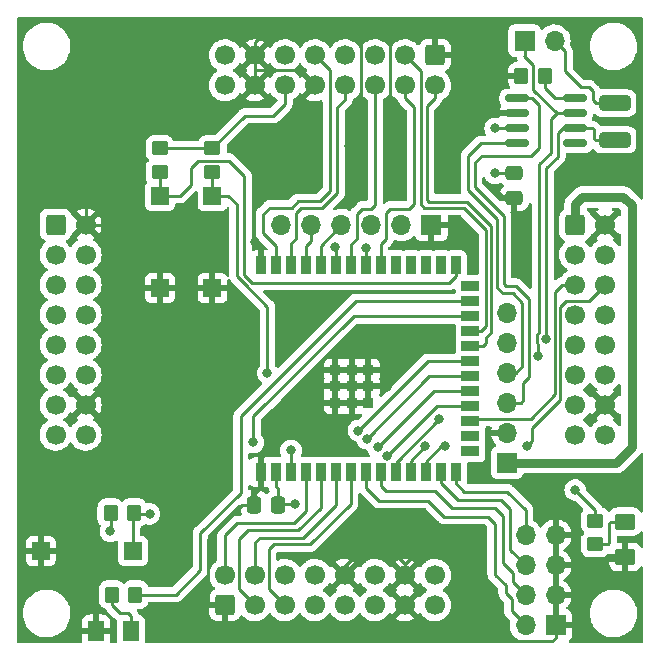
<source format=gbr>
%TF.GenerationSoftware,KiCad,Pcbnew,6.0.11+dfsg-1~bpo11+1*%
%TF.CreationDate,2023-05-15T10:42:24+02:00*%
%TF.ProjectId,dvert_12,64766572-745f-4313-922e-6b696361645f,rev?*%
%TF.SameCoordinates,Original*%
%TF.FileFunction,Copper,L1,Top*%
%TF.FilePolarity,Positive*%
%FSLAX46Y46*%
G04 Gerber Fmt 4.6, Leading zero omitted, Abs format (unit mm)*
G04 Created by KiCad (PCBNEW 6.0.11+dfsg-1~bpo11+1) date 2023-05-15 10:42:24*
%MOMM*%
%LPD*%
G01*
G04 APERTURE LIST*
G04 Aperture macros list*
%AMRoundRect*
0 Rectangle with rounded corners*
0 $1 Rounding radius*
0 $2 $3 $4 $5 $6 $7 $8 $9 X,Y pos of 4 corners*
0 Add a 4 corners polygon primitive as box body*
4,1,4,$2,$3,$4,$5,$6,$7,$8,$9,$2,$3,0*
0 Add four circle primitives for the rounded corners*
1,1,$1+$1,$2,$3*
1,1,$1+$1,$4,$5*
1,1,$1+$1,$6,$7*
1,1,$1+$1,$8,$9*
0 Add four rect primitives between the rounded corners*
20,1,$1+$1,$2,$3,$4,$5,0*
20,1,$1+$1,$4,$5,$6,$7,0*
20,1,$1+$1,$6,$7,$8,$9,0*
20,1,$1+$1,$8,$9,$2,$3,0*%
G04 Aperture macros list end*
%TA.AperFunction,SMDPad,CuDef*%
%ADD10RoundRect,0.250000X0.450000X-0.350000X0.450000X0.350000X-0.450000X0.350000X-0.450000X-0.350000X0*%
%TD*%
%TA.AperFunction,SMDPad,CuDef*%
%ADD11RoundRect,0.150000X-0.825000X-0.150000X0.825000X-0.150000X0.825000X0.150000X-0.825000X0.150000X0*%
%TD*%
%TA.AperFunction,SMDPad,CuDef*%
%ADD12RoundRect,0.250000X0.350000X0.450000X-0.350000X0.450000X-0.350000X-0.450000X0.350000X-0.450000X0*%
%TD*%
%TA.AperFunction,ComponentPad*%
%ADD13RoundRect,0.250000X-0.600000X-0.600000X0.600000X-0.600000X0.600000X0.600000X-0.600000X0.600000X0*%
%TD*%
%TA.AperFunction,ComponentPad*%
%ADD14C,1.700000*%
%TD*%
%TA.AperFunction,SMDPad,CuDef*%
%ADD15R,0.900000X1.500000*%
%TD*%
%TA.AperFunction,SMDPad,CuDef*%
%ADD16R,1.500000X0.900000*%
%TD*%
%TA.AperFunction,SMDPad,CuDef*%
%ADD17R,0.900000X0.900000*%
%TD*%
%TA.AperFunction,SMDPad,CuDef*%
%ADD18RoundRect,0.250000X-1.075000X0.400000X-1.075000X-0.400000X1.075000X-0.400000X1.075000X0.400000X0*%
%TD*%
%TA.AperFunction,ComponentPad*%
%ADD19RoundRect,0.250000X0.600000X-0.600000X0.600000X0.600000X-0.600000X0.600000X-0.600000X-0.600000X0*%
%TD*%
%TA.AperFunction,SMDPad,CuDef*%
%ADD20RoundRect,0.250000X-0.337500X-0.475000X0.337500X-0.475000X0.337500X0.475000X-0.337500X0.475000X0*%
%TD*%
%TA.AperFunction,ComponentPad*%
%ADD21R,1.700000X1.700000*%
%TD*%
%TA.AperFunction,ComponentPad*%
%ADD22O,1.700000X1.700000*%
%TD*%
%TA.AperFunction,ComponentPad*%
%ADD23RoundRect,0.250000X-0.600000X0.600000X-0.600000X-0.600000X0.600000X-0.600000X0.600000X0.600000X0*%
%TD*%
%TA.AperFunction,SMDPad,CuDef*%
%ADD24RoundRect,0.250000X0.475000X-0.337500X0.475000X0.337500X-0.475000X0.337500X-0.475000X-0.337500X0*%
%TD*%
%TA.AperFunction,SMDPad,CuDef*%
%ADD25RoundRect,0.250001X-0.462499X-0.624999X0.462499X-0.624999X0.462499X0.624999X-0.462499X0.624999X0*%
%TD*%
%TA.AperFunction,SMDPad,CuDef*%
%ADD26R,1.500000X1.500000*%
%TD*%
%TA.AperFunction,SMDPad,CuDef*%
%ADD27RoundRect,0.250000X-0.450000X0.350000X-0.450000X-0.350000X0.450000X-0.350000X0.450000X0.350000X0*%
%TD*%
%TA.AperFunction,SMDPad,CuDef*%
%ADD28RoundRect,0.250001X0.624999X-0.462499X0.624999X0.462499X-0.624999X0.462499X-0.624999X-0.462499X0*%
%TD*%
%TA.AperFunction,ViaPad*%
%ADD29C,0.800000*%
%TD*%
%TA.AperFunction,Conductor*%
%ADD30C,0.250000*%
%TD*%
%TA.AperFunction,Conductor*%
%ADD31C,0.800000*%
%TD*%
G04 APERTURE END LIST*
D10*
%TO.P,R2,1*%
%TO.N,/IO0*%
X128590000Y-79630000D03*
%TO.P,R2,2*%
%TO.N,+3V3*%
X128590000Y-77630000D03*
%TD*%
D11*
%TO.P,U2,1,D*%
%TO.N,/CTX*%
X158825000Y-73395000D03*
%TO.P,U2,2,GND*%
%TO.N,GND*%
X158825000Y-74665000D03*
%TO.P,U2,3,VCC*%
%TO.N,+3V3*%
X158825000Y-75935000D03*
%TO.P,U2,4,R*%
%TO.N,/CRX*%
X158825000Y-77205000D03*
%TO.P,U2,5,Vref*%
%TO.N,unconnected-(U2-Pad5)*%
X163775000Y-77205000D03*
%TO.P,U2,6,CANL*%
%TO.N,/CANL*%
X163775000Y-75935000D03*
%TO.P,U2,7,CANH*%
%TO.N,/CANH*%
X163775000Y-74665000D03*
%TO.P,U2,8,Rs*%
%TO.N,Net-(R10-Pad1)*%
X163775000Y-73395000D03*
%TD*%
D12*
%TO.P,R3,1*%
%TO.N,/WEB*%
X126410000Y-108470000D03*
%TO.P,R3,2*%
%TO.N,+3V3*%
X124410000Y-108470000D03*
%TD*%
D13*
%TO.P,J4,1,Pin_1*%
%TO.N,+3V3*%
X163750000Y-84100000D03*
D14*
%TO.P,J4,2,Pin_2*%
%TO.N,GND*%
X166290000Y-84100000D03*
%TO.P,J4,3,Pin_3*%
%TO.N,/TXD*%
X163750000Y-86640000D03*
%TO.P,J4,4,Pin_4*%
%TO.N,/RXD*%
X166290000Y-86640000D03*
%TO.P,J4,5,Pin_5*%
%TO.N,/SCL*%
X163750000Y-89180000D03*
%TO.P,J4,6,Pin_6*%
%TO.N,/SDA*%
X166290000Y-89180000D03*
%TO.P,J4,7,Pin_7*%
%TO.N,/MISO*%
X163750000Y-91720000D03*
%TO.P,J4,8,Pin_8*%
%TO.N,/MOSI*%
X166290000Y-91720000D03*
%TO.P,J4,9,Pin_9*%
%TO.N,/SCK*%
X163750000Y-94260000D03*
%TO.P,J4,10,Pin_10*%
%TO.N,/SS*%
X166290000Y-94260000D03*
%TO.P,J4,11,Pin_11*%
%TO.N,/CANH*%
X163750000Y-96800000D03*
%TO.P,J4,12,Pin_12*%
%TO.N,/CANL*%
X166290000Y-96800000D03*
%TO.P,J4,13,Pin_13*%
%TO.N,Earth*%
X163750000Y-99340000D03*
%TO.P,J4,14,Pin_14*%
%TO.N,GND*%
X166290000Y-99340000D03*
%TO.P,J4,15,Pin_15*%
%TO.N,+24V*%
X163750000Y-101880000D03*
%TO.P,J4,16,Pin_16*%
X166290000Y-101880000D03*
%TD*%
D15*
%TO.P,U1,1,GND*%
%TO.N,GND*%
X137120000Y-105030000D03*
%TO.P,U1,2,3V3*%
%TO.N,+3V3*%
X138390000Y-105030000D03*
%TO.P,U1,3,EN*%
%TO.N,/RST*%
X139660000Y-105030000D03*
%TO.P,U1,4,GPIO4/TOUCH4/ADC1_CH3*%
%TO.N,/B0*%
X140930000Y-105030000D03*
%TO.P,U1,5,GPIO5/TOUCH5/ADC1_CH4*%
%TO.N,/B1*%
X142200000Y-105030000D03*
%TO.P,U1,6,GPIO6/TOUCH6/ADC1_CH5*%
%TO.N,/B2*%
X143470000Y-105030000D03*
%TO.P,U1,7,GPIO7/TOUCH7/ADC1_CH6*%
%TO.N,/B3*%
X144740000Y-105030000D03*
%TO.P,U1,8,GPIO15/U0RTS/ADC2_CH4/XTAL_32K_P*%
%TO.N,/ADDR0*%
X146010000Y-105030000D03*
%TO.P,U1,9,GPIO16/U0CTS/ADC2_CH5/XTAL_32K_N*%
%TO.N,/ADDR1*%
X147280000Y-105030000D03*
%TO.P,U1,10,GPIO17/U1TXD/ADC2_CH6*%
%TO.N,/CTX*%
X148550000Y-105030000D03*
%TO.P,U1,11,GPIO18/U1RXD/ADC2_CH7/CLK_OUT3*%
%TO.N,/CRX*%
X149820000Y-105030000D03*
%TO.P,U1,12,GPIO8/TOUCH8/ADC1_CH7/SUBSPICS1*%
%TO.N,/SDA*%
X151090000Y-105030000D03*
%TO.P,U1,13,GPIO19/U1RTS/ADC2_CH8/CLK_OUT2/USB_D-*%
%TO.N,/ADDR2*%
X152360000Y-105030000D03*
%TO.P,U1,14,GPIO20/U1CTS/ADC2_CH9/CLK_OUT1/USB_D+*%
%TO.N,/ADDR3*%
X153630000Y-105030000D03*
D16*
%TO.P,U1,15,GPIO3/TOUCH3/ADC1_CH2*%
%TO.N,unconnected-(U1-Pad15)*%
X154880000Y-103265000D03*
%TO.P,U1,16,GPIO46*%
%TO.N,unconnected-(U1-Pad16)*%
X154880000Y-101995000D03*
%TO.P,U1,17,GPIO9/TOUCH9/ADC1_CH8/FSPIHD/SUBSPIHD*%
%TO.N,/SCL*%
X154880000Y-100725000D03*
%TO.P,U1,18,GPIO10/TOUCH10/ADC1_CH9/FSPICS0/FSPIIO4/SUBSPICS0*%
%TO.N,/B7*%
X154880000Y-99455000D03*
%TO.P,U1,19,GPIO11/TOUCH11/ADC2_CH0/FSPID/FSPIIO5/SUBSPID*%
%TO.N,/B6*%
X154880000Y-98185000D03*
%TO.P,U1,20,GPIO12/TOUCH12/ADC2_CH1/FSPICLK/FSPIIO6/SUBSPICLK*%
%TO.N,/B5*%
X154880000Y-96915000D03*
%TO.P,U1,21,GPIO13/TOUCH13/ADC2_CH2/FSPIQ/FSPIIO7/SUBSPIQ*%
%TO.N,/B4*%
X154880000Y-95645000D03*
%TO.P,U1,22,GPIO14/TOUCH14/ADC2_CH3/FSPIWP/FSPIDQS/SUBSPIWP*%
%TO.N,/A0*%
X154880000Y-94375000D03*
%TO.P,U1,23,GPIO21*%
%TO.N,/A1*%
X154880000Y-93105000D03*
%TO.P,U1,24,GPIO47/SPICLK_P/SUBSPICLK_P_DIFF*%
%TO.N,/WEB*%
X154880000Y-91835000D03*
%TO.P,U1,25,GPIO48/SPICLK_N/SUBSPICLK_N_DIFF*%
%TO.N,/LED_MQTT*%
X154880000Y-90565000D03*
%TO.P,U1,26,GPIO45*%
%TO.N,unconnected-(U1-Pad26)*%
X154880000Y-89295000D03*
D15*
%TO.P,U1,27,GPIO0/BOOT*%
%TO.N,/IO0*%
X153630000Y-87530000D03*
%TO.P,U1,28,SPIIO6/GPIO35/FSPID/SUBSPID*%
%TO.N,unconnected-(U1-Pad28)*%
X152360000Y-87530000D03*
%TO.P,U1,29,SPIIO7/GPIO36/FSPICLK/SUBSPICLK*%
%TO.N,unconnected-(U1-Pad29)*%
X151090000Y-87530000D03*
%TO.P,U1,30,SPIDQS/GPIO37/FSPIQ/SUBSPIQ*%
%TO.N,unconnected-(U1-Pad30)*%
X149820000Y-87530000D03*
%TO.P,U1,31,GPIO38/FSPIWP/SUBSPIWP*%
%TO.N,unconnected-(U1-Pad31)*%
X148550000Y-87530000D03*
%TO.P,U1,32,MTCK/GPIO39/CLK_OUT3/SUBSPICS1*%
%TO.N,/A2*%
X147280000Y-87530000D03*
%TO.P,U1,33,MTDO/GPIO40/CLK_OUT2*%
%TO.N,/A3*%
X146010000Y-87530000D03*
%TO.P,U1,34,MTDI/GPIO41/CLK_OUT1*%
%TO.N,/A4*%
X144740000Y-87530000D03*
%TO.P,U1,35,MTMS/GPIO42*%
%TO.N,/A5*%
X143470000Y-87530000D03*
%TO.P,U1,36,U0RXD/GPIO44/CLK_OUT2*%
%TO.N,/RX_0*%
X142200000Y-87530000D03*
%TO.P,U1,37,U0TXD/GPIO43/CLK_OUT1*%
%TO.N,/TX_0*%
X140930000Y-87530000D03*
%TO.P,U1,38,GPIO2/TOUCH2/ADC1_CH1*%
%TO.N,/A6*%
X139660000Y-87530000D03*
%TO.P,U1,39,GPIO1/TOUCH1/ADC1_CH0*%
%TO.N,/A7*%
X138390000Y-87530000D03*
%TO.P,U1,40,GND*%
%TO.N,GND*%
X137120000Y-87530000D03*
D17*
%TO.P,U1,41,GND*%
X144840000Y-97780000D03*
X144840000Y-99180000D03*
X143440000Y-97780000D03*
X146240000Y-96380000D03*
X146240000Y-97780000D03*
X143440000Y-99180000D03*
X146240000Y-99180000D03*
X143440000Y-96380000D03*
X144840000Y-96380000D03*
%TD*%
D18*
%TO.P,R11,1*%
%TO.N,Net-(J7-Pad2)*%
X167100000Y-73800000D03*
%TO.P,R11,2*%
%TO.N,/CANL*%
X167100000Y-76900000D03*
%TD*%
D19*
%TO.P,J2,1,Pin_1*%
%TO.N,GND*%
X134100000Y-116300000D03*
D14*
%TO.P,J2,2,Pin_2*%
%TO.N,/B0*%
X134100000Y-113760000D03*
%TO.P,J2,3,Pin_3*%
%TO.N,/B1*%
X136640000Y-116300000D03*
%TO.P,J2,4,Pin_4*%
%TO.N,/B2*%
X136640000Y-113760000D03*
%TO.P,J2,5,Pin_5*%
%TO.N,/B3*%
X139180000Y-116300000D03*
%TO.P,J2,6,Pin_6*%
%TO.N,/B4*%
X139180000Y-113760000D03*
%TO.P,J2,7,Pin_7*%
%TO.N,/B5*%
X141720000Y-116300000D03*
%TO.P,J2,8,Pin_8*%
%TO.N,/B6*%
X141720000Y-113760000D03*
%TO.P,J2,9,Pin_9*%
%TO.N,/B7*%
X144260000Y-116300000D03*
%TO.P,J2,10,Pin_10*%
%TO.N,GND*%
X144260000Y-113760000D03*
%TO.P,J2,11,Pin_11*%
%TO.N,+3V3*%
X146800000Y-116300000D03*
%TO.P,J2,12,Pin_12*%
X146800000Y-113760000D03*
%TO.P,J2,13,Pin_13*%
%TO.N,GND*%
X149340000Y-116300000D03*
%TO.P,J2,14,Pin_14*%
X149340000Y-113760000D03*
%TO.P,J2,15,Pin_15*%
%TO.N,+24V*%
X151880000Y-116300000D03*
%TO.P,J2,16,Pin_16*%
X151880000Y-113760000D03*
%TD*%
D20*
%TO.P,C1,1*%
%TO.N,GND*%
X136555000Y-107820000D03*
%TO.P,C1,2*%
%TO.N,+3V3*%
X138630000Y-107820000D03*
%TD*%
D21*
%TO.P,J7,1,Pin_1*%
%TO.N,/CANH*%
X159460000Y-68500000D03*
D22*
%TO.P,J7,2,Pin_2*%
%TO.N,Net-(J7-Pad2)*%
X162000000Y-68500000D03*
%TD*%
D23*
%TO.P,J1,1,Pin_1*%
%TO.N,GND*%
X151890000Y-69747500D03*
D14*
%TO.P,J1,2,Pin_2*%
%TO.N,/A0*%
X151890000Y-72287500D03*
%TO.P,J1,3,Pin_3*%
%TO.N,/A1*%
X149350000Y-69747500D03*
%TO.P,J1,4,Pin_4*%
%TO.N,/A2*%
X149350000Y-72287500D03*
%TO.P,J1,5,Pin_5*%
%TO.N,/A3*%
X146810000Y-69747500D03*
%TO.P,J1,6,Pin_6*%
%TO.N,/A4*%
X146810000Y-72287500D03*
%TO.P,J1,7,Pin_7*%
%TO.N,/A5*%
X144270000Y-69747500D03*
%TO.P,J1,8,Pin_8*%
%TO.N,/A6*%
X144270000Y-72287500D03*
%TO.P,J1,9,Pin_9*%
%TO.N,/A7*%
X141730000Y-69747500D03*
%TO.P,J1,10,Pin_10*%
%TO.N,GND*%
X141730000Y-72287500D03*
%TO.P,J1,11,Pin_11*%
%TO.N,+3V3*%
X139190000Y-69747500D03*
%TO.P,J1,12,Pin_12*%
X139190000Y-72287500D03*
%TO.P,J1,13,Pin_13*%
%TO.N,GND*%
X136650000Y-69747500D03*
%TO.P,J1,14,Pin_14*%
X136650000Y-72287500D03*
%TO.P,J1,15,Pin_15*%
%TO.N,+24V*%
X134110000Y-69747500D03*
%TO.P,J1,16,Pin_16*%
X134110000Y-72287500D03*
%TD*%
D24*
%TO.P,C2,1*%
%TO.N,GND*%
X158610000Y-81815000D03*
%TO.P,C2,2*%
%TO.N,+3V3*%
X158610000Y-79740000D03*
%TD*%
D21*
%TO.P,J6,1,Pin_1*%
%TO.N,+3V3*%
X157985000Y-104245000D03*
D22*
%TO.P,J6,2,Pin_2*%
%TO.N,GND*%
X157985000Y-101705000D03*
%TO.P,J6,3,Pin_3*%
%TO.N,/CTX*%
X157985000Y-99165000D03*
%TO.P,J6,4,Pin_4*%
%TO.N,/CRX*%
X157985000Y-96625000D03*
%TO.P,J6,5,Pin_5*%
%TO.N,/CANH*%
X157985000Y-94085000D03*
%TO.P,J6,6,Pin_6*%
%TO.N,/CANL*%
X157985000Y-91545000D03*
%TD*%
D25*
%TO.P,D1,1,K*%
%TO.N,GND*%
X123175000Y-118470000D03*
%TO.P,D1,2,A*%
%TO.N,Net-(D1-Pad2)*%
X126150000Y-118470000D03*
%TD*%
D26*
%TO.P,SW2,1,1*%
%TO.N,GND*%
X128590000Y-89450000D03*
%TO.P,SW2,2,2*%
%TO.N,/IO0*%
X128590000Y-81650000D03*
%TD*%
%TO.P,SW1,1,1*%
%TO.N,GND*%
X133040000Y-89440000D03*
%TO.P,SW1,2,2*%
%TO.N,/RST*%
X133040000Y-81640000D03*
%TD*%
D21*
%TO.P,J5,1,Pin_1*%
%TO.N,GND*%
X151585000Y-84115000D03*
D22*
%TO.P,J5,2,Pin_2*%
%TO.N,unconnected-(J5-Pad2)*%
X149045000Y-84115000D03*
%TO.P,J5,3,Pin_3*%
%TO.N,+3V3*%
X146505000Y-84115000D03*
%TO.P,J5,4,Pin_4*%
%TO.N,/RX_0*%
X143965000Y-84115000D03*
%TO.P,J5,5,Pin_5*%
%TO.N,/TX_0*%
X141425000Y-84115000D03*
%TO.P,J5,6,Pin_6*%
%TO.N,unconnected-(J5-Pad6)*%
X138885000Y-84115000D03*
%TD*%
D10*
%TO.P,R1,1*%
%TO.N,/RST*%
X133030000Y-79610000D03*
%TO.P,R1,2*%
%TO.N,+3V3*%
X133030000Y-77610000D03*
%TD*%
D21*
%TO.P,J8,1,Pin_1*%
%TO.N,GND*%
X162100000Y-118000000D03*
D22*
%TO.P,J8,2,Pin_2*%
%TO.N,/ADDR0*%
X159560000Y-118000000D03*
%TO.P,J8,3,Pin_3*%
%TO.N,GND*%
X162100000Y-115460000D03*
%TO.P,J8,4,Pin_4*%
%TO.N,/ADDR1*%
X159560000Y-115460000D03*
%TO.P,J8,5,Pin_5*%
%TO.N,GND*%
X162100000Y-112920000D03*
%TO.P,J8,6,Pin_6*%
%TO.N,/ADDR2*%
X159560000Y-112920000D03*
%TO.P,J8,7,Pin_7*%
%TO.N,GND*%
X162100000Y-110380000D03*
%TO.P,J8,8,Pin_8*%
%TO.N,/ADDR3*%
X159560000Y-110380000D03*
%TD*%
D13*
%TO.P,J3,1,Pin_1*%
%TO.N,+3V3*%
X119760000Y-84080000D03*
D14*
%TO.P,J3,2,Pin_2*%
%TO.N,GND*%
X122300000Y-84080000D03*
%TO.P,J3,3,Pin_3*%
%TO.N,/TXD*%
X119760000Y-86620000D03*
%TO.P,J3,4,Pin_4*%
%TO.N,/RXD*%
X122300000Y-86620000D03*
%TO.P,J3,5,Pin_5*%
%TO.N,/SCL*%
X119760000Y-89160000D03*
%TO.P,J3,6,Pin_6*%
%TO.N,/SDA*%
X122300000Y-89160000D03*
%TO.P,J3,7,Pin_7*%
%TO.N,/MISO*%
X119760000Y-91700000D03*
%TO.P,J3,8,Pin_8*%
%TO.N,/MOSI*%
X122300000Y-91700000D03*
%TO.P,J3,9,Pin_9*%
%TO.N,/SCK*%
X119760000Y-94240000D03*
%TO.P,J3,10,Pin_10*%
%TO.N,/SS*%
X122300000Y-94240000D03*
%TO.P,J3,11,Pin_11*%
%TO.N,/CANH*%
X119760000Y-96780000D03*
%TO.P,J3,12,Pin_12*%
%TO.N,/CANL*%
X122300000Y-96780000D03*
%TO.P,J3,13,Pin_13*%
%TO.N,Earth*%
X119760000Y-99320000D03*
%TO.P,J3,14,Pin_14*%
%TO.N,GND*%
X122300000Y-99320000D03*
%TO.P,J3,15,Pin_15*%
%TO.N,+24V*%
X119760000Y-101860000D03*
%TO.P,J3,16,Pin_16*%
X122300000Y-101860000D03*
%TD*%
D27*
%TO.P,R9,1*%
%TO.N,+24V*%
X165430000Y-109150000D03*
%TO.P,R9,2*%
%TO.N,Net-(D2-Pad2)*%
X165430000Y-111150000D03*
%TD*%
D28*
%TO.P,D2,1,K*%
%TO.N,GND*%
X167980000Y-112225000D03*
%TO.P,D2,2,A*%
%TO.N,Net-(D2-Pad2)*%
X167980000Y-109250000D03*
%TD*%
D12*
%TO.P,R8,1*%
%TO.N,/LED_MQTT*%
X126520000Y-115410000D03*
%TO.P,R8,2*%
%TO.N,Net-(D1-Pad2)*%
X124520000Y-115410000D03*
%TD*%
D26*
%TO.P,SW3,1,1*%
%TO.N,GND*%
X118500000Y-111700000D03*
%TO.P,SW3,2,2*%
%TO.N,/WEB*%
X126300000Y-111700000D03*
%TD*%
D12*
%TO.P,R10,1*%
%TO.N,Net-(R10-Pad1)*%
X161200000Y-71500000D03*
%TO.P,R10,2*%
%TO.N,GND*%
X159200000Y-71500000D03*
%TD*%
D29*
%TO.N,GND*%
X139120000Y-94950000D03*
X147750000Y-94950000D03*
X147790000Y-97810000D03*
X118200000Y-80860000D03*
X144620000Y-77460000D03*
X166280000Y-80180000D03*
X118500000Y-108480000D03*
X136670000Y-85550000D03*
X127350000Y-94950000D03*
X157060000Y-81170000D03*
X156980000Y-74670000D03*
X129700000Y-113430000D03*
X148100000Y-77470000D03*
X154940000Y-115660000D03*
X162510000Y-80170000D03*
%TO.N,+3V3*%
X140040000Y-107720000D03*
X124390000Y-110050000D03*
X156970000Y-75930000D03*
X156970000Y-79750000D03*
%TO.N,/A3*%
X146050000Y-86040000D03*
%TO.N,/A5*%
X143450000Y-86020000D03*
%TO.N,+24V*%
X163750000Y-106550000D03*
%TO.N,/B4*%
X145388371Y-101518439D03*
%TO.N,/B5*%
X146110000Y-102210000D03*
%TO.N,/B6*%
X147030000Y-102940000D03*
%TO.N,/B7*%
X147860000Y-103670000D03*
%TO.N,/SDA*%
X159680000Y-102830000D03*
X152740000Y-102870000D03*
%TO.N,/CANH*%
X160604500Y-95190000D03*
%TO.N,/CANL*%
X161320500Y-93800000D03*
%TO.N,/CTX*%
X152220000Y-100570000D03*
%TO.N,/CRX*%
X151050000Y-102860000D03*
%TO.N,/RST*%
X137700000Y-96650000D03*
X139690000Y-103190000D03*
%TO.N,/WEB*%
X136500000Y-102530000D03*
X127710000Y-108570000D03*
%TD*%
D30*
%TO.N,GND*%
X149340000Y-113760000D02*
X149340000Y-112800000D01*
X162100000Y-119070000D02*
X162100000Y-118000000D01*
X149340000Y-112800000D02*
X150090000Y-112050000D01*
X150090000Y-112050000D02*
X153470000Y-112050000D01*
X153470000Y-112050000D02*
X154940000Y-113520000D01*
X156320000Y-119370000D02*
X161800000Y-119370000D01*
X154940000Y-113520000D02*
X154940000Y-117990000D01*
X154940000Y-117990000D02*
X156320000Y-119370000D01*
X161800000Y-119370000D02*
X162100000Y-119070000D01*
X121750000Y-80860000D02*
X118200000Y-80860000D01*
X157705000Y-81815000D02*
X157060000Y-81170000D01*
X144260000Y-113760000D02*
X144260000Y-113030000D01*
X136650000Y-69747500D02*
X136650000Y-70980000D01*
X151890000Y-69747500D02*
X155227500Y-69747500D01*
X122680000Y-113440000D02*
X129690000Y-113440000D01*
X122300000Y-84080000D02*
X122300000Y-82340000D01*
X134100000Y-116300000D02*
X132810000Y-116300000D01*
X122300000Y-84080000D02*
X127470000Y-84080000D01*
X148640000Y-112140000D02*
X149340000Y-112840000D01*
X132660000Y-110720000D02*
X135560000Y-107820000D01*
X162510000Y-80170000D02*
X166270000Y-80170000D01*
X123175000Y-116505000D02*
X123175000Y-118470000D01*
X136555000Y-106935000D02*
X137120000Y-106370000D01*
X120940000Y-111700000D02*
X122680000Y-113440000D01*
X145580000Y-76500000D02*
X144620000Y-77460000D01*
X136555000Y-107820000D02*
X136555000Y-106935000D01*
X148070000Y-67880000D02*
X145580000Y-67880000D01*
X133040000Y-89440000D02*
X128600000Y-89440000D01*
X146270000Y-97810000D02*
X146240000Y-97780000D01*
X122680000Y-113440000D02*
X122680000Y-116010000D01*
X135560000Y-107820000D02*
X136555000Y-107820000D01*
X122300000Y-82340000D02*
X122300000Y-81410000D01*
X167980000Y-112225000D02*
X167695000Y-112510000D01*
X128600000Y-89440000D02*
X128590000Y-89450000D01*
X137370000Y-67880000D02*
X136650000Y-68600000D01*
X140462500Y-71020000D02*
X136690000Y-71020000D01*
X145150000Y-112140000D02*
X148640000Y-112140000D01*
X151310000Y-67880000D02*
X148070000Y-67880000D01*
X159200000Y-71500000D02*
X156980000Y-71500000D01*
X158610000Y-81815000D02*
X157705000Y-81815000D01*
X129690000Y-113440000D02*
X129700000Y-113430000D01*
X155227500Y-69747500D02*
X156980000Y-71500000D01*
X127470000Y-84080000D02*
X128590000Y-85200000D01*
X127350000Y-94950000D02*
X127350000Y-92840000D01*
X137120000Y-86000000D02*
X136670000Y-85550000D01*
X137120000Y-105030000D02*
X137120000Y-103850000D01*
X156980000Y-71500000D02*
X156980000Y-74670000D01*
X167695000Y-112510000D02*
X166310000Y-112510000D01*
X147790000Y-97810000D02*
X146270000Y-97810000D01*
X118500000Y-111700000D02*
X118500000Y-108480000D01*
X149340000Y-112840000D02*
X149340000Y-113760000D01*
X145270000Y-67880000D02*
X137370000Y-67880000D01*
X128590000Y-85200000D02*
X128590000Y-89450000D01*
X136650000Y-68600000D02*
X136650000Y-69747500D01*
X122300000Y-81410000D02*
X121750000Y-80860000D01*
X141790000Y-99180000D02*
X143440000Y-99180000D01*
X137120000Y-103850000D02*
X141790000Y-99180000D01*
X136650000Y-70980000D02*
X136650000Y-72287500D01*
X122680000Y-116010000D02*
X123175000Y-116505000D01*
X147750000Y-94950000D02*
X147790000Y-94990000D01*
X158820000Y-74670000D02*
X158825000Y-74665000D01*
X162100000Y-112920000D02*
X165900000Y-112920000D01*
X148070000Y-77440000D02*
X148100000Y-77470000D01*
X132810000Y-116300000D02*
X132660000Y-116150000D01*
X137120000Y-87530000D02*
X137120000Y-86000000D01*
X132660000Y-116150000D02*
X132660000Y-110720000D01*
X141730000Y-72287500D02*
X140462500Y-71020000D01*
X148070000Y-67880000D02*
X148070000Y-77440000D01*
X128590000Y-91600000D02*
X128590000Y-89450000D01*
X145580000Y-67880000D02*
X145580000Y-76500000D01*
X165900000Y-112920000D02*
X166310000Y-112510000D01*
X137120000Y-106370000D02*
X137120000Y-105030000D01*
X151890000Y-68460000D02*
X151310000Y-67880000D01*
X166270000Y-80170000D02*
X166280000Y-80180000D01*
X151890000Y-69747500D02*
X151890000Y-68460000D01*
X147790000Y-94990000D02*
X147790000Y-97810000D01*
X156980000Y-74670000D02*
X158820000Y-74670000D01*
X127350000Y-92840000D02*
X128590000Y-91600000D01*
X118500000Y-111700000D02*
X120940000Y-111700000D01*
X145580000Y-67880000D02*
X145270000Y-67880000D01*
X136690000Y-71020000D02*
X136650000Y-70980000D01*
X144260000Y-113030000D02*
X145150000Y-112140000D01*
%TO.N,+3V3*%
X138390000Y-105030000D02*
X138390000Y-106210000D01*
D31*
X164340000Y-81750000D02*
X163750000Y-82340000D01*
D30*
X138630000Y-106450000D02*
X138630000Y-107820000D01*
X138390000Y-106210000D02*
X138630000Y-106450000D01*
X133010000Y-77630000D02*
X133030000Y-77610000D01*
D31*
X168530000Y-82460000D02*
X167820000Y-81750000D01*
X157985000Y-104245000D02*
X167215000Y-104245000D01*
D30*
X156980000Y-79740000D02*
X156970000Y-79750000D01*
X139190000Y-73870000D02*
X139190000Y-72287500D01*
D31*
X163750000Y-82340000D02*
X163750000Y-84100000D01*
X167215000Y-104245000D02*
X168530000Y-102930000D01*
D30*
X135760000Y-74880000D02*
X138180000Y-74880000D01*
X133030000Y-77610000D02*
X135760000Y-74880000D01*
X158820000Y-75930000D02*
X158825000Y-75935000D01*
X124410000Y-108470000D02*
X124410000Y-110030000D01*
D31*
X167820000Y-81750000D02*
X164340000Y-81750000D01*
D30*
X156970000Y-75930000D02*
X158820000Y-75930000D01*
X158610000Y-79740000D02*
X156980000Y-79740000D01*
X124410000Y-110030000D02*
X124390000Y-110050000D01*
X138730000Y-107720000D02*
X138630000Y-107820000D01*
X128590000Y-77630000D02*
X133010000Y-77630000D01*
X138180000Y-74880000D02*
X139190000Y-73870000D01*
X140040000Y-107720000D02*
X138730000Y-107720000D01*
D31*
X168530000Y-102930000D02*
X168530000Y-82460000D01*
D30*
%TO.N,Net-(D1-Pad2)*%
X125190000Y-116960000D02*
X125890000Y-116960000D01*
X126150000Y-117220000D02*
X126150000Y-118470000D01*
X124520000Y-115410000D02*
X124520000Y-116290000D01*
X124520000Y-116290000D02*
X125190000Y-116960000D01*
X125890000Y-116960000D02*
X126150000Y-117220000D01*
%TO.N,Net-(D2-Pad2)*%
X166620000Y-111020000D02*
X166620000Y-109390000D01*
X166620000Y-109390000D02*
X166760000Y-109250000D01*
X166490000Y-111150000D02*
X166620000Y-111020000D01*
X166760000Y-109250000D02*
X167980000Y-109250000D01*
X165430000Y-111150000D02*
X166490000Y-111150000D01*
%TO.N,/A0*%
X151890000Y-73340000D02*
X151200000Y-74030000D01*
X156650000Y-93190000D02*
X156190000Y-93650000D01*
X156650000Y-84190000D02*
X156650000Y-93190000D01*
X151200000Y-74030000D02*
X151200000Y-81980000D01*
X156190000Y-94110000D02*
X155925000Y-94375000D01*
X156190000Y-93650000D02*
X156190000Y-94110000D01*
X151890000Y-72287500D02*
X151890000Y-73340000D01*
X151360000Y-82140000D02*
X154600000Y-82140000D01*
X151200000Y-81980000D02*
X151360000Y-82140000D01*
X155925000Y-94375000D02*
X154880000Y-94375000D01*
X154600000Y-82140000D02*
X156650000Y-84190000D01*
%TO.N,/A1*%
X150660000Y-82360000D02*
X150950000Y-82650000D01*
X154300000Y-82650000D02*
X156200000Y-84550000D01*
X149350000Y-69747500D02*
X150660000Y-71057500D01*
X156200000Y-92710000D02*
X155805000Y-93105000D01*
X156200000Y-84550000D02*
X156200000Y-92710000D01*
X150950000Y-82650000D02*
X154300000Y-82650000D01*
X150660000Y-71057500D02*
X150660000Y-82360000D01*
X155805000Y-93105000D02*
X154880000Y-93105000D01*
%TO.N,/A2*%
X147280000Y-85750000D02*
X147280000Y-87530000D01*
X148090000Y-82740000D02*
X147760000Y-83070000D01*
X147760000Y-85270000D02*
X147280000Y-85750000D01*
X149690000Y-82740000D02*
X148090000Y-82740000D01*
X149350000Y-73370000D02*
X150110000Y-74130000D01*
X147760000Y-83070000D02*
X147760000Y-85270000D01*
X150110000Y-74130000D02*
X150110000Y-82320000D01*
X149350000Y-72287500D02*
X149350000Y-73370000D01*
X150110000Y-82320000D02*
X149690000Y-82740000D01*
%TO.N,/A3*%
X146050000Y-87490000D02*
X146010000Y-87530000D01*
X146050000Y-86040000D02*
X146050000Y-87490000D01*
%TO.N,/A4*%
X146490000Y-82730000D02*
X145720000Y-82730000D01*
X145290000Y-83160000D02*
X145290000Y-85240000D01*
X146810000Y-82410000D02*
X146490000Y-82730000D01*
X144740000Y-85790000D02*
X144740000Y-87530000D01*
X145290000Y-85240000D02*
X144740000Y-85790000D01*
X145720000Y-82730000D02*
X145290000Y-83160000D01*
X146810000Y-72287500D02*
X146810000Y-82410000D01*
%TO.N,/A5*%
X143470000Y-86040000D02*
X143450000Y-86020000D01*
X143470000Y-87530000D02*
X143470000Y-86040000D01*
%TO.N,/A6*%
X144270000Y-73510000D02*
X143620000Y-74160000D01*
X142350000Y-82710000D02*
X140540000Y-82710000D01*
X140540000Y-82710000D02*
X140140000Y-83110000D01*
X140140000Y-83110000D02*
X140140000Y-85250000D01*
X144270000Y-72287500D02*
X144270000Y-73510000D01*
X143620000Y-81440000D02*
X142350000Y-82710000D01*
X140140000Y-85250000D02*
X139660000Y-85730000D01*
X139660000Y-85730000D02*
X139660000Y-87530000D01*
X143620000Y-74160000D02*
X143620000Y-81440000D01*
%TO.N,/A7*%
X143010000Y-71027500D02*
X143010000Y-81220000D01*
X137340000Y-83210000D02*
X137340000Y-84820000D01*
X139750000Y-82640000D02*
X137910000Y-82640000D01*
X142130000Y-82100000D02*
X140290000Y-82100000D01*
X137910000Y-82640000D02*
X137340000Y-83210000D01*
X143010000Y-81220000D02*
X142130000Y-82100000D01*
X138390000Y-85870000D02*
X138390000Y-87530000D01*
X140290000Y-82100000D02*
X139750000Y-82640000D01*
X141730000Y-69747500D02*
X143010000Y-71027500D01*
X137340000Y-84820000D02*
X138390000Y-85870000D01*
%TO.N,+24V*%
X165430000Y-108230000D02*
X163750000Y-106550000D01*
X165430000Y-109150000D02*
X165430000Y-108230000D01*
%TO.N,/B0*%
X140930000Y-108360000D02*
X140930000Y-105030000D01*
X134100000Y-110390000D02*
X135120000Y-109370000D01*
X139920000Y-109370000D02*
X140930000Y-108360000D01*
X134100000Y-113760000D02*
X134100000Y-110390000D01*
X135120000Y-109370000D02*
X139920000Y-109370000D01*
%TO.N,/B1*%
X135275000Y-114935000D02*
X136640000Y-116300000D01*
X140310000Y-109980000D02*
X136030000Y-109980000D01*
X142200000Y-108090000D02*
X140310000Y-109980000D01*
X136030000Y-109980000D02*
X135275000Y-110735000D01*
X135275000Y-110735000D02*
X135275000Y-114935000D01*
X142200000Y-105030000D02*
X142200000Y-108090000D01*
%TO.N,/B2*%
X136640000Y-110970000D02*
X137030000Y-110580000D01*
X143470000Y-107800000D02*
X143470000Y-105030000D01*
X136640000Y-113760000D02*
X136640000Y-110970000D01*
X140690000Y-110580000D02*
X143470000Y-107800000D01*
X137030000Y-110580000D02*
X140690000Y-110580000D01*
%TO.N,/B3*%
X139180000Y-116300000D02*
X137815000Y-114935000D01*
X138220000Y-111160000D02*
X141320000Y-111160000D01*
X137815000Y-114935000D02*
X137815000Y-111565000D01*
X144740000Y-107740000D02*
X144740000Y-105030000D01*
X137815000Y-111565000D02*
X138220000Y-111160000D01*
X141320000Y-111160000D02*
X144740000Y-107740000D01*
%TO.N,/B4*%
X154880000Y-95645000D02*
X151261810Y-95645000D01*
X151261810Y-95645000D02*
X145388371Y-101518439D01*
%TO.N,/B5*%
X146110000Y-102210000D02*
X151405000Y-96915000D01*
X151405000Y-96915000D02*
X154880000Y-96915000D01*
%TO.N,/B6*%
X151785000Y-98185000D02*
X147030000Y-102940000D01*
X154880000Y-98185000D02*
X151785000Y-98185000D01*
%TO.N,/B7*%
X147860000Y-103670000D02*
X152075000Y-99455000D01*
X152075000Y-99455000D02*
X154880000Y-99455000D01*
%TO.N,/SCL*%
X155075000Y-100530000D02*
X154880000Y-100725000D01*
X162045000Y-89755000D02*
X162045000Y-98455000D01*
X163750000Y-89180000D02*
X162620000Y-89180000D01*
X159970000Y-100530000D02*
X155075000Y-100530000D01*
X162620000Y-89180000D02*
X162045000Y-89755000D01*
X162045000Y-98455000D02*
X159970000Y-100530000D01*
%TO.N,/SDA*%
X152740000Y-102870000D02*
X152390000Y-102870000D01*
X160070000Y-101340000D02*
X160070000Y-102440000D01*
X162995000Y-90545000D02*
X162495000Y-91045000D01*
X151090000Y-104170000D02*
X151090000Y-105030000D01*
X164925000Y-90545000D02*
X162995000Y-90545000D01*
X152390000Y-102870000D02*
X151090000Y-104170000D01*
X160070000Y-102440000D02*
X159680000Y-102830000D01*
X162495000Y-91045000D02*
X162495000Y-98915000D01*
X162495000Y-98915000D02*
X160070000Y-101340000D01*
X166290000Y-89180000D02*
X164925000Y-90545000D01*
%TO.N,/CANH*%
X159460000Y-69800000D02*
X159460000Y-68500000D01*
X162170000Y-74670000D02*
X160190000Y-72690000D01*
X161670000Y-75170000D02*
X162170000Y-74670000D01*
X160604500Y-95190000D02*
X160604500Y-94214500D01*
X161670000Y-78000000D02*
X161670000Y-75170000D01*
X160604500Y-94214500D02*
X160490000Y-94100000D01*
X160700000Y-78970000D02*
X161670000Y-78000000D01*
X163775000Y-74665000D02*
X163398249Y-74665000D01*
X163393249Y-74670000D02*
X162170000Y-74670000D01*
X160190000Y-70590000D02*
X159430000Y-69830000D01*
X159430000Y-69830000D02*
X159460000Y-69800000D01*
X163398249Y-74665000D02*
X163393249Y-74670000D01*
X160490000Y-93390000D02*
X160700000Y-93180000D01*
X160490000Y-94100000D02*
X160490000Y-93390000D01*
X160190000Y-72690000D02*
X160190000Y-70590000D01*
X160700000Y-93180000D02*
X160700000Y-78970000D01*
%TO.N,/CANL*%
X161320500Y-93800000D02*
X161320500Y-79309500D01*
X161320500Y-79309500D02*
X162300000Y-78330000D01*
X162300000Y-76360000D02*
X162725000Y-75935000D01*
X165310000Y-76030000D02*
X165215000Y-75935000D01*
X162725000Y-75935000D02*
X163775000Y-75935000D01*
X165310000Y-76770000D02*
X165310000Y-76030000D01*
X165440000Y-76900000D02*
X165310000Y-76770000D01*
X162300000Y-78330000D02*
X162300000Y-76360000D01*
X165215000Y-75935000D02*
X163775000Y-75935000D01*
X167100000Y-76900000D02*
X165440000Y-76900000D01*
%TO.N,/RX_0*%
X142200000Y-85880000D02*
X143965000Y-84115000D01*
X142200000Y-87530000D02*
X142200000Y-85880000D01*
%TO.N,/TX_0*%
X141425000Y-84115000D02*
X141425000Y-85435000D01*
X141425000Y-85435000D02*
X140930000Y-85930000D01*
X140930000Y-85930000D02*
X140930000Y-87530000D01*
%TO.N,/CTX*%
X159175000Y-99165000D02*
X159365000Y-98975000D01*
X159880000Y-96990000D02*
X159365000Y-97505000D01*
X157985000Y-99165000D02*
X159175000Y-99165000D01*
X157900000Y-89280000D02*
X158760000Y-89280000D01*
X158760000Y-89280000D02*
X159880000Y-90400000D01*
X159365000Y-98975000D02*
X159365000Y-97505000D01*
X159990000Y-78240000D02*
X155830000Y-78240000D01*
X155260000Y-80910000D02*
X157700000Y-83350000D01*
X155260000Y-78810000D02*
X155260000Y-80910000D01*
X160670000Y-77560000D02*
X159990000Y-78240000D01*
X160125000Y-73395000D02*
X160670000Y-73940000D01*
X160670000Y-73940000D02*
X160670000Y-77560000D01*
X159880000Y-90400000D02*
X159880000Y-96990000D01*
X157700000Y-89080000D02*
X157900000Y-89280000D01*
X148550000Y-105030000D02*
X148550000Y-104240000D01*
X158825000Y-73395000D02*
X160125000Y-73395000D01*
X148550000Y-104240000D02*
X152220000Y-100570000D01*
X157700000Y-83350000D02*
X157700000Y-89080000D01*
X155830000Y-78240000D02*
X155260000Y-78810000D01*
%TO.N,/CRX*%
X154690000Y-78270000D02*
X154690000Y-81180000D01*
X158755000Y-96625000D02*
X157985000Y-96625000D01*
X157160000Y-83650000D02*
X157160000Y-89470000D01*
X159290000Y-90700000D02*
X159290000Y-96090000D01*
X154690000Y-81180000D02*
X157160000Y-83650000D01*
X157160000Y-89470000D02*
X157600000Y-89910000D01*
X151050000Y-102860000D02*
X149820000Y-104090000D01*
X159290000Y-96090000D02*
X158755000Y-96625000D01*
X149820000Y-104090000D02*
X149820000Y-105030000D01*
X155755000Y-77205000D02*
X154690000Y-78270000D01*
X157600000Y-89910000D02*
X158500000Y-89910000D01*
X158500000Y-89910000D02*
X159290000Y-90700000D01*
X158825000Y-77205000D02*
X155755000Y-77205000D01*
%TO.N,Net-(J7-Pad2)*%
X165500000Y-73800000D02*
X165250000Y-73550000D01*
X162900000Y-69400000D02*
X162000000Y-68500000D01*
X162900000Y-71120000D02*
X162900000Y-69400000D01*
X165250000Y-72790000D02*
X164930000Y-72470000D01*
X164930000Y-72470000D02*
X164250000Y-72470000D01*
X165250000Y-73550000D02*
X165250000Y-72790000D01*
X167100000Y-73800000D02*
X165500000Y-73800000D01*
X164250000Y-72470000D02*
X162900000Y-71120000D01*
%TO.N,/RST*%
X133040000Y-81640000D02*
X134370000Y-81640000D01*
X133030000Y-81630000D02*
X133040000Y-81640000D01*
X133030000Y-79610000D02*
X133030000Y-81630000D01*
X134370000Y-81640000D02*
X135100000Y-82370000D01*
X139690000Y-105000000D02*
X139660000Y-105030000D01*
X135760000Y-89110000D02*
X137700000Y-91050000D01*
X135100000Y-82370000D02*
X135100000Y-87920000D01*
X139690000Y-103190000D02*
X139690000Y-105000000D01*
X137700000Y-91050000D02*
X137700000Y-96650000D01*
X135100000Y-88450000D02*
X135760000Y-89110000D01*
X135100000Y-87920000D02*
X135100000Y-88450000D01*
%TO.N,/IO0*%
X131190000Y-79260000D02*
X131790000Y-78660000D01*
X128590000Y-79630000D02*
X128590000Y-81650000D01*
X130290000Y-81650000D02*
X131190000Y-80750000D01*
X135730000Y-88310000D02*
X136410000Y-88990000D01*
X135730000Y-79980000D02*
X135730000Y-88310000D01*
X153630000Y-88440000D02*
X153630000Y-87530000D01*
X153080000Y-88990000D02*
X153630000Y-88440000D01*
X128590000Y-81650000D02*
X130290000Y-81650000D01*
X134410000Y-78660000D02*
X135730000Y-79980000D01*
X131190000Y-80750000D02*
X131190000Y-79260000D01*
X131790000Y-78660000D02*
X134410000Y-78660000D01*
X136410000Y-88990000D02*
X153080000Y-88990000D01*
%TO.N,/WEB*%
X144995000Y-91835000D02*
X136500000Y-100330000D01*
X154880000Y-91835000D02*
X144995000Y-91835000D01*
X126410000Y-108470000D02*
X126300000Y-108580000D01*
X136500000Y-100330000D02*
X136500000Y-102530000D01*
X126510000Y-108570000D02*
X126410000Y-108470000D01*
X127710000Y-108570000D02*
X126510000Y-108570000D01*
X126300000Y-108580000D02*
X126300000Y-111700000D01*
%TO.N,/ADDR0*%
X146010000Y-105030000D02*
X146010000Y-106370000D01*
X151330000Y-107460000D02*
X152670000Y-108800000D01*
X152670000Y-108800000D02*
X156360000Y-108800000D01*
X147100000Y-107460000D02*
X151330000Y-107460000D01*
X156960000Y-113710000D02*
X157890000Y-114640000D01*
X157890000Y-115300000D02*
X158360000Y-115770000D01*
X156960000Y-109400000D02*
X156960000Y-113710000D01*
X156360000Y-108800000D02*
X156960000Y-109400000D01*
X158360000Y-115770000D02*
X158360000Y-116800000D01*
X146010000Y-106370000D02*
X147100000Y-107460000D01*
X158360000Y-116800000D02*
X159560000Y-118000000D01*
X157890000Y-114640000D02*
X157890000Y-115300000D01*
%TO.N,/ADDR1*%
X158460000Y-113610000D02*
X158460000Y-114360000D01*
X157620000Y-108770000D02*
X157620000Y-112770000D01*
X147730000Y-106650000D02*
X151890000Y-106650000D01*
X147280000Y-106200000D02*
X147730000Y-106650000D01*
X151890000Y-106650000D02*
X153340000Y-108100000D01*
X147280000Y-105030000D02*
X147280000Y-106200000D01*
X158460000Y-114360000D02*
X159560000Y-115460000D01*
X153340000Y-108100000D02*
X156950000Y-108100000D01*
X157620000Y-112770000D02*
X158460000Y-113610000D01*
X156950000Y-108100000D02*
X157620000Y-108770000D01*
%TO.N,/ADDR2*%
X158240000Y-111600000D02*
X159560000Y-112920000D01*
X152360000Y-105940000D02*
X153790000Y-107370000D01*
X157450000Y-107370000D02*
X158240000Y-108160000D01*
X153790000Y-107370000D02*
X157450000Y-107370000D01*
X152360000Y-105030000D02*
X152360000Y-105940000D01*
X158240000Y-108160000D02*
X158240000Y-111600000D01*
%TO.N,/ADDR3*%
X158000000Y-106690000D02*
X159560000Y-108250000D01*
X159560000Y-108250000D02*
X159560000Y-110380000D01*
X154320000Y-106690000D02*
X158000000Y-106690000D01*
X153630000Y-105030000D02*
X153630000Y-106000000D01*
X153630000Y-106000000D02*
X154320000Y-106690000D01*
%TO.N,/LED_MQTT*%
X135440000Y-106770000D02*
X135440000Y-100300000D01*
X145175000Y-90565000D02*
X154880000Y-90565000D01*
X126520000Y-115410000D02*
X129930000Y-115410000D01*
X129930000Y-115410000D02*
X132005000Y-113335000D01*
X132005000Y-113335000D02*
X132005000Y-110205000D01*
X132005000Y-110205000D02*
X135440000Y-106770000D01*
X135440000Y-100300000D02*
X145175000Y-90565000D01*
%TO.N,Net-(R10-Pad1)*%
X161200000Y-71500000D02*
X161200000Y-72530000D01*
X162065000Y-73395000D02*
X163775000Y-73395000D01*
X161200000Y-72530000D02*
X162065000Y-73395000D01*
%TD*%
%TA.AperFunction,Conductor*%
%TO.N,GND*%
G36*
X156628266Y-101183502D02*
G01*
X156674759Y-101237158D01*
X156684863Y-101307432D01*
X156681562Y-101323173D01*
X156649389Y-101439184D01*
X156650912Y-101447607D01*
X156663292Y-101451000D01*
X158113000Y-101451000D01*
X158181121Y-101471002D01*
X158227614Y-101524658D01*
X158239000Y-101577000D01*
X158239000Y-101833000D01*
X158218998Y-101901121D01*
X158165342Y-101947614D01*
X158113000Y-101959000D01*
X156668225Y-101959000D01*
X156654694Y-101962973D01*
X156653257Y-101972966D01*
X156683565Y-102107446D01*
X156686645Y-102117275D01*
X156766770Y-102314603D01*
X156771413Y-102323794D01*
X156882694Y-102505388D01*
X156888777Y-102513699D01*
X157028213Y-102674667D01*
X157035577Y-102681879D01*
X157040522Y-102685985D01*
X157080156Y-102744889D01*
X157081653Y-102815870D01*
X157044537Y-102876392D01*
X157004264Y-102900910D01*
X156896705Y-102941232D01*
X156896704Y-102941233D01*
X156888295Y-102944385D01*
X156771739Y-103031739D01*
X156684385Y-103148295D01*
X156633255Y-103284684D01*
X156626500Y-103346866D01*
X156626500Y-105143134D01*
X156633255Y-105205316D01*
X156684385Y-105341705D01*
X156771739Y-105458261D01*
X156888295Y-105545615D01*
X157024684Y-105596745D01*
X157086866Y-105603500D01*
X158883134Y-105603500D01*
X158945316Y-105596745D01*
X159081705Y-105545615D01*
X159198261Y-105458261D01*
X159285615Y-105341705D01*
X159325516Y-105235270D01*
X159368158Y-105178506D01*
X159434719Y-105153806D01*
X159443498Y-105153500D01*
X167133583Y-105153500D01*
X167153292Y-105155051D01*
X167167190Y-105157252D01*
X167173777Y-105156907D01*
X167173782Y-105156907D01*
X167235480Y-105153673D01*
X167242074Y-105153500D01*
X167262610Y-105153500D01*
X167265882Y-105153156D01*
X167265884Y-105153156D01*
X167283042Y-105151353D01*
X167289616Y-105150836D01*
X167351308Y-105147603D01*
X167351312Y-105147602D01*
X167357903Y-105147257D01*
X167364284Y-105145547D01*
X167364286Y-105145547D01*
X167371491Y-105143617D01*
X167390925Y-105140015D01*
X167398354Y-105139234D01*
X167398363Y-105139232D01*
X167404928Y-105138542D01*
X167469997Y-105117400D01*
X167476299Y-105115533D01*
X167542370Y-105097829D01*
X167554908Y-105091440D01*
X167573174Y-105083875D01*
X167580272Y-105081569D01*
X167580274Y-105081568D01*
X167586556Y-105079527D01*
X167645785Y-105045331D01*
X167651579Y-105042185D01*
X167712530Y-105011129D01*
X167723467Y-105002273D01*
X167739763Y-104991073D01*
X167746224Y-104987343D01*
X167746228Y-104987340D01*
X167751944Y-104984040D01*
X167756850Y-104979623D01*
X167756855Y-104979619D01*
X167802769Y-104938278D01*
X167807784Y-104933994D01*
X167821177Y-104923148D01*
X167823741Y-104921072D01*
X167838256Y-104906557D01*
X167843041Y-104902016D01*
X167888957Y-104860673D01*
X167893866Y-104856253D01*
X167902140Y-104844865D01*
X167914981Y-104829832D01*
X169114832Y-103629981D01*
X169129865Y-103617140D01*
X169135913Y-103612746D01*
X169135914Y-103612745D01*
X169141253Y-103608866D01*
X169187016Y-103558041D01*
X169191557Y-103553256D01*
X169206072Y-103538741D01*
X169218994Y-103522784D01*
X169223278Y-103517769D01*
X169269040Y-103466945D01*
X169270320Y-103468098D01*
X169319785Y-103429954D01*
X169390521Y-103423877D01*
X169453313Y-103457008D01*
X169488225Y-103518828D01*
X169491500Y-103547368D01*
X169491500Y-108335531D01*
X169471498Y-108403652D01*
X169417842Y-108450145D01*
X169347568Y-108460249D01*
X169282988Y-108430755D01*
X169258356Y-108401834D01*
X169207332Y-108319380D01*
X169203478Y-108313152D01*
X169078303Y-108188195D01*
X169068793Y-108182333D01*
X168933968Y-108099225D01*
X168933966Y-108099224D01*
X168927738Y-108095385D01*
X168814317Y-108057765D01*
X168766389Y-108041868D01*
X168766387Y-108041868D01*
X168759861Y-108039703D01*
X168753025Y-108039003D01*
X168753022Y-108039002D01*
X168702111Y-108033786D01*
X168655400Y-108029000D01*
X167304600Y-108029000D01*
X167301354Y-108029337D01*
X167301350Y-108029337D01*
X167205693Y-108039262D01*
X167205689Y-108039263D01*
X167198835Y-108039974D01*
X167192299Y-108042155D01*
X167192297Y-108042155D01*
X167075731Y-108081045D01*
X167031055Y-108095950D01*
X166880652Y-108189022D01*
X166755695Y-108314197D01*
X166751855Y-108320427D01*
X166751854Y-108320428D01*
X166720870Y-108370693D01*
X166668097Y-108418187D01*
X166598026Y-108429610D01*
X166532902Y-108401335D01*
X166506466Y-108370880D01*
X166482332Y-108331880D01*
X166478478Y-108325652D01*
X166353303Y-108200695D01*
X166334366Y-108189022D01*
X166208968Y-108111725D01*
X166208966Y-108111724D01*
X166202738Y-108107885D01*
X166101232Y-108074217D01*
X166042872Y-108033786D01*
X166019904Y-107989782D01*
X166016018Y-107976407D01*
X166005707Y-107958972D01*
X165997012Y-107941224D01*
X165989552Y-107922383D01*
X165984177Y-107914984D01*
X165963564Y-107886613D01*
X165957048Y-107876693D01*
X165938580Y-107845465D01*
X165938578Y-107845462D01*
X165934542Y-107838638D01*
X165920221Y-107824317D01*
X165907380Y-107809283D01*
X165906332Y-107807840D01*
X165895472Y-107792893D01*
X165861395Y-107764702D01*
X165852616Y-107756712D01*
X164697122Y-106601217D01*
X164663096Y-106538905D01*
X164660907Y-106525292D01*
X164660722Y-106523527D01*
X164649815Y-106419760D01*
X164644232Y-106366635D01*
X164644232Y-106366633D01*
X164643542Y-106360072D01*
X164584527Y-106178444D01*
X164489040Y-106013056D01*
X164361253Y-105871134D01*
X164206752Y-105758882D01*
X164200724Y-105756198D01*
X164200722Y-105756197D01*
X164038319Y-105683891D01*
X164038318Y-105683891D01*
X164032288Y-105681206D01*
X163938888Y-105661353D01*
X163851944Y-105642872D01*
X163851939Y-105642872D01*
X163845487Y-105641500D01*
X163654513Y-105641500D01*
X163648061Y-105642872D01*
X163648056Y-105642872D01*
X163561113Y-105661353D01*
X163467712Y-105681206D01*
X163461682Y-105683891D01*
X163461681Y-105683891D01*
X163299278Y-105756197D01*
X163299276Y-105756198D01*
X163293248Y-105758882D01*
X163138747Y-105871134D01*
X163010960Y-106013056D01*
X162915473Y-106178444D01*
X162856458Y-106360072D01*
X162855768Y-106366633D01*
X162855768Y-106366635D01*
X162850039Y-106421142D01*
X162836496Y-106550000D01*
X162837186Y-106556565D01*
X162852996Y-106706985D01*
X162856458Y-106739928D01*
X162915473Y-106921556D01*
X163010960Y-107086944D01*
X163015378Y-107091851D01*
X163015379Y-107091852D01*
X163039714Y-107118879D01*
X163138747Y-107228866D01*
X163183664Y-107261500D01*
X163280320Y-107331725D01*
X163293248Y-107341118D01*
X163299276Y-107343802D01*
X163299278Y-107343803D01*
X163461681Y-107416109D01*
X163467712Y-107418794D01*
X163561113Y-107438647D01*
X163648056Y-107457128D01*
X163648061Y-107457128D01*
X163654513Y-107458500D01*
X163710406Y-107458500D01*
X163778527Y-107478502D01*
X163799501Y-107495405D01*
X164416617Y-108112521D01*
X164450643Y-108174833D01*
X164445578Y-108245648D01*
X164416695Y-108290634D01*
X164385866Y-108321516D01*
X164385862Y-108321521D01*
X164380695Y-108326697D01*
X164376855Y-108332927D01*
X164376854Y-108332928D01*
X164324300Y-108418187D01*
X164287885Y-108477262D01*
X164285581Y-108484209D01*
X164236782Y-108631335D01*
X164232203Y-108645139D01*
X164221500Y-108749600D01*
X164221500Y-109550400D01*
X164221837Y-109553646D01*
X164221837Y-109553650D01*
X164230955Y-109641522D01*
X164232474Y-109656166D01*
X164234655Y-109662702D01*
X164234655Y-109662704D01*
X164247548Y-109701348D01*
X164288450Y-109823946D01*
X164381522Y-109974348D01*
X164463883Y-110056565D01*
X164468109Y-110060784D01*
X164502188Y-110123066D01*
X164497185Y-110193886D01*
X164468264Y-110238975D01*
X164380695Y-110326697D01*
X164376855Y-110332927D01*
X164376854Y-110332928D01*
X164291953Y-110470663D01*
X164287885Y-110477262D01*
X164285581Y-110484209D01*
X164234645Y-110637778D01*
X164232203Y-110645139D01*
X164231503Y-110651975D01*
X164231502Y-110651978D01*
X164227091Y-110695031D01*
X164221500Y-110749600D01*
X164221500Y-111550400D01*
X164221837Y-111553646D01*
X164221837Y-111553650D01*
X164231749Y-111649174D01*
X164232474Y-111656166D01*
X164234655Y-111662702D01*
X164234655Y-111662704D01*
X164268631Y-111764542D01*
X164288450Y-111823946D01*
X164381522Y-111974348D01*
X164506697Y-112099305D01*
X164512927Y-112103145D01*
X164512928Y-112103146D01*
X164650090Y-112187694D01*
X164657262Y-112192115D01*
X164733823Y-112217509D01*
X164818611Y-112245632D01*
X164818613Y-112245632D01*
X164825139Y-112247797D01*
X164831975Y-112248497D01*
X164831978Y-112248498D01*
X164875031Y-112252909D01*
X164929600Y-112258500D01*
X165930400Y-112258500D01*
X165933646Y-112258163D01*
X165933650Y-112258163D01*
X166029308Y-112248238D01*
X166029312Y-112248237D01*
X166036166Y-112247526D01*
X166042702Y-112245345D01*
X166042704Y-112245345D01*
X166174806Y-112201272D01*
X166203946Y-112191550D01*
X166354348Y-112098478D01*
X166359521Y-112093296D01*
X166359526Y-112093292D01*
X166455951Y-111996698D01*
X166518233Y-111962618D01*
X166571907Y-111962595D01*
X166610544Y-111971000D01*
X167707885Y-111971000D01*
X167723124Y-111966525D01*
X167724329Y-111965135D01*
X167726000Y-111957452D01*
X167726000Y-111022615D01*
X167721525Y-111007376D01*
X167720135Y-111006171D01*
X167712452Y-111004500D01*
X167379500Y-111004500D01*
X167311379Y-110984498D01*
X167264886Y-110930842D01*
X167253500Y-110878500D01*
X167253500Y-110597000D01*
X167273502Y-110528879D01*
X167327158Y-110482386D01*
X167379500Y-110471000D01*
X168655400Y-110471000D01*
X168658646Y-110470663D01*
X168658650Y-110470663D01*
X168754307Y-110460738D01*
X168754311Y-110460737D01*
X168761165Y-110460026D01*
X168767701Y-110457845D01*
X168767703Y-110457845D01*
X168921997Y-110406368D01*
X168928945Y-110404050D01*
X169079348Y-110310978D01*
X169204305Y-110185803D01*
X169227608Y-110147999D01*
X169258240Y-110098305D01*
X169311013Y-110050811D01*
X169381084Y-110039388D01*
X169446208Y-110067662D01*
X169485708Y-110126657D01*
X169491500Y-110164421D01*
X169491500Y-111311482D01*
X169471498Y-111379603D01*
X169417842Y-111426096D01*
X169347568Y-111436200D01*
X169282988Y-111406706D01*
X169258356Y-111377785D01*
X169206937Y-111294693D01*
X169197901Y-111283292D01*
X169083170Y-111168761D01*
X169071759Y-111159749D01*
X168933755Y-111074682D01*
X168920577Y-111068538D01*
X168766284Y-111017361D01*
X168752919Y-111014495D01*
X168658561Y-111004828D01*
X168652144Y-111004500D01*
X168252115Y-111004500D01*
X168236876Y-111008975D01*
X168235671Y-111010365D01*
X168234000Y-111018048D01*
X168234000Y-113427385D01*
X168238475Y-113442624D01*
X168239865Y-113443829D01*
X168247548Y-113445500D01*
X168652096Y-113445500D01*
X168658611Y-113445163D01*
X168754203Y-113435244D01*
X168767602Y-113432350D01*
X168921783Y-113380912D01*
X168934962Y-113374738D01*
X169072807Y-113289437D01*
X169084208Y-113280401D01*
X169198739Y-113165670D01*
X169207751Y-113154259D01*
X169258240Y-113072350D01*
X169311012Y-113024857D01*
X169381084Y-113013433D01*
X169446207Y-113041707D01*
X169485707Y-113100701D01*
X169491500Y-113138466D01*
X169491500Y-119365500D01*
X169471498Y-119433621D01*
X169417842Y-119480114D01*
X169365500Y-119491500D01*
X163319392Y-119491500D01*
X163251271Y-119471498D01*
X163204778Y-119417842D01*
X163194674Y-119347568D01*
X163224168Y-119282988D01*
X163243827Y-119264674D01*
X163305724Y-119218285D01*
X163318285Y-119205724D01*
X163394786Y-119103649D01*
X163403324Y-119088054D01*
X163448478Y-118967606D01*
X163452105Y-118952351D01*
X163457631Y-118901486D01*
X163458000Y-118894672D01*
X163458000Y-118272115D01*
X163453525Y-118256876D01*
X163452135Y-118255671D01*
X163444452Y-118254000D01*
X161972000Y-118254000D01*
X161903879Y-118233998D01*
X161857386Y-118180342D01*
X161846000Y-118128000D01*
X161846000Y-117727885D01*
X162354000Y-117727885D01*
X162358475Y-117743124D01*
X162359865Y-117744329D01*
X162367548Y-117746000D01*
X163439884Y-117746000D01*
X163455123Y-117741525D01*
X163456328Y-117740135D01*
X163457999Y-117732452D01*
X163457999Y-117105331D01*
X163457629Y-117098510D01*
X163452105Y-117047648D01*
X163448479Y-117032396D01*
X163428431Y-116978918D01*
X164986917Y-116978918D01*
X164987334Y-116986156D01*
X165002682Y-117252320D01*
X165055405Y-117521053D01*
X165056792Y-117525103D01*
X165056793Y-117525108D01*
X165131932Y-117744570D01*
X165144112Y-117780144D01*
X165173238Y-117838054D01*
X165242837Y-117976437D01*
X165267160Y-118024799D01*
X165269586Y-118028328D01*
X165269589Y-118028334D01*
X165410939Y-118233998D01*
X165422274Y-118250490D01*
X165606582Y-118453043D01*
X165816675Y-118628707D01*
X165820316Y-118630991D01*
X166045024Y-118771951D01*
X166045028Y-118771953D01*
X166048664Y-118774234D01*
X166116544Y-118804883D01*
X166294345Y-118885164D01*
X166294349Y-118885166D01*
X166298257Y-118886930D01*
X166302377Y-118888150D01*
X166302376Y-118888150D01*
X166556723Y-118963491D01*
X166556727Y-118963492D01*
X166560836Y-118964709D01*
X166565070Y-118965357D01*
X166565075Y-118965358D01*
X166827298Y-119005483D01*
X166827300Y-119005483D01*
X166831540Y-119006132D01*
X166970912Y-119008322D01*
X167101071Y-119010367D01*
X167101077Y-119010367D01*
X167105362Y-119010434D01*
X167377235Y-118977534D01*
X167642127Y-118908041D01*
X167646087Y-118906401D01*
X167646092Y-118906399D01*
X167768631Y-118855641D01*
X167895136Y-118803241D01*
X168131582Y-118665073D01*
X168347089Y-118496094D01*
X168388809Y-118453043D01*
X168534686Y-118302509D01*
X168537669Y-118299431D01*
X168540202Y-118295983D01*
X168540206Y-118295978D01*
X168697257Y-118082178D01*
X168699795Y-118078723D01*
X168727154Y-118028334D01*
X168828418Y-117841830D01*
X168828419Y-117841828D01*
X168830468Y-117838054D01*
X168893952Y-117670049D01*
X168925751Y-117585895D01*
X168925752Y-117585891D01*
X168927269Y-117581877D01*
X168965872Y-117413327D01*
X168987449Y-117319117D01*
X168987450Y-117319113D01*
X168988407Y-117314933D01*
X168992415Y-117270032D01*
X169012531Y-117044627D01*
X169012531Y-117044625D01*
X169012751Y-117042161D01*
X169013165Y-117002721D01*
X169013167Y-117002484D01*
X169013167Y-117002483D01*
X169013193Y-117000000D01*
X169010887Y-116966170D01*
X168994859Y-116731055D01*
X168994858Y-116731049D01*
X168994567Y-116726778D01*
X168990604Y-116707639D01*
X168947846Y-116501173D01*
X168939032Y-116458612D01*
X168847617Y-116200465D01*
X168767609Y-116045453D01*
X168723978Y-115960919D01*
X168723978Y-115960918D01*
X168722013Y-115957112D01*
X168712492Y-115943564D01*
X168578498Y-115752910D01*
X168564545Y-115733057D01*
X168481219Y-115643387D01*
X168381046Y-115535588D01*
X168381043Y-115535585D01*
X168378125Y-115532445D01*
X168374810Y-115529731D01*
X168374806Y-115529728D01*
X168216174Y-115399889D01*
X168166205Y-115358990D01*
X167932704Y-115215901D01*
X167928768Y-115214173D01*
X167685873Y-115107549D01*
X167685869Y-115107548D01*
X167681945Y-115105825D01*
X167418566Y-115030800D01*
X167414324Y-115030196D01*
X167414318Y-115030195D01*
X167213834Y-115001662D01*
X167147443Y-114992213D01*
X167003589Y-114991460D01*
X166877877Y-114990802D01*
X166877871Y-114990802D01*
X166873591Y-114990780D01*
X166869347Y-114991339D01*
X166869343Y-114991339D01*
X166776729Y-115003532D01*
X166602078Y-115026525D01*
X166597938Y-115027658D01*
X166597936Y-115027658D01*
X166549451Y-115040922D01*
X166337928Y-115098788D01*
X166333980Y-115100472D01*
X166089982Y-115204546D01*
X166089978Y-115204548D01*
X166086030Y-115206232D01*
X165967414Y-115277222D01*
X165854725Y-115344664D01*
X165854721Y-115344667D01*
X165851043Y-115346868D01*
X165637318Y-115518094D01*
X165559524Y-115600072D01*
X165452647Y-115712697D01*
X165448808Y-115716742D01*
X165289002Y-115939136D01*
X165160857Y-116181161D01*
X165159385Y-116185184D01*
X165159383Y-116185188D01*
X165102905Y-116339521D01*
X165066743Y-116438337D01*
X165008404Y-116705907D01*
X165006573Y-116729174D01*
X164988909Y-116953614D01*
X164986917Y-116978918D01*
X163428431Y-116978918D01*
X163403324Y-116911946D01*
X163394786Y-116896351D01*
X163318285Y-116794276D01*
X163305724Y-116781715D01*
X163203649Y-116705214D01*
X163188054Y-116696676D01*
X163077297Y-116655155D01*
X163020533Y-116612513D01*
X162995833Y-116545952D01*
X163011040Y-116476603D01*
X163032587Y-116447922D01*
X163134057Y-116346805D01*
X163140730Y-116338965D01*
X163265003Y-116166020D01*
X163270313Y-116157183D01*
X163364670Y-115966267D01*
X163368469Y-115956672D01*
X163430377Y-115752910D01*
X163432555Y-115742837D01*
X163433986Y-115731962D01*
X163431775Y-115717778D01*
X163418617Y-115714000D01*
X162372115Y-115714000D01*
X162356876Y-115718475D01*
X162355671Y-115719865D01*
X162354000Y-115727548D01*
X162354000Y-117727885D01*
X161846000Y-117727885D01*
X161846000Y-115187885D01*
X162354000Y-115187885D01*
X162358475Y-115203124D01*
X162359865Y-115204329D01*
X162367548Y-115206000D01*
X163418344Y-115206000D01*
X163431875Y-115202027D01*
X163433180Y-115192947D01*
X163391214Y-115025875D01*
X163387894Y-115016124D01*
X163302972Y-114820814D01*
X163298105Y-114811739D01*
X163182426Y-114632926D01*
X163176136Y-114624757D01*
X163032806Y-114467240D01*
X163025273Y-114460215D01*
X162858139Y-114328222D01*
X162849552Y-114322517D01*
X162812116Y-114301851D01*
X162762146Y-114251419D01*
X162747374Y-114181976D01*
X162772490Y-114115571D01*
X162799842Y-114088964D01*
X162975327Y-113963792D01*
X162983200Y-113957139D01*
X163134052Y-113806812D01*
X163140730Y-113798965D01*
X163265003Y-113626020D01*
X163270313Y-113617183D01*
X163364670Y-113426267D01*
X163368469Y-113416672D01*
X163430377Y-113212910D01*
X163432555Y-113202837D01*
X163433986Y-113191962D01*
X163431775Y-113177778D01*
X163418617Y-113174000D01*
X162372115Y-113174000D01*
X162356876Y-113178475D01*
X162355671Y-113179865D01*
X162354000Y-113187548D01*
X162354000Y-115187885D01*
X161846000Y-115187885D01*
X161846000Y-112734596D01*
X166597000Y-112734596D01*
X166597337Y-112741111D01*
X166607256Y-112836703D01*
X166610150Y-112850102D01*
X166661588Y-113004283D01*
X166667762Y-113017462D01*
X166753063Y-113155307D01*
X166762099Y-113166708D01*
X166876830Y-113281239D01*
X166888241Y-113290251D01*
X167026245Y-113375318D01*
X167039423Y-113381462D01*
X167193716Y-113432639D01*
X167207081Y-113435505D01*
X167301439Y-113445172D01*
X167307855Y-113445500D01*
X167707885Y-113445500D01*
X167723124Y-113441025D01*
X167724329Y-113439635D01*
X167726000Y-113431952D01*
X167726000Y-112497115D01*
X167721525Y-112481876D01*
X167720135Y-112480671D01*
X167712452Y-112479000D01*
X166615115Y-112479000D01*
X166599876Y-112483475D01*
X166598671Y-112484865D01*
X166597000Y-112492548D01*
X166597000Y-112734596D01*
X161846000Y-112734596D01*
X161846000Y-112647885D01*
X162354000Y-112647885D01*
X162358475Y-112663124D01*
X162359865Y-112664329D01*
X162367548Y-112666000D01*
X163418344Y-112666000D01*
X163431875Y-112662027D01*
X163433180Y-112652947D01*
X163391214Y-112485875D01*
X163387893Y-112476121D01*
X163302972Y-112280814D01*
X163298105Y-112271739D01*
X163182426Y-112092926D01*
X163176136Y-112084757D01*
X163032806Y-111927240D01*
X163025273Y-111920215D01*
X162858139Y-111788222D01*
X162849552Y-111782517D01*
X162812116Y-111761851D01*
X162762146Y-111711419D01*
X162747374Y-111641976D01*
X162772490Y-111575571D01*
X162799842Y-111548964D01*
X162975327Y-111423792D01*
X162983200Y-111417139D01*
X163134052Y-111266812D01*
X163140730Y-111258965D01*
X163265003Y-111086020D01*
X163270313Y-111077183D01*
X163364670Y-110886267D01*
X163368469Y-110876672D01*
X163430377Y-110672910D01*
X163432555Y-110662837D01*
X163433986Y-110651962D01*
X163431775Y-110637778D01*
X163418617Y-110634000D01*
X162372115Y-110634000D01*
X162356876Y-110638475D01*
X162355671Y-110639865D01*
X162354000Y-110647548D01*
X162354000Y-112647885D01*
X161846000Y-112647885D01*
X161846000Y-110107885D01*
X162354000Y-110107885D01*
X162358475Y-110123124D01*
X162359865Y-110124329D01*
X162367548Y-110126000D01*
X163418344Y-110126000D01*
X163431875Y-110122027D01*
X163433180Y-110112947D01*
X163391214Y-109945875D01*
X163387894Y-109936124D01*
X163302972Y-109740814D01*
X163298105Y-109731739D01*
X163182426Y-109552926D01*
X163176136Y-109544757D01*
X163032806Y-109387240D01*
X163025273Y-109380215D01*
X162858139Y-109248222D01*
X162849552Y-109242517D01*
X162663117Y-109139599D01*
X162653705Y-109135369D01*
X162452959Y-109064280D01*
X162442988Y-109061646D01*
X162371837Y-109048972D01*
X162358540Y-109050432D01*
X162354000Y-109064989D01*
X162354000Y-110107885D01*
X161846000Y-110107885D01*
X161846000Y-109063102D01*
X161842082Y-109049758D01*
X161827806Y-109047771D01*
X161789324Y-109053660D01*
X161779288Y-109056051D01*
X161576868Y-109122212D01*
X161567359Y-109126209D01*
X161378463Y-109224542D01*
X161369738Y-109230036D01*
X161199433Y-109357905D01*
X161191726Y-109364748D01*
X161044590Y-109518717D01*
X161038109Y-109526722D01*
X160933498Y-109680074D01*
X160878587Y-109725076D01*
X160808062Y-109733247D01*
X160744315Y-109701993D01*
X160723618Y-109677509D01*
X160642822Y-109552617D01*
X160642820Y-109552614D01*
X160640014Y-109548277D01*
X160489670Y-109383051D01*
X160485619Y-109379852D01*
X160485615Y-109379848D01*
X160318414Y-109247800D01*
X160318410Y-109247798D01*
X160314359Y-109244598D01*
X160309835Y-109242101D01*
X160309831Y-109242098D01*
X160258608Y-109213822D01*
X160208636Y-109163390D01*
X160193500Y-109103513D01*
X160193500Y-108328767D01*
X160194027Y-108317584D01*
X160195702Y-108310091D01*
X160195091Y-108290634D01*
X160193562Y-108242014D01*
X160193500Y-108238055D01*
X160193500Y-108210144D01*
X160192995Y-108206144D01*
X160192062Y-108194301D01*
X160192013Y-108192721D01*
X160190673Y-108150110D01*
X160185022Y-108130658D01*
X160181014Y-108111306D01*
X160179561Y-108099806D01*
X160178474Y-108091203D01*
X160175556Y-108083832D01*
X160162200Y-108050097D01*
X160158355Y-108038870D01*
X160152587Y-108019017D01*
X160146018Y-107996407D01*
X160141984Y-107989585D01*
X160141981Y-107989579D01*
X160135706Y-107978968D01*
X160127010Y-107961218D01*
X160122472Y-107949756D01*
X160122469Y-107949751D01*
X160119552Y-107942383D01*
X160099646Y-107914984D01*
X160093573Y-107906625D01*
X160087057Y-107896707D01*
X160070442Y-107868614D01*
X160064542Y-107858637D01*
X160050218Y-107844313D01*
X160037376Y-107829278D01*
X160025472Y-107812893D01*
X159991406Y-107784711D01*
X159982627Y-107776722D01*
X158503652Y-106297747D01*
X158496112Y-106289461D01*
X158492000Y-106282982D01*
X158442348Y-106236356D01*
X158439507Y-106233602D01*
X158419770Y-106213865D01*
X158416573Y-106211385D01*
X158407551Y-106203680D01*
X158381100Y-106178841D01*
X158375321Y-106173414D01*
X158368375Y-106169595D01*
X158368372Y-106169593D01*
X158357566Y-106163652D01*
X158341047Y-106152801D01*
X158340583Y-106152441D01*
X158325041Y-106140386D01*
X158317772Y-106137241D01*
X158317768Y-106137238D01*
X158284463Y-106122826D01*
X158273813Y-106117609D01*
X158235060Y-106096305D01*
X158215437Y-106091267D01*
X158196734Y-106084863D01*
X158185420Y-106079967D01*
X158185419Y-106079967D01*
X158178145Y-106076819D01*
X158170322Y-106075580D01*
X158170312Y-106075577D01*
X158134476Y-106069901D01*
X158122856Y-106067495D01*
X158087711Y-106058472D01*
X158087710Y-106058472D01*
X158080030Y-106056500D01*
X158059776Y-106056500D01*
X158040065Y-106054949D01*
X158027886Y-106053020D01*
X158020057Y-106051780D01*
X158012165Y-106052526D01*
X157976039Y-106055941D01*
X157964181Y-106056500D01*
X154700689Y-106056500D01*
X154632568Y-106036498D01*
X154586075Y-105982842D01*
X154575971Y-105912568D01*
X154578106Y-105901353D01*
X154578971Y-105897716D01*
X154581745Y-105890316D01*
X154583296Y-105876045D01*
X154588131Y-105831531D01*
X154588500Y-105828134D01*
X154588500Y-104349500D01*
X154608502Y-104281379D01*
X154662158Y-104234886D01*
X154714500Y-104223500D01*
X155678134Y-104223500D01*
X155740316Y-104216745D01*
X155876705Y-104165615D01*
X155993261Y-104078261D01*
X156080615Y-103961705D01*
X156131745Y-103825316D01*
X156138500Y-103763134D01*
X156138500Y-102766866D01*
X156131745Y-102704684D01*
X156120328Y-102674229D01*
X156115145Y-102603423D01*
X156120326Y-102585776D01*
X156131745Y-102555316D01*
X156138500Y-102493134D01*
X156138500Y-101496866D01*
X156131745Y-101434684D01*
X156120328Y-101404229D01*
X156115145Y-101333423D01*
X156120326Y-101315776D01*
X156131745Y-101285316D01*
X156132769Y-101275889D01*
X156133243Y-101274747D01*
X156134425Y-101269778D01*
X156135229Y-101269969D01*
X156160013Y-101210328D01*
X156218377Y-101169903D01*
X156258032Y-101163500D01*
X156560145Y-101163500D01*
X156628266Y-101183502D01*
G37*
%TD.AperFunction*%
%TA.AperFunction,Conductor*%
G36*
X169433621Y-66528502D02*
G01*
X169480114Y-66582158D01*
X169491500Y-66634500D01*
X169491500Y-81842632D01*
X169471498Y-81910753D01*
X169417842Y-81957246D01*
X169347568Y-81967350D01*
X169282988Y-81937856D01*
X169269239Y-81922876D01*
X169269040Y-81923055D01*
X169223278Y-81872231D01*
X169218994Y-81867216D01*
X169208148Y-81853823D01*
X169206072Y-81851259D01*
X169191557Y-81836744D01*
X169187016Y-81831959D01*
X169145673Y-81786043D01*
X169141253Y-81781134D01*
X169129865Y-81772860D01*
X169114832Y-81760019D01*
X168519981Y-81165168D01*
X168507140Y-81150135D01*
X168502746Y-81144087D01*
X168502745Y-81144086D01*
X168498866Y-81138747D01*
X168448041Y-81092984D01*
X168443256Y-81088443D01*
X168428741Y-81073928D01*
X168420931Y-81067604D01*
X168412784Y-81061006D01*
X168407769Y-81056722D01*
X168361855Y-81015381D01*
X168361850Y-81015377D01*
X168356944Y-81010960D01*
X168351228Y-81007660D01*
X168351224Y-81007657D01*
X168344763Y-81003927D01*
X168328466Y-80992727D01*
X168322660Y-80988025D01*
X168322658Y-80988024D01*
X168317530Y-80983871D01*
X168256577Y-80952814D01*
X168250782Y-80949667D01*
X168197279Y-80918777D01*
X168197278Y-80918776D01*
X168191556Y-80915473D01*
X168185274Y-80913432D01*
X168185272Y-80913431D01*
X168178174Y-80911125D01*
X168159907Y-80903559D01*
X168147370Y-80897171D01*
X168081299Y-80879467D01*
X168074997Y-80877600D01*
X168009928Y-80856458D01*
X168003363Y-80855768D01*
X168003354Y-80855766D01*
X167995925Y-80854985D01*
X167976491Y-80851383D01*
X167969286Y-80849453D01*
X167969284Y-80849453D01*
X167962903Y-80847743D01*
X167956312Y-80847398D01*
X167956308Y-80847397D01*
X167894616Y-80844164D01*
X167888042Y-80843647D01*
X167870884Y-80841844D01*
X167870882Y-80841844D01*
X167867610Y-80841500D01*
X167847074Y-80841500D01*
X167840480Y-80841327D01*
X167778782Y-80838093D01*
X167778777Y-80838093D01*
X167772190Y-80837748D01*
X167758292Y-80839949D01*
X167738583Y-80841500D01*
X164421417Y-80841500D01*
X164401708Y-80839949D01*
X164387810Y-80837748D01*
X164381223Y-80838093D01*
X164381218Y-80838093D01*
X164319520Y-80841327D01*
X164312926Y-80841500D01*
X164292390Y-80841500D01*
X164289118Y-80841844D01*
X164289116Y-80841844D01*
X164271958Y-80843647D01*
X164265384Y-80844164D01*
X164203692Y-80847397D01*
X164203688Y-80847398D01*
X164197097Y-80847743D01*
X164190716Y-80849453D01*
X164190714Y-80849453D01*
X164183509Y-80851383D01*
X164164075Y-80854985D01*
X164156646Y-80855766D01*
X164156637Y-80855768D01*
X164150072Y-80856458D01*
X164085003Y-80877600D01*
X164078701Y-80879467D01*
X164012630Y-80897171D01*
X164000093Y-80903559D01*
X163981826Y-80911125D01*
X163974728Y-80913431D01*
X163974726Y-80913432D01*
X163968444Y-80915473D01*
X163962722Y-80918776D01*
X163962721Y-80918777D01*
X163909218Y-80949667D01*
X163903423Y-80952814D01*
X163842470Y-80983871D01*
X163837342Y-80988024D01*
X163837340Y-80988025D01*
X163831534Y-80992727D01*
X163815237Y-81003927D01*
X163808776Y-81007657D01*
X163808772Y-81007660D01*
X163803056Y-81010960D01*
X163798150Y-81015377D01*
X163798145Y-81015381D01*
X163752231Y-81056722D01*
X163747216Y-81061006D01*
X163739069Y-81067604D01*
X163731259Y-81073928D01*
X163716744Y-81088443D01*
X163711959Y-81092984D01*
X163661134Y-81138747D01*
X163657255Y-81144086D01*
X163657254Y-81144087D01*
X163652860Y-81150135D01*
X163640019Y-81165168D01*
X163165168Y-81640019D01*
X163150135Y-81652860D01*
X163138747Y-81661134D01*
X163126208Y-81675060D01*
X163092984Y-81711959D01*
X163088443Y-81716744D01*
X163073928Y-81731259D01*
X163071852Y-81733823D01*
X163061006Y-81747216D01*
X163056722Y-81752231D01*
X163015381Y-81798145D01*
X163015377Y-81798150D01*
X163010960Y-81803056D01*
X163007660Y-81808772D01*
X163007657Y-81808776D01*
X163003927Y-81815237D01*
X162992727Y-81831533D01*
X162983871Y-81842470D01*
X162963560Y-81882333D01*
X162952815Y-81903421D01*
X162949667Y-81909218D01*
X162929686Y-81943827D01*
X162915473Y-81968444D01*
X162913432Y-81974726D01*
X162913431Y-81974728D01*
X162911125Y-81981826D01*
X162903560Y-82000092D01*
X162897171Y-82012630D01*
X162879970Y-82076827D01*
X162879469Y-82078695D01*
X162877600Y-82085003D01*
X162856458Y-82150072D01*
X162855768Y-82156637D01*
X162855766Y-82156646D01*
X162854985Y-82164075D01*
X162851383Y-82183509D01*
X162849453Y-82190714D01*
X162847743Y-82197097D01*
X162847398Y-82203688D01*
X162847397Y-82203692D01*
X162844164Y-82265384D01*
X162843647Y-82271958D01*
X162842229Y-82285453D01*
X162841500Y-82292390D01*
X162841500Y-82312926D01*
X162841327Y-82319520D01*
X162837748Y-82387810D01*
X162838780Y-82394325D01*
X162839949Y-82401705D01*
X162841500Y-82421417D01*
X162841500Y-82728689D01*
X162821498Y-82796810D01*
X162781804Y-82835833D01*
X162675652Y-82901522D01*
X162670479Y-82906704D01*
X162668686Y-82908500D01*
X162550695Y-83026697D01*
X162546855Y-83032927D01*
X162546854Y-83032928D01*
X162474552Y-83150224D01*
X162457885Y-83177262D01*
X162439233Y-83233497D01*
X162404553Y-83338055D01*
X162402203Y-83345139D01*
X162401503Y-83351975D01*
X162401502Y-83351978D01*
X162397091Y-83395031D01*
X162391500Y-83449600D01*
X162391500Y-84750400D01*
X162391837Y-84753646D01*
X162391837Y-84753650D01*
X162400983Y-84841793D01*
X162402474Y-84856166D01*
X162404655Y-84862702D01*
X162404655Y-84862704D01*
X162408991Y-84875699D01*
X162458450Y-85023946D01*
X162551522Y-85174348D01*
X162676697Y-85299305D01*
X162682927Y-85303145D01*
X162682928Y-85303146D01*
X162816792Y-85385661D01*
X162827262Y-85392115D01*
X162834209Y-85394419D01*
X162836276Y-85395383D01*
X162889561Y-85442299D01*
X162909023Y-85510576D01*
X162888482Y-85578536D01*
X162858681Y-85610337D01*
X162844965Y-85620635D01*
X162819894Y-85646870D01*
X162698734Y-85773657D01*
X162690629Y-85782138D01*
X162687720Y-85786403D01*
X162687714Y-85786411D01*
X162633761Y-85865503D01*
X162564743Y-85966680D01*
X162550914Y-85996473D01*
X162479972Y-86149305D01*
X162470688Y-86169305D01*
X162410989Y-86384570D01*
X162387251Y-86606695D01*
X162387548Y-86611848D01*
X162387548Y-86611851D01*
X162392049Y-86689908D01*
X162400110Y-86829715D01*
X162401247Y-86834761D01*
X162401248Y-86834767D01*
X162422921Y-86930932D01*
X162449222Y-87047639D01*
X162533266Y-87254616D01*
X162571763Y-87317438D01*
X162647291Y-87440688D01*
X162649987Y-87445088D01*
X162796250Y-87613938D01*
X162968126Y-87756632D01*
X162995476Y-87772614D01*
X163041445Y-87799476D01*
X163090169Y-87851114D01*
X163103240Y-87920897D01*
X163076509Y-87986669D01*
X163036055Y-88020027D01*
X163023607Y-88026507D01*
X163019474Y-88029610D01*
X163019471Y-88029612D01*
X162866624Y-88144373D01*
X162844965Y-88160635D01*
X162807236Y-88200116D01*
X162713313Y-88298401D01*
X162690629Y-88322138D01*
X162687720Y-88326403D01*
X162687714Y-88326411D01*
X162565551Y-88505495D01*
X162510640Y-88550498D01*
X162477257Y-88559497D01*
X162469070Y-88560531D01*
X162469061Y-88560533D01*
X162461203Y-88561526D01*
X162453836Y-88564443D01*
X162453831Y-88564444D01*
X162420092Y-88577802D01*
X162408865Y-88581646D01*
X162366407Y-88593982D01*
X162359581Y-88598019D01*
X162348972Y-88604293D01*
X162331224Y-88612988D01*
X162312383Y-88620448D01*
X162305967Y-88625110D01*
X162305966Y-88625110D01*
X162276613Y-88646436D01*
X162266693Y-88652952D01*
X162235465Y-88671420D01*
X162235462Y-88671422D01*
X162228638Y-88675458D01*
X162214317Y-88689779D01*
X162199284Y-88702619D01*
X162182893Y-88714528D01*
X162177086Y-88721548D01*
X162176314Y-88722069D01*
X162172061Y-88726063D01*
X162171417Y-88725377D01*
X162118254Y-88761287D01*
X162047276Y-88762910D01*
X161986687Y-88725903D01*
X161955725Y-88662013D01*
X161954000Y-88641234D01*
X161954000Y-79624094D01*
X161974002Y-79555973D01*
X161990905Y-79534999D01*
X162692247Y-78833657D01*
X162700537Y-78826113D01*
X162707018Y-78822000D01*
X162753659Y-78772332D01*
X162756413Y-78769491D01*
X162776134Y-78749770D01*
X162778612Y-78746575D01*
X162786318Y-78737553D01*
X162811158Y-78711101D01*
X162816586Y-78705321D01*
X162826346Y-78687568D01*
X162837199Y-78671045D01*
X162844753Y-78661306D01*
X162849613Y-78655041D01*
X162867176Y-78614457D01*
X162872383Y-78603827D01*
X162893695Y-78565060D01*
X162895666Y-78557383D01*
X162895668Y-78557378D01*
X162898732Y-78545442D01*
X162905138Y-78526730D01*
X162910033Y-78515419D01*
X162913181Y-78508145D01*
X162914421Y-78500317D01*
X162914423Y-78500310D01*
X162920099Y-78464476D01*
X162922505Y-78452856D01*
X162931528Y-78417711D01*
X162931528Y-78417710D01*
X162933500Y-78410030D01*
X162933500Y-78389776D01*
X162935051Y-78370065D01*
X162936980Y-78357886D01*
X162938220Y-78350057D01*
X162934059Y-78306038D01*
X162933500Y-78294181D01*
X162933500Y-78139500D01*
X162953502Y-78071379D01*
X163007158Y-78024886D01*
X163059500Y-78013500D01*
X164666502Y-78013500D01*
X164668950Y-78013307D01*
X164668958Y-78013307D01*
X164697421Y-78011067D01*
X164697426Y-78011066D01*
X164703831Y-78010562D01*
X164803769Y-77981528D01*
X164855988Y-77966357D01*
X164855990Y-77966356D01*
X164863601Y-77964145D01*
X164906628Y-77938699D01*
X164999980Y-77883491D01*
X164999983Y-77883489D01*
X165006807Y-77879453D01*
X165124453Y-77761807D01*
X165162263Y-77697874D01*
X165214156Y-77649422D01*
X165284007Y-77636717D01*
X165349638Y-77663793D01*
X165377859Y-77695710D01*
X165426522Y-77774348D01*
X165551697Y-77899305D01*
X165557927Y-77903145D01*
X165557928Y-77903146D01*
X165695090Y-77987694D01*
X165702262Y-77992115D01*
X165759401Y-78011067D01*
X165863611Y-78045632D01*
X165863613Y-78045632D01*
X165870139Y-78047797D01*
X165876975Y-78048497D01*
X165876978Y-78048498D01*
X165920031Y-78052909D01*
X165974600Y-78058500D01*
X168225400Y-78058500D01*
X168228646Y-78058163D01*
X168228650Y-78058163D01*
X168324308Y-78048238D01*
X168324312Y-78048237D01*
X168331166Y-78047526D01*
X168337702Y-78045345D01*
X168337704Y-78045345D01*
X168485014Y-77996198D01*
X168498946Y-77991550D01*
X168649348Y-77898478D01*
X168774305Y-77773303D01*
X168867115Y-77622738D01*
X168922797Y-77454861D01*
X168933500Y-77350400D01*
X168933500Y-76449600D01*
X168922526Y-76343834D01*
X168866550Y-76176054D01*
X168773478Y-76025652D01*
X168648303Y-75900695D01*
X168497738Y-75807885D01*
X168417995Y-75781436D01*
X168336389Y-75754368D01*
X168336387Y-75754368D01*
X168329861Y-75752203D01*
X168323025Y-75751503D01*
X168323022Y-75751502D01*
X168275517Y-75746635D01*
X168225400Y-75741500D01*
X165974600Y-75741500D01*
X165962073Y-75742800D01*
X165892253Y-75729933D01*
X165847134Y-75691527D01*
X165843570Y-75686621D01*
X165837057Y-75676707D01*
X165818575Y-75645457D01*
X165814542Y-75638637D01*
X165800218Y-75624313D01*
X165787376Y-75609278D01*
X165775472Y-75592893D01*
X165741406Y-75564711D01*
X165732627Y-75556722D01*
X165718652Y-75542747D01*
X165711112Y-75534461D01*
X165707000Y-75527982D01*
X165657348Y-75481356D01*
X165654507Y-75478602D01*
X165634770Y-75458865D01*
X165631573Y-75456385D01*
X165622551Y-75448680D01*
X165590321Y-75418414D01*
X165583375Y-75414595D01*
X165583372Y-75414593D01*
X165572566Y-75408652D01*
X165556047Y-75397801D01*
X165555583Y-75397441D01*
X165540041Y-75385386D01*
X165532772Y-75382241D01*
X165532768Y-75382238D01*
X165499463Y-75367826D01*
X165488813Y-75362609D01*
X165450060Y-75341305D01*
X165430437Y-75336267D01*
X165411734Y-75329863D01*
X165400420Y-75324967D01*
X165400419Y-75324967D01*
X165393145Y-75321819D01*
X165385322Y-75320580D01*
X165385312Y-75320577D01*
X165349476Y-75314901D01*
X165337856Y-75312495D01*
X165302704Y-75303470D01*
X165302702Y-75303470D01*
X165295030Y-75301500D01*
X165287110Y-75301500D01*
X165282210Y-75300881D01*
X165217133Y-75272499D01*
X165177732Y-75213439D01*
X165176515Y-75142453D01*
X165189549Y-75111736D01*
X165205108Y-75085427D01*
X165209145Y-75078601D01*
X165255562Y-74918831D01*
X165257484Y-74894419D01*
X165258307Y-74883958D01*
X165258307Y-74883950D01*
X165258500Y-74881502D01*
X165258500Y-74810435D01*
X165278502Y-74742314D01*
X165332158Y-74695821D01*
X165402432Y-74685717D01*
X165467012Y-74715211D01*
X165473516Y-74721260D01*
X165551697Y-74799305D01*
X165557927Y-74803145D01*
X165557928Y-74803146D01*
X165695090Y-74887694D01*
X165702262Y-74892115D01*
X165763483Y-74912421D01*
X165863611Y-74945632D01*
X165863613Y-74945632D01*
X165870139Y-74947797D01*
X165876975Y-74948497D01*
X165876978Y-74948498D01*
X165920031Y-74952909D01*
X165974600Y-74958500D01*
X168225400Y-74958500D01*
X168228646Y-74958163D01*
X168228650Y-74958163D01*
X168324308Y-74948238D01*
X168324312Y-74948237D01*
X168331166Y-74947526D01*
X168337702Y-74945345D01*
X168337704Y-74945345D01*
X168469806Y-74901272D01*
X168498946Y-74891550D01*
X168649348Y-74798478D01*
X168774305Y-74673303D01*
X168867115Y-74522738D01*
X168901918Y-74417811D01*
X168920632Y-74361389D01*
X168920632Y-74361387D01*
X168922797Y-74354861D01*
X168933500Y-74250400D01*
X168933500Y-73349600D01*
X168930951Y-73325029D01*
X168923238Y-73250692D01*
X168923237Y-73250688D01*
X168922526Y-73243834D01*
X168866550Y-73076054D01*
X168773478Y-72925652D01*
X168648303Y-72800695D01*
X168606910Y-72775180D01*
X168503968Y-72711725D01*
X168503966Y-72711724D01*
X168497738Y-72707885D01*
X168417995Y-72681436D01*
X168336389Y-72654368D01*
X168336387Y-72654368D01*
X168329861Y-72652203D01*
X168323025Y-72651503D01*
X168323022Y-72651502D01*
X168279969Y-72647091D01*
X168225400Y-72641500D01*
X165974600Y-72641500D01*
X165971350Y-72641837D01*
X165968108Y-72642005D01*
X165968021Y-72640332D01*
X165904633Y-72628708D01*
X165852811Y-72580180D01*
X165840360Y-72551351D01*
X165838230Y-72544019D01*
X165838229Y-72544016D01*
X165836018Y-72536407D01*
X165831984Y-72529585D01*
X165831981Y-72529579D01*
X165825706Y-72518968D01*
X165817010Y-72501218D01*
X165812472Y-72489756D01*
X165812469Y-72489751D01*
X165809552Y-72482383D01*
X165783573Y-72446625D01*
X165777057Y-72436707D01*
X165758575Y-72405457D01*
X165754542Y-72398637D01*
X165740218Y-72384313D01*
X165727376Y-72369278D01*
X165715472Y-72352893D01*
X165681406Y-72324711D01*
X165672627Y-72316722D01*
X165433652Y-72077747D01*
X165426112Y-72069461D01*
X165422000Y-72062982D01*
X165372348Y-72016356D01*
X165369507Y-72013602D01*
X165349770Y-71993865D01*
X165346573Y-71991385D01*
X165337551Y-71983680D01*
X165311100Y-71958841D01*
X165305321Y-71953414D01*
X165298375Y-71949595D01*
X165298372Y-71949593D01*
X165287566Y-71943652D01*
X165271047Y-71932801D01*
X165270583Y-71932441D01*
X165255041Y-71920386D01*
X165247772Y-71917241D01*
X165247768Y-71917238D01*
X165214463Y-71902826D01*
X165203813Y-71897609D01*
X165165060Y-71876305D01*
X165145437Y-71871267D01*
X165126734Y-71864863D01*
X165115420Y-71859967D01*
X165115419Y-71859967D01*
X165108145Y-71856819D01*
X165100322Y-71855580D01*
X165100312Y-71855577D01*
X165064476Y-71849901D01*
X165052856Y-71847495D01*
X165017711Y-71838472D01*
X165017710Y-71838472D01*
X165010030Y-71836500D01*
X164989776Y-71836500D01*
X164970065Y-71834949D01*
X164957886Y-71833020D01*
X164950057Y-71831780D01*
X164942165Y-71832526D01*
X164906039Y-71835941D01*
X164894181Y-71836500D01*
X164564595Y-71836500D01*
X164496474Y-71816498D01*
X164475500Y-71799595D01*
X163570405Y-70894500D01*
X163536379Y-70832188D01*
X163533500Y-70805405D01*
X163533500Y-69478767D01*
X163534027Y-69467584D01*
X163535702Y-69460091D01*
X163535106Y-69441115D01*
X163533562Y-69392014D01*
X163533500Y-69388055D01*
X163533500Y-69360144D01*
X163532995Y-69356144D01*
X163532062Y-69344301D01*
X163531271Y-69319117D01*
X163530673Y-69300110D01*
X163525022Y-69280658D01*
X163521014Y-69261306D01*
X163519467Y-69249063D01*
X163518474Y-69241203D01*
X163509947Y-69219665D01*
X163502200Y-69200097D01*
X163498355Y-69188870D01*
X163493486Y-69172113D01*
X163486018Y-69146407D01*
X163481984Y-69139585D01*
X163481981Y-69139579D01*
X163475706Y-69128968D01*
X163467010Y-69111218D01*
X163462472Y-69099756D01*
X163462469Y-69099751D01*
X163459552Y-69092383D01*
X163433573Y-69056625D01*
X163427057Y-69046707D01*
X163408575Y-69015457D01*
X163404542Y-69008637D01*
X163390218Y-68994313D01*
X163377376Y-68979278D01*
X163377114Y-68978918D01*
X164986917Y-68978918D01*
X164987334Y-68986156D01*
X165002682Y-69252320D01*
X165055405Y-69521053D01*
X165056792Y-69525103D01*
X165056793Y-69525108D01*
X165136215Y-69757080D01*
X165144112Y-69780144D01*
X165173238Y-69838054D01*
X165242837Y-69976437D01*
X165267160Y-70024799D01*
X165269586Y-70028328D01*
X165269589Y-70028334D01*
X165382783Y-70193031D01*
X165422274Y-70250490D01*
X165425161Y-70253663D01*
X165425162Y-70253664D01*
X165603193Y-70449319D01*
X165606582Y-70453043D01*
X165609877Y-70455798D01*
X165609878Y-70455799D01*
X165670373Y-70506380D01*
X165816675Y-70628707D01*
X165820313Y-70630989D01*
X166045024Y-70771951D01*
X166045028Y-70771953D01*
X166048664Y-70774234D01*
X166162584Y-70825671D01*
X166294345Y-70885164D01*
X166294349Y-70885166D01*
X166298257Y-70886930D01*
X166323813Y-70894500D01*
X166556723Y-70963491D01*
X166556727Y-70963492D01*
X166560836Y-70964709D01*
X166565070Y-70965357D01*
X166565075Y-70965358D01*
X166827298Y-71005483D01*
X166827300Y-71005483D01*
X166831540Y-71006132D01*
X166970912Y-71008322D01*
X167101071Y-71010367D01*
X167101077Y-71010367D01*
X167105362Y-71010434D01*
X167377235Y-70977534D01*
X167642127Y-70908041D01*
X167646087Y-70906401D01*
X167646092Y-70906399D01*
X167840985Y-70825671D01*
X167895136Y-70803241D01*
X168131582Y-70665073D01*
X168347089Y-70496094D01*
X168387403Y-70454494D01*
X168534686Y-70302509D01*
X168537669Y-70299431D01*
X168540202Y-70295983D01*
X168540206Y-70295978D01*
X168697257Y-70082178D01*
X168699795Y-70078723D01*
X168728494Y-70025866D01*
X168828418Y-69841830D01*
X168828419Y-69841828D01*
X168830468Y-69838054D01*
X168927269Y-69581877D01*
X168953415Y-69467715D01*
X168987449Y-69319117D01*
X168987450Y-69319113D01*
X168988407Y-69314933D01*
X168989024Y-69308029D01*
X169012531Y-69044627D01*
X169012531Y-69044625D01*
X169012751Y-69042161D01*
X169013193Y-69000000D01*
X169013024Y-68997519D01*
X168994859Y-68731055D01*
X168994858Y-68731049D01*
X168994567Y-68726778D01*
X168939032Y-68458612D01*
X168847617Y-68200465D01*
X168722013Y-67957112D01*
X168712040Y-67942921D01*
X168567008Y-67736562D01*
X168564545Y-67733057D01*
X168438148Y-67597037D01*
X168381046Y-67535588D01*
X168381043Y-67535585D01*
X168378125Y-67532445D01*
X168374810Y-67529731D01*
X168374806Y-67529728D01*
X168244069Y-67422721D01*
X168166205Y-67358990D01*
X167932704Y-67215901D01*
X167928768Y-67214173D01*
X167685873Y-67107549D01*
X167685869Y-67107548D01*
X167681945Y-67105825D01*
X167418566Y-67030800D01*
X167414324Y-67030196D01*
X167414318Y-67030195D01*
X167213834Y-67001662D01*
X167147443Y-66992213D01*
X167003589Y-66991460D01*
X166877877Y-66990802D01*
X166877871Y-66990802D01*
X166873591Y-66990780D01*
X166869347Y-66991339D01*
X166869343Y-66991339D01*
X166750302Y-67007011D01*
X166602078Y-67026525D01*
X166597938Y-67027658D01*
X166597936Y-67027658D01*
X166525008Y-67047609D01*
X166337928Y-67098788D01*
X166333980Y-67100472D01*
X166089982Y-67204546D01*
X166089978Y-67204548D01*
X166086030Y-67206232D01*
X166020005Y-67245747D01*
X165854725Y-67344664D01*
X165854721Y-67344667D01*
X165851043Y-67346868D01*
X165637318Y-67518094D01*
X165620717Y-67535588D01*
X165494800Y-67668277D01*
X165448808Y-67716742D01*
X165289002Y-67939136D01*
X165160857Y-68181161D01*
X165159385Y-68185184D01*
X165159383Y-68185188D01*
X165068214Y-68434317D01*
X165066743Y-68438337D01*
X165008404Y-68705907D01*
X164986917Y-68978918D01*
X163377114Y-68978918D01*
X163365472Y-68962893D01*
X163359363Y-68957839D01*
X163353937Y-68952061D01*
X163355366Y-68950719D01*
X163321462Y-68900533D01*
X163320954Y-68825643D01*
X163323050Y-68818744D01*
X163332370Y-68788069D01*
X163361529Y-68566590D01*
X163361822Y-68554599D01*
X163363074Y-68503365D01*
X163363074Y-68503361D01*
X163363156Y-68500000D01*
X163344852Y-68277361D01*
X163290431Y-68060702D01*
X163201354Y-67855840D01*
X163113619Y-67720222D01*
X163082822Y-67672617D01*
X163082820Y-67672614D01*
X163080014Y-67668277D01*
X162929670Y-67503051D01*
X162925619Y-67499852D01*
X162925615Y-67499848D01*
X162758414Y-67367800D01*
X162758410Y-67367798D01*
X162754359Y-67364598D01*
X162727100Y-67349550D01*
X162702136Y-67335769D01*
X162558789Y-67256638D01*
X162553920Y-67254914D01*
X162553916Y-67254912D01*
X162353087Y-67183795D01*
X162353083Y-67183794D01*
X162348212Y-67182069D01*
X162343119Y-67181162D01*
X162343116Y-67181161D01*
X162133373Y-67143800D01*
X162133367Y-67143799D01*
X162128284Y-67142894D01*
X162054452Y-67141992D01*
X161910081Y-67140228D01*
X161910079Y-67140228D01*
X161904911Y-67140165D01*
X161684091Y-67173955D01*
X161471756Y-67243357D01*
X161273607Y-67346507D01*
X161269474Y-67349610D01*
X161269471Y-67349612D01*
X161099100Y-67477530D01*
X161094965Y-67480635D01*
X161038537Y-67539684D01*
X161014283Y-67565064D01*
X160952759Y-67600494D01*
X160881846Y-67597037D01*
X160824060Y-67555791D01*
X160805207Y-67522243D01*
X160763767Y-67411703D01*
X160760615Y-67403295D01*
X160673261Y-67286739D01*
X160556705Y-67199385D01*
X160420316Y-67148255D01*
X160358134Y-67141500D01*
X158561866Y-67141500D01*
X158499684Y-67148255D01*
X158363295Y-67199385D01*
X158246739Y-67286739D01*
X158159385Y-67403295D01*
X158108255Y-67539684D01*
X158101500Y-67601866D01*
X158101500Y-69398134D01*
X158108255Y-69460316D01*
X158159385Y-69596705D01*
X158246739Y-69713261D01*
X158363295Y-69800615D01*
X158499684Y-69851745D01*
X158561866Y-69858500D01*
X158682151Y-69858500D01*
X158750272Y-69878502D01*
X158796765Y-69932158D01*
X158805116Y-69957014D01*
X158806097Y-69961404D01*
X158806843Y-69969292D01*
X158825448Y-70020968D01*
X158825871Y-70022144D01*
X158828317Y-70029673D01*
X158841770Y-70075981D01*
X158841772Y-70075985D01*
X158843982Y-70083593D01*
X158848017Y-70090416D01*
X158848019Y-70090420D01*
X158848177Y-70090688D01*
X158858267Y-70112132D01*
X158858372Y-70112424D01*
X158858377Y-70112434D01*
X158859168Y-70114630D01*
X158859169Y-70114637D01*
X158861057Y-70119880D01*
X158860211Y-70120185D01*
X158872084Y-70183385D01*
X158845386Y-70249170D01*
X158787360Y-70290079D01*
X158759716Y-70296143D01*
X158700794Y-70302257D01*
X158687400Y-70305149D01*
X158533216Y-70356588D01*
X158520038Y-70362761D01*
X158382193Y-70448063D01*
X158370792Y-70457099D01*
X158256261Y-70571829D01*
X158247249Y-70583240D01*
X158162184Y-70721243D01*
X158156037Y-70734424D01*
X158104862Y-70888710D01*
X158101995Y-70902086D01*
X158092328Y-70996438D01*
X158092000Y-71002855D01*
X158092000Y-71227885D01*
X158096475Y-71243124D01*
X158097865Y-71244329D01*
X158105548Y-71246000D01*
X159328000Y-71246000D01*
X159396121Y-71266002D01*
X159442614Y-71319658D01*
X159454000Y-71372000D01*
X159454000Y-71628000D01*
X159433998Y-71696121D01*
X159380342Y-71742614D01*
X159328000Y-71754000D01*
X158110116Y-71754000D01*
X158094877Y-71758475D01*
X158093672Y-71759865D01*
X158092001Y-71767548D01*
X158092001Y-71997095D01*
X158092338Y-72003614D01*
X158102257Y-72099206D01*
X158105149Y-72112600D01*
X158156588Y-72266784D01*
X158162759Y-72279958D01*
X158233453Y-72394196D01*
X158252291Y-72462648D01*
X158231130Y-72530418D01*
X158176690Y-72575989D01*
X158126309Y-72586500D01*
X157933498Y-72586500D01*
X157931050Y-72586693D01*
X157931042Y-72586693D01*
X157902579Y-72588933D01*
X157902574Y-72588934D01*
X157896169Y-72589438D01*
X157796231Y-72618472D01*
X157744012Y-72633643D01*
X157744010Y-72633644D01*
X157736399Y-72635855D01*
X157729572Y-72639892D01*
X157729573Y-72639892D01*
X157600020Y-72716509D01*
X157600017Y-72716511D01*
X157593193Y-72720547D01*
X157475547Y-72838193D01*
X157471511Y-72845017D01*
X157471509Y-72845020D01*
X157418221Y-72935125D01*
X157390855Y-72981399D01*
X157388644Y-72989010D01*
X157388643Y-72989012D01*
X157374889Y-73036355D01*
X157344438Y-73141169D01*
X157341500Y-73178498D01*
X157341500Y-73611502D01*
X157341693Y-73613950D01*
X157341693Y-73613958D01*
X157343842Y-73641257D01*
X157344438Y-73648831D01*
X157355860Y-73688145D01*
X157386748Y-73794463D01*
X157390855Y-73808601D01*
X157394892Y-73815427D01*
X157464173Y-73932574D01*
X157475547Y-73951807D01*
X157478487Y-73954747D01*
X157503820Y-74019266D01*
X157489921Y-74088889D01*
X157477874Y-74107636D01*
X157471910Y-74115324D01*
X157395352Y-74244779D01*
X157389107Y-74259210D01*
X157350061Y-74393605D01*
X157350101Y-74407706D01*
X157357370Y-74411000D01*
X158953000Y-74411000D01*
X159021121Y-74431002D01*
X159067614Y-74484658D01*
X159079000Y-74537000D01*
X159079000Y-74793000D01*
X159058998Y-74861121D01*
X159005342Y-74907614D01*
X158953000Y-74919000D01*
X157363122Y-74919000D01*
X157349592Y-74922973D01*
X157346590Y-74943856D01*
X157317097Y-75008437D01*
X157257371Y-75046821D01*
X157195675Y-75049172D01*
X157071944Y-75022872D01*
X157071939Y-75022872D01*
X157065487Y-75021500D01*
X156874513Y-75021500D01*
X156868061Y-75022872D01*
X156868056Y-75022872D01*
X156781112Y-75041353D01*
X156687712Y-75061206D01*
X156681682Y-75063891D01*
X156681681Y-75063891D01*
X156519278Y-75136197D01*
X156519276Y-75136198D01*
X156513248Y-75138882D01*
X156358747Y-75251134D01*
X156354326Y-75256044D01*
X156354325Y-75256045D01*
X156240701Y-75382238D01*
X156230960Y-75393056D01*
X156135473Y-75558444D01*
X156076458Y-75740072D01*
X156075768Y-75746633D01*
X156075768Y-75746635D01*
X156075183Y-75752203D01*
X156056496Y-75930000D01*
X156076458Y-76119928D01*
X156135473Y-76301556D01*
X156138776Y-76307278D01*
X156138777Y-76307279D01*
X156182206Y-76382500D01*
X156198944Y-76451495D01*
X156175724Y-76518587D01*
X156119916Y-76562474D01*
X156073087Y-76571500D01*
X155833763Y-76571500D01*
X155822579Y-76570973D01*
X155815091Y-76569299D01*
X155807168Y-76569548D01*
X155747033Y-76571438D01*
X155743075Y-76571500D01*
X155715144Y-76571500D01*
X155711229Y-76571995D01*
X155711225Y-76571995D01*
X155711167Y-76572003D01*
X155711138Y-76572006D01*
X155699296Y-76572939D01*
X155655110Y-76574327D01*
X155637744Y-76579372D01*
X155635658Y-76579978D01*
X155616306Y-76583986D01*
X155604068Y-76585532D01*
X155604066Y-76585533D01*
X155596203Y-76586526D01*
X155555086Y-76602806D01*
X155543885Y-76606641D01*
X155501406Y-76618982D01*
X155494587Y-76623015D01*
X155494582Y-76623017D01*
X155483971Y-76629293D01*
X155466221Y-76637990D01*
X155447383Y-76645448D01*
X155440967Y-76650109D01*
X155440966Y-76650110D01*
X155411625Y-76671428D01*
X155401701Y-76677947D01*
X155370460Y-76696422D01*
X155370455Y-76696426D01*
X155363637Y-76700458D01*
X155349313Y-76714782D01*
X155334281Y-76727621D01*
X155317893Y-76739528D01*
X155289712Y-76773593D01*
X155281722Y-76782373D01*
X154297747Y-77766348D01*
X154289461Y-77773888D01*
X154282982Y-77778000D01*
X154277557Y-77783777D01*
X154236357Y-77827651D01*
X154233602Y-77830493D01*
X154213865Y-77850230D01*
X154211385Y-77853427D01*
X154203682Y-77862447D01*
X154173414Y-77894679D01*
X154169595Y-77901625D01*
X154169593Y-77901628D01*
X154163652Y-77912434D01*
X154152801Y-77928953D01*
X154140386Y-77944959D01*
X154137241Y-77952228D01*
X154137238Y-77952232D01*
X154122826Y-77985537D01*
X154117609Y-77996187D01*
X154096305Y-78034940D01*
X154094334Y-78042615D01*
X154094334Y-78042616D01*
X154091267Y-78054562D01*
X154084863Y-78073266D01*
X154076819Y-78091855D01*
X154075580Y-78099678D01*
X154075577Y-78099688D01*
X154069901Y-78135524D01*
X154067495Y-78147144D01*
X154060682Y-78173680D01*
X154056500Y-78189970D01*
X154056500Y-78210224D01*
X154054949Y-78229934D01*
X154051780Y-78249943D01*
X154052526Y-78257835D01*
X154055941Y-78293961D01*
X154056500Y-78305819D01*
X154056500Y-81101233D01*
X154055973Y-81112416D01*
X154054298Y-81119909D01*
X154054547Y-81127835D01*
X154054547Y-81127836D01*
X154056438Y-81187986D01*
X154056500Y-81191945D01*
X154056500Y-81219856D01*
X154056997Y-81223790D01*
X154056997Y-81223791D01*
X154057005Y-81223856D01*
X154057938Y-81235693D01*
X154059327Y-81279889D01*
X154062591Y-81291123D01*
X154064978Y-81299339D01*
X154068987Y-81318700D01*
X154071526Y-81338797D01*
X154074442Y-81346163D01*
X154075214Y-81349168D01*
X154072780Y-81420122D01*
X154032371Y-81478497D01*
X153966817Y-81505759D01*
X153953172Y-81506500D01*
X151959500Y-81506500D01*
X151891379Y-81486498D01*
X151844886Y-81432842D01*
X151833500Y-81380500D01*
X151833500Y-74344594D01*
X151853502Y-74276473D01*
X151870405Y-74255499D01*
X152282247Y-73843657D01*
X152290537Y-73836113D01*
X152297018Y-73832000D01*
X152343659Y-73782332D01*
X152346413Y-73779491D01*
X152366134Y-73759770D01*
X152368612Y-73756575D01*
X152376318Y-73747553D01*
X152397085Y-73725438D01*
X152406586Y-73715321D01*
X152416346Y-73697568D01*
X152427199Y-73681045D01*
X152434753Y-73671306D01*
X152439613Y-73665041D01*
X152457176Y-73624457D01*
X152462383Y-73613827D01*
X152483695Y-73575060D01*
X152486756Y-73563141D01*
X152488506Y-73556323D01*
X152524818Y-73495315D01*
X152555111Y-73474505D01*
X152587994Y-73458396D01*
X152592198Y-73455398D01*
X152592202Y-73455395D01*
X152668703Y-73400827D01*
X152769860Y-73328673D01*
X152928096Y-73170989D01*
X152987594Y-73088189D01*
X153055435Y-72993777D01*
X153058453Y-72989577D01*
X153065869Y-72974573D01*
X153155136Y-72793953D01*
X153155137Y-72793951D01*
X153157430Y-72789311D01*
X153219049Y-72586500D01*
X153220865Y-72580523D01*
X153220865Y-72580521D01*
X153222370Y-72575569D01*
X153251529Y-72354090D01*
X153253156Y-72287500D01*
X153234852Y-72064861D01*
X153180431Y-71848202D01*
X153091354Y-71643340D01*
X152970014Y-71455777D01*
X152819670Y-71290551D01*
X152776564Y-71256508D01*
X152735502Y-71198592D01*
X152732270Y-71127669D01*
X152767895Y-71066258D01*
X152801204Y-71043527D01*
X152819958Y-71034741D01*
X152957807Y-70949437D01*
X152969208Y-70940401D01*
X153083739Y-70825671D01*
X153092751Y-70814260D01*
X153177816Y-70676257D01*
X153183963Y-70663076D01*
X153235138Y-70508790D01*
X153238005Y-70495414D01*
X153247672Y-70401062D01*
X153248000Y-70394645D01*
X153248000Y-70019615D01*
X153243525Y-70004376D01*
X153242135Y-70003171D01*
X153234452Y-70001500D01*
X151762000Y-70001500D01*
X151693879Y-69981498D01*
X151647386Y-69927842D01*
X151636000Y-69875500D01*
X151636000Y-69475385D01*
X152144000Y-69475385D01*
X152148475Y-69490624D01*
X152149865Y-69491829D01*
X152157548Y-69493500D01*
X153229884Y-69493500D01*
X153245123Y-69489025D01*
X153246328Y-69487635D01*
X153247999Y-69479952D01*
X153247999Y-69100405D01*
X153247662Y-69093886D01*
X153237743Y-68998294D01*
X153234851Y-68984900D01*
X153183412Y-68830716D01*
X153177239Y-68817538D01*
X153091937Y-68679693D01*
X153082901Y-68668292D01*
X152968171Y-68553761D01*
X152956760Y-68544749D01*
X152818757Y-68459684D01*
X152805576Y-68453537D01*
X152651290Y-68402362D01*
X152637914Y-68399495D01*
X152543562Y-68389828D01*
X152537145Y-68389500D01*
X152162115Y-68389500D01*
X152146876Y-68393975D01*
X152145671Y-68395365D01*
X152144000Y-68403048D01*
X152144000Y-69475385D01*
X151636000Y-69475385D01*
X151636000Y-68407616D01*
X151631525Y-68392377D01*
X151630135Y-68391172D01*
X151622452Y-68389501D01*
X151242905Y-68389501D01*
X151236386Y-68389838D01*
X151140794Y-68399757D01*
X151127400Y-68402649D01*
X150973216Y-68454088D01*
X150960038Y-68460261D01*
X150822193Y-68545563D01*
X150810792Y-68554599D01*
X150696261Y-68669329D01*
X150687249Y-68680740D01*
X150602183Y-68818744D01*
X150593926Y-68836450D01*
X150547008Y-68889734D01*
X150478730Y-68909194D01*
X150410771Y-68888651D01*
X150386538Y-68867997D01*
X150283151Y-68754375D01*
X150283142Y-68754366D01*
X150279670Y-68750551D01*
X150275619Y-68747352D01*
X150275615Y-68747348D01*
X150108414Y-68615300D01*
X150108410Y-68615298D01*
X150104359Y-68612098D01*
X150099485Y-68609407D01*
X150052136Y-68583269D01*
X149908789Y-68504138D01*
X149903920Y-68502414D01*
X149903916Y-68502412D01*
X149703087Y-68431295D01*
X149703083Y-68431294D01*
X149698212Y-68429569D01*
X149693119Y-68428662D01*
X149693116Y-68428661D01*
X149483373Y-68391300D01*
X149483367Y-68391299D01*
X149478284Y-68390394D01*
X149404452Y-68389492D01*
X149260081Y-68387728D01*
X149260079Y-68387728D01*
X149254911Y-68387665D01*
X149034091Y-68421455D01*
X148821756Y-68490857D01*
X148623607Y-68594007D01*
X148619474Y-68597110D01*
X148619471Y-68597112D01*
X148452362Y-68722581D01*
X148444965Y-68728135D01*
X148290629Y-68889638D01*
X148183201Y-69047121D01*
X148128293Y-69092121D01*
X148057768Y-69100292D01*
X147994021Y-69069038D01*
X147973324Y-69044554D01*
X147892822Y-68920117D01*
X147892820Y-68920114D01*
X147890014Y-68915777D01*
X147739670Y-68750551D01*
X147735619Y-68747352D01*
X147735615Y-68747348D01*
X147568414Y-68615300D01*
X147568410Y-68615298D01*
X147564359Y-68612098D01*
X147559485Y-68609407D01*
X147512136Y-68583269D01*
X147368789Y-68504138D01*
X147363920Y-68502414D01*
X147363916Y-68502412D01*
X147163087Y-68431295D01*
X147163083Y-68431294D01*
X147158212Y-68429569D01*
X147153119Y-68428662D01*
X147153116Y-68428661D01*
X146943373Y-68391300D01*
X146943367Y-68391299D01*
X146938284Y-68390394D01*
X146864452Y-68389492D01*
X146720081Y-68387728D01*
X146720079Y-68387728D01*
X146714911Y-68387665D01*
X146494091Y-68421455D01*
X146281756Y-68490857D01*
X146083607Y-68594007D01*
X146079474Y-68597110D01*
X146079471Y-68597112D01*
X145912362Y-68722581D01*
X145904965Y-68728135D01*
X145750629Y-68889638D01*
X145643201Y-69047121D01*
X145588293Y-69092121D01*
X145517768Y-69100292D01*
X145454021Y-69069038D01*
X145433324Y-69044554D01*
X145352822Y-68920117D01*
X145352820Y-68920114D01*
X145350014Y-68915777D01*
X145199670Y-68750551D01*
X145195619Y-68747352D01*
X145195615Y-68747348D01*
X145028414Y-68615300D01*
X145028410Y-68615298D01*
X145024359Y-68612098D01*
X145019485Y-68609407D01*
X144972136Y-68583269D01*
X144828789Y-68504138D01*
X144823920Y-68502414D01*
X144823916Y-68502412D01*
X144623087Y-68431295D01*
X144623083Y-68431294D01*
X144618212Y-68429569D01*
X144613119Y-68428662D01*
X144613116Y-68428661D01*
X144403373Y-68391300D01*
X144403367Y-68391299D01*
X144398284Y-68390394D01*
X144324452Y-68389492D01*
X144180081Y-68387728D01*
X144180079Y-68387728D01*
X144174911Y-68387665D01*
X143954091Y-68421455D01*
X143741756Y-68490857D01*
X143543607Y-68594007D01*
X143539474Y-68597110D01*
X143539471Y-68597112D01*
X143372362Y-68722581D01*
X143364965Y-68728135D01*
X143210629Y-68889638D01*
X143103201Y-69047121D01*
X143048293Y-69092121D01*
X142977768Y-69100292D01*
X142914021Y-69069038D01*
X142893324Y-69044554D01*
X142812822Y-68920117D01*
X142812820Y-68920114D01*
X142810014Y-68915777D01*
X142659670Y-68750551D01*
X142655619Y-68747352D01*
X142655615Y-68747348D01*
X142488414Y-68615300D01*
X142488410Y-68615298D01*
X142484359Y-68612098D01*
X142479485Y-68609407D01*
X142432136Y-68583269D01*
X142288789Y-68504138D01*
X142283920Y-68502414D01*
X142283916Y-68502412D01*
X142083087Y-68431295D01*
X142083083Y-68431294D01*
X142078212Y-68429569D01*
X142073119Y-68428662D01*
X142073116Y-68428661D01*
X141863373Y-68391300D01*
X141863367Y-68391299D01*
X141858284Y-68390394D01*
X141784452Y-68389492D01*
X141640081Y-68387728D01*
X141640079Y-68387728D01*
X141634911Y-68387665D01*
X141414091Y-68421455D01*
X141201756Y-68490857D01*
X141003607Y-68594007D01*
X140999474Y-68597110D01*
X140999471Y-68597112D01*
X140832362Y-68722581D01*
X140824965Y-68728135D01*
X140670629Y-68889638D01*
X140563201Y-69047121D01*
X140508293Y-69092121D01*
X140437768Y-69100292D01*
X140374021Y-69069038D01*
X140353324Y-69044554D01*
X140272822Y-68920117D01*
X140272820Y-68920114D01*
X140270014Y-68915777D01*
X140119670Y-68750551D01*
X140115619Y-68747352D01*
X140115615Y-68747348D01*
X139948414Y-68615300D01*
X139948410Y-68615298D01*
X139944359Y-68612098D01*
X139939485Y-68609407D01*
X139892136Y-68583269D01*
X139748789Y-68504138D01*
X139743920Y-68502414D01*
X139743916Y-68502412D01*
X139543087Y-68431295D01*
X139543083Y-68431294D01*
X139538212Y-68429569D01*
X139533119Y-68428662D01*
X139533116Y-68428661D01*
X139323373Y-68391300D01*
X139323367Y-68391299D01*
X139318284Y-68390394D01*
X139244452Y-68389492D01*
X139100081Y-68387728D01*
X139100079Y-68387728D01*
X139094911Y-68387665D01*
X138874091Y-68421455D01*
X138661756Y-68490857D01*
X138463607Y-68594007D01*
X138459474Y-68597110D01*
X138459471Y-68597112D01*
X138292362Y-68722581D01*
X138284965Y-68728135D01*
X138130629Y-68889638D01*
X138023204Y-69047118D01*
X138022898Y-69047566D01*
X137967987Y-69092569D01*
X137897462Y-69100740D01*
X137833715Y-69069486D01*
X137813017Y-69045001D01*
X137783062Y-68998697D01*
X137772377Y-68989495D01*
X137762812Y-68993898D01*
X137022022Y-69734688D01*
X137014408Y-69748632D01*
X137014539Y-69750465D01*
X137018790Y-69757080D01*
X137760474Y-70498764D01*
X137772484Y-70505323D01*
X137784223Y-70496355D01*
X137818022Y-70449319D01*
X137819277Y-70450221D01*
X137866391Y-70406855D01*
X137936330Y-70394648D01*
X138001767Y-70422191D01*
X138029580Y-70454013D01*
X138087287Y-70548183D01*
X138087291Y-70548188D01*
X138089987Y-70552588D01*
X138236250Y-70721438D01*
X138369649Y-70832188D01*
X138394000Y-70852404D01*
X138408126Y-70864132D01*
X138473077Y-70902086D01*
X138481445Y-70906976D01*
X138530169Y-70958614D01*
X138543240Y-71028397D01*
X138516509Y-71094169D01*
X138476055Y-71127527D01*
X138463607Y-71134007D01*
X138459474Y-71137110D01*
X138459471Y-71137112D01*
X138314446Y-71246000D01*
X138284965Y-71268135D01*
X138130629Y-71429638D01*
X138023204Y-71587118D01*
X138022898Y-71587566D01*
X137967987Y-71632569D01*
X137897462Y-71640740D01*
X137833715Y-71609486D01*
X137813017Y-71585001D01*
X137783062Y-71538697D01*
X137772377Y-71529495D01*
X137762812Y-71533898D01*
X137022022Y-72274688D01*
X137014408Y-72288632D01*
X137014539Y-72290465D01*
X137018790Y-72297080D01*
X137760474Y-73038764D01*
X137772484Y-73045323D01*
X137784223Y-73036355D01*
X137818022Y-72989319D01*
X137819277Y-72990221D01*
X137866391Y-72946855D01*
X137936330Y-72934648D01*
X138001767Y-72962191D01*
X138029580Y-72994013D01*
X138087287Y-73088183D01*
X138087291Y-73088188D01*
X138089987Y-73092588D01*
X138236250Y-73261438D01*
X138408126Y-73404132D01*
X138437374Y-73421223D01*
X138489187Y-73451500D01*
X138537911Y-73503138D01*
X138550982Y-73572921D01*
X138524251Y-73638693D01*
X138514712Y-73649384D01*
X137954499Y-74209596D01*
X137892187Y-74243621D01*
X137865404Y-74246500D01*
X135838767Y-74246500D01*
X135827584Y-74245973D01*
X135820091Y-74244298D01*
X135812165Y-74244547D01*
X135812164Y-74244547D01*
X135752014Y-74246438D01*
X135748055Y-74246500D01*
X135720144Y-74246500D01*
X135716210Y-74246997D01*
X135716209Y-74246997D01*
X135716144Y-74247005D01*
X135704307Y-74247938D01*
X135672049Y-74248952D01*
X135668030Y-74249078D01*
X135660111Y-74249327D01*
X135640657Y-74254979D01*
X135621300Y-74258987D01*
X135609070Y-74260532D01*
X135609069Y-74260532D01*
X135601203Y-74261526D01*
X135593832Y-74264445D01*
X135593830Y-74264445D01*
X135560088Y-74277804D01*
X135548858Y-74281649D01*
X135514017Y-74291771D01*
X135514016Y-74291771D01*
X135506407Y-74293982D01*
X135499588Y-74298015D01*
X135499583Y-74298017D01*
X135488972Y-74304293D01*
X135471224Y-74312988D01*
X135452383Y-74320448D01*
X135445967Y-74325110D01*
X135445966Y-74325110D01*
X135416613Y-74346436D01*
X135406693Y-74352952D01*
X135375465Y-74371420D01*
X135375462Y-74371422D01*
X135368638Y-74375458D01*
X135354317Y-74389779D01*
X135339284Y-74402619D01*
X135322893Y-74414528D01*
X135298020Y-74444594D01*
X135294702Y-74448605D01*
X135286712Y-74457384D01*
X133279500Y-76464595D01*
X133217188Y-76498621D01*
X133190405Y-76501500D01*
X132529600Y-76501500D01*
X132526354Y-76501837D01*
X132526350Y-76501837D01*
X132430692Y-76511762D01*
X132430688Y-76511763D01*
X132423834Y-76512474D01*
X132417298Y-76514655D01*
X132417296Y-76514655D01*
X132285194Y-76558728D01*
X132256054Y-76568450D01*
X132105652Y-76661522D01*
X131980695Y-76786697D01*
X131976855Y-76792927D01*
X131976854Y-76792928D01*
X131888283Y-76936616D01*
X131835510Y-76984109D01*
X131781023Y-76996500D01*
X129826781Y-76996500D01*
X129758660Y-76976498D01*
X129719637Y-76936803D01*
X129642332Y-76811880D01*
X129638478Y-76805652D01*
X129513303Y-76680695D01*
X129482199Y-76661522D01*
X129368968Y-76591725D01*
X129368966Y-76591724D01*
X129362738Y-76587885D01*
X129202254Y-76534655D01*
X129201389Y-76534368D01*
X129201387Y-76534368D01*
X129194861Y-76532203D01*
X129188025Y-76531503D01*
X129188022Y-76531502D01*
X129144969Y-76527091D01*
X129090400Y-76521500D01*
X128089600Y-76521500D01*
X128086354Y-76521837D01*
X128086350Y-76521837D01*
X127990692Y-76531762D01*
X127990688Y-76531763D01*
X127983834Y-76532474D01*
X127977298Y-76534655D01*
X127977296Y-76534655D01*
X127845194Y-76578728D01*
X127816054Y-76588450D01*
X127665652Y-76681522D01*
X127540695Y-76806697D01*
X127447885Y-76957262D01*
X127392203Y-77125139D01*
X127381500Y-77229600D01*
X127381500Y-78030400D01*
X127381837Y-78033646D01*
X127381837Y-78033650D01*
X127391718Y-78128879D01*
X127392474Y-78136166D01*
X127394655Y-78142702D01*
X127394655Y-78142704D01*
X127434956Y-78263500D01*
X127448450Y-78303946D01*
X127541522Y-78454348D01*
X127546704Y-78459521D01*
X127628109Y-78540784D01*
X127662188Y-78603066D01*
X127657185Y-78673886D01*
X127628264Y-78718975D01*
X127605393Y-78741886D01*
X127540695Y-78806697D01*
X127536855Y-78812927D01*
X127536854Y-78812928D01*
X127452397Y-78949943D01*
X127447885Y-78957262D01*
X127427928Y-79017432D01*
X127403962Y-79089688D01*
X127392203Y-79125139D01*
X127381500Y-79229600D01*
X127381500Y-80030400D01*
X127381837Y-80033646D01*
X127381837Y-80033650D01*
X127390941Y-80121389D01*
X127392474Y-80136166D01*
X127448450Y-80303946D01*
X127496438Y-80381493D01*
X127515275Y-80449942D01*
X127494114Y-80517712D01*
X127481337Y-80533293D01*
X127476739Y-80536739D01*
X127389385Y-80653295D01*
X127338255Y-80789684D01*
X127331500Y-80851866D01*
X127331500Y-82448134D01*
X127338255Y-82510316D01*
X127389385Y-82646705D01*
X127476739Y-82763261D01*
X127593295Y-82850615D01*
X127729684Y-82901745D01*
X127791866Y-82908500D01*
X129388134Y-82908500D01*
X129450316Y-82901745D01*
X129586705Y-82850615D01*
X129703261Y-82763261D01*
X129790615Y-82646705D01*
X129841745Y-82510316D01*
X129848500Y-82448134D01*
X129848500Y-82409500D01*
X129868502Y-82341379D01*
X129922158Y-82294886D01*
X129974500Y-82283500D01*
X130211233Y-82283500D01*
X130222416Y-82284027D01*
X130229909Y-82285702D01*
X130237835Y-82285453D01*
X130237836Y-82285453D01*
X130297986Y-82283562D01*
X130301945Y-82283500D01*
X130329856Y-82283500D01*
X130333791Y-82283003D01*
X130333856Y-82282995D01*
X130345693Y-82282062D01*
X130377951Y-82281048D01*
X130381970Y-82280922D01*
X130389889Y-82280673D01*
X130409343Y-82275021D01*
X130428700Y-82271013D01*
X130440930Y-82269468D01*
X130440931Y-82269468D01*
X130448797Y-82268474D01*
X130456168Y-82265555D01*
X130456170Y-82265555D01*
X130489912Y-82252196D01*
X130501142Y-82248351D01*
X130535983Y-82238229D01*
X130535984Y-82238229D01*
X130543593Y-82236018D01*
X130550412Y-82231985D01*
X130550417Y-82231983D01*
X130561028Y-82225707D01*
X130578776Y-82217012D01*
X130597617Y-82209552D01*
X130633387Y-82183564D01*
X130643307Y-82177048D01*
X130674535Y-82158580D01*
X130674538Y-82158578D01*
X130681362Y-82154542D01*
X130695683Y-82140221D01*
X130710717Y-82127380D01*
X130718774Y-82121526D01*
X130727107Y-82115472D01*
X130755298Y-82081395D01*
X130763288Y-82072616D01*
X131566405Y-81269499D01*
X131628717Y-81235473D01*
X131699532Y-81240538D01*
X131756368Y-81283085D01*
X131781179Y-81349605D01*
X131781500Y-81358594D01*
X131781500Y-82438134D01*
X131788255Y-82500316D01*
X131839385Y-82636705D01*
X131926739Y-82753261D01*
X132043295Y-82840615D01*
X132179684Y-82891745D01*
X132241866Y-82898500D01*
X133838134Y-82898500D01*
X133900316Y-82891745D01*
X134036705Y-82840615D01*
X134153261Y-82753261D01*
X134163027Y-82740230D01*
X134239674Y-82637961D01*
X134296533Y-82595446D01*
X134367352Y-82590420D01*
X134429645Y-82624480D01*
X134463635Y-82686812D01*
X134466500Y-82713526D01*
X134466500Y-88367309D01*
X134446498Y-88435430D01*
X134392842Y-88481923D01*
X134322568Y-88492027D01*
X134257988Y-88462533D01*
X134239673Y-88442874D01*
X134158281Y-88334272D01*
X134145724Y-88321715D01*
X134043649Y-88245214D01*
X134028054Y-88236676D01*
X133907606Y-88191522D01*
X133892351Y-88187895D01*
X133841486Y-88182369D01*
X133834672Y-88182000D01*
X133312115Y-88182000D01*
X133296876Y-88186475D01*
X133295671Y-88187865D01*
X133294000Y-88195548D01*
X133294000Y-89167885D01*
X133298475Y-89183124D01*
X133299865Y-89184329D01*
X133307548Y-89186000D01*
X134279884Y-89186000D01*
X134295123Y-89181525D01*
X134296328Y-89180135D01*
X134297999Y-89172452D01*
X134297999Y-88805278D01*
X134318001Y-88737157D01*
X134371657Y-88690664D01*
X134441931Y-88680560D01*
X134506511Y-88710054D01*
X134534415Y-88744580D01*
X134537530Y-88750247D01*
X134540448Y-88757617D01*
X134545104Y-88764026D01*
X134545106Y-88764029D01*
X134566436Y-88793387D01*
X134572952Y-88803307D01*
X134584955Y-88823602D01*
X134595458Y-88841362D01*
X134609779Y-88855683D01*
X134622619Y-88870716D01*
X134634528Y-88887107D01*
X134661847Y-88909707D01*
X134668593Y-88915288D01*
X134677374Y-88923278D01*
X135340229Y-89586134D01*
X135340244Y-89586148D01*
X137029595Y-91275499D01*
X137063621Y-91337811D01*
X137066500Y-91364594D01*
X137066500Y-95947476D01*
X137046498Y-96015597D01*
X137034142Y-96031779D01*
X136960960Y-96113056D01*
X136865473Y-96278444D01*
X136806458Y-96460072D01*
X136805768Y-96466633D01*
X136805768Y-96466635D01*
X136792624Y-96591695D01*
X136786496Y-96650000D01*
X136806458Y-96839928D01*
X136865473Y-97021556D01*
X136868776Y-97027278D01*
X136868777Y-97027279D01*
X136895188Y-97073023D01*
X136960960Y-97186944D01*
X136965378Y-97191851D01*
X136965379Y-97191852D01*
X137069750Y-97307768D01*
X137088747Y-97328866D01*
X137216412Y-97421621D01*
X137259765Y-97477841D01*
X137265840Y-97548577D01*
X137231445Y-97612650D01*
X135047747Y-99796348D01*
X135039461Y-99803888D01*
X135032982Y-99808000D01*
X135027557Y-99813777D01*
X134986357Y-99857651D01*
X134983602Y-99860493D01*
X134963865Y-99880230D01*
X134961385Y-99883427D01*
X134953682Y-99892447D01*
X134923414Y-99924679D01*
X134919595Y-99931625D01*
X134919593Y-99931628D01*
X134913652Y-99942434D01*
X134902801Y-99958953D01*
X134890386Y-99974959D01*
X134887241Y-99982228D01*
X134887238Y-99982232D01*
X134872826Y-100015537D01*
X134867609Y-100026187D01*
X134846305Y-100064940D01*
X134844334Y-100072615D01*
X134844334Y-100072616D01*
X134841267Y-100084562D01*
X134834863Y-100103266D01*
X134826819Y-100121855D01*
X134825580Y-100129678D01*
X134825577Y-100129688D01*
X134819901Y-100165524D01*
X134817495Y-100177144D01*
X134812027Y-100198444D01*
X134806500Y-100219970D01*
X134806500Y-100240224D01*
X134804949Y-100259934D01*
X134801780Y-100279943D01*
X134804994Y-100313938D01*
X134805941Y-100323961D01*
X134806500Y-100335819D01*
X134806500Y-106455406D01*
X134786498Y-106523527D01*
X134769595Y-106544501D01*
X133183690Y-108130405D01*
X131612747Y-109701348D01*
X131604461Y-109708888D01*
X131597982Y-109713000D01*
X131592557Y-109718777D01*
X131551357Y-109762651D01*
X131548602Y-109765493D01*
X131528865Y-109785230D01*
X131526385Y-109788427D01*
X131518682Y-109797447D01*
X131488414Y-109829679D01*
X131484595Y-109836625D01*
X131484593Y-109836628D01*
X131478652Y-109847434D01*
X131467801Y-109863953D01*
X131455386Y-109879959D01*
X131452241Y-109887228D01*
X131452238Y-109887232D01*
X131437826Y-109920537D01*
X131432609Y-109931187D01*
X131411305Y-109969940D01*
X131409334Y-109977615D01*
X131409334Y-109977616D01*
X131406267Y-109989562D01*
X131399863Y-110008266D01*
X131391819Y-110026855D01*
X131390580Y-110034678D01*
X131390577Y-110034688D01*
X131384901Y-110070524D01*
X131382495Y-110082144D01*
X131374587Y-110112947D01*
X131371500Y-110124970D01*
X131371500Y-110145224D01*
X131369949Y-110164934D01*
X131366780Y-110184943D01*
X131367526Y-110192835D01*
X131370941Y-110228961D01*
X131371500Y-110240819D01*
X131371500Y-113020406D01*
X131351498Y-113088527D01*
X131334595Y-113109501D01*
X129704500Y-114739595D01*
X129642188Y-114773621D01*
X129615405Y-114776500D01*
X127699197Y-114776500D01*
X127631076Y-114756498D01*
X127584583Y-114702842D01*
X127579674Y-114690377D01*
X127563867Y-114642998D01*
X127563866Y-114642996D01*
X127561550Y-114636054D01*
X127556738Y-114628277D01*
X127472332Y-114491880D01*
X127468478Y-114485652D01*
X127343303Y-114360695D01*
X127337072Y-114356854D01*
X127198968Y-114271725D01*
X127198966Y-114271724D01*
X127192738Y-114267885D01*
X127112995Y-114241436D01*
X127031389Y-114214368D01*
X127031387Y-114214368D01*
X127024861Y-114212203D01*
X127018025Y-114211503D01*
X127018022Y-114211502D01*
X126974969Y-114207091D01*
X126920400Y-114201500D01*
X126119600Y-114201500D01*
X126116354Y-114201837D01*
X126116350Y-114201837D01*
X126020692Y-114211762D01*
X126020688Y-114211763D01*
X126013834Y-114212474D01*
X126007298Y-114214655D01*
X126007296Y-114214655D01*
X125908309Y-114247680D01*
X125846054Y-114268450D01*
X125695652Y-114361522D01*
X125622611Y-114434691D01*
X125609216Y-114448109D01*
X125546934Y-114482188D01*
X125476114Y-114477185D01*
X125431025Y-114448264D01*
X125348483Y-114365866D01*
X125343303Y-114360695D01*
X125337072Y-114356854D01*
X125198968Y-114271725D01*
X125198966Y-114271724D01*
X125192738Y-114267885D01*
X125112995Y-114241436D01*
X125031389Y-114214368D01*
X125031387Y-114214368D01*
X125024861Y-114212203D01*
X125018025Y-114211503D01*
X125018022Y-114211502D01*
X124974969Y-114207091D01*
X124920400Y-114201500D01*
X124119600Y-114201500D01*
X124116354Y-114201837D01*
X124116350Y-114201837D01*
X124020692Y-114211762D01*
X124020688Y-114211763D01*
X124013834Y-114212474D01*
X124007298Y-114214655D01*
X124007296Y-114214655D01*
X123908309Y-114247680D01*
X123846054Y-114268450D01*
X123695652Y-114361522D01*
X123570695Y-114486697D01*
X123566855Y-114492927D01*
X123566854Y-114492928D01*
X123501645Y-114598717D01*
X123477885Y-114637262D01*
X123422203Y-114805139D01*
X123421503Y-114811975D01*
X123421502Y-114811978D01*
X123420597Y-114820814D01*
X123411500Y-114909600D01*
X123411500Y-115910400D01*
X123411837Y-115913646D01*
X123411837Y-115913650D01*
X123420613Y-115998229D01*
X123422474Y-116016166D01*
X123424655Y-116022702D01*
X123424655Y-116022704D01*
X123452827Y-116107145D01*
X123478450Y-116183946D01*
X123571522Y-116334348D01*
X123696697Y-116459305D01*
X123702927Y-116463145D01*
X123702928Y-116463146D01*
X123840090Y-116547694D01*
X123847262Y-116552115D01*
X123914375Y-116574375D01*
X123976642Y-116619907D01*
X123986435Y-116633386D01*
X123992952Y-116643307D01*
X124008023Y-116668790D01*
X124015458Y-116681362D01*
X124029779Y-116695683D01*
X124042619Y-116710716D01*
X124054528Y-116727107D01*
X124079585Y-116747836D01*
X124088593Y-116755288D01*
X124097374Y-116763278D01*
X124686353Y-117352258D01*
X124693887Y-117360537D01*
X124698000Y-117367018D01*
X124743633Y-117409870D01*
X124747651Y-117413643D01*
X124750493Y-117416398D01*
X124770230Y-117436135D01*
X124773427Y-117438615D01*
X124782447Y-117446318D01*
X124814679Y-117476586D01*
X124821625Y-117480405D01*
X124821628Y-117480407D01*
X124832434Y-117486348D01*
X124848953Y-117497199D01*
X124864959Y-117509614D01*
X124872225Y-117512758D01*
X124872228Y-117512760D01*
X124874577Y-117513776D01*
X124876811Y-117514743D01*
X124931386Y-117560151D01*
X124952749Y-117627857D01*
X124946367Y-117670046D01*
X124939703Y-117690139D01*
X124939003Y-117696975D01*
X124939002Y-117696978D01*
X124935368Y-117732452D01*
X124929000Y-117794600D01*
X124929000Y-119145400D01*
X124929337Y-119148646D01*
X124929337Y-119148650D01*
X124939252Y-119244203D01*
X124939974Y-119251165D01*
X124942154Y-119257698D01*
X124942156Y-119257709D01*
X124964815Y-119325623D01*
X124967401Y-119396573D01*
X124931217Y-119457657D01*
X124867753Y-119489482D01*
X124845292Y-119491500D01*
X124479164Y-119491500D01*
X124411043Y-119471498D01*
X124364550Y-119417842D01*
X124354446Y-119347568D01*
X124359571Y-119325833D01*
X124382639Y-119256284D01*
X124385505Y-119242919D01*
X124395172Y-119148561D01*
X124395500Y-119142145D01*
X124395500Y-118742115D01*
X124391025Y-118726876D01*
X124389635Y-118725671D01*
X124381952Y-118724000D01*
X121972615Y-118724000D01*
X121957376Y-118728475D01*
X121956171Y-118729865D01*
X121954500Y-118737548D01*
X121954500Y-119142096D01*
X121954837Y-119148611D01*
X121964756Y-119244203D01*
X121967651Y-119257605D01*
X121990343Y-119325625D01*
X121992927Y-119396575D01*
X121956743Y-119457658D01*
X121893278Y-119489482D01*
X121870819Y-119491500D01*
X116634500Y-119491500D01*
X116566379Y-119471498D01*
X116519886Y-119417842D01*
X116508500Y-119365500D01*
X116508500Y-116978918D01*
X116986917Y-116978918D01*
X116987334Y-116986156D01*
X117002682Y-117252320D01*
X117055405Y-117521053D01*
X117056792Y-117525103D01*
X117056793Y-117525108D01*
X117131932Y-117744570D01*
X117144112Y-117780144D01*
X117173238Y-117838054D01*
X117242837Y-117976437D01*
X117267160Y-118024799D01*
X117269586Y-118028328D01*
X117269589Y-118028334D01*
X117410939Y-118233998D01*
X117422274Y-118250490D01*
X117606582Y-118453043D01*
X117816675Y-118628707D01*
X117820316Y-118630991D01*
X118045024Y-118771951D01*
X118045028Y-118771953D01*
X118048664Y-118774234D01*
X118116544Y-118804883D01*
X118294345Y-118885164D01*
X118294349Y-118885166D01*
X118298257Y-118886930D01*
X118302377Y-118888150D01*
X118302376Y-118888150D01*
X118556723Y-118963491D01*
X118556727Y-118963492D01*
X118560836Y-118964709D01*
X118565070Y-118965357D01*
X118565075Y-118965358D01*
X118827298Y-119005483D01*
X118827300Y-119005483D01*
X118831540Y-119006132D01*
X118970912Y-119008322D01*
X119101071Y-119010367D01*
X119101077Y-119010367D01*
X119105362Y-119010434D01*
X119377235Y-118977534D01*
X119642127Y-118908041D01*
X119646087Y-118906401D01*
X119646092Y-118906399D01*
X119768631Y-118855641D01*
X119895136Y-118803241D01*
X120131582Y-118665073D01*
X120347089Y-118496094D01*
X120388809Y-118453043D01*
X120534686Y-118302509D01*
X120537669Y-118299431D01*
X120540202Y-118295983D01*
X120540206Y-118295978D01*
X120612262Y-118197885D01*
X121954500Y-118197885D01*
X121958975Y-118213124D01*
X121960365Y-118214329D01*
X121968048Y-118216000D01*
X122902885Y-118216000D01*
X122918124Y-118211525D01*
X122919329Y-118210135D01*
X122921000Y-118202452D01*
X122921000Y-118197885D01*
X123429000Y-118197885D01*
X123433475Y-118213124D01*
X123434865Y-118214329D01*
X123442548Y-118216000D01*
X124377385Y-118216000D01*
X124392624Y-118211525D01*
X124393829Y-118210135D01*
X124395500Y-118202452D01*
X124395500Y-117797904D01*
X124395163Y-117791389D01*
X124385244Y-117695797D01*
X124382350Y-117682398D01*
X124330912Y-117528217D01*
X124324738Y-117515038D01*
X124239437Y-117377193D01*
X124230401Y-117365792D01*
X124115670Y-117251261D01*
X124104259Y-117242249D01*
X123966255Y-117157182D01*
X123953077Y-117151038D01*
X123798784Y-117099861D01*
X123785419Y-117096995D01*
X123691061Y-117087328D01*
X123684644Y-117087000D01*
X123447115Y-117087000D01*
X123431876Y-117091475D01*
X123430671Y-117092865D01*
X123429000Y-117100548D01*
X123429000Y-118197885D01*
X122921000Y-118197885D01*
X122921000Y-117105115D01*
X122916525Y-117089876D01*
X122915135Y-117088671D01*
X122907452Y-117087000D01*
X122665404Y-117087000D01*
X122658889Y-117087337D01*
X122563297Y-117097256D01*
X122549898Y-117100150D01*
X122395717Y-117151588D01*
X122382538Y-117157762D01*
X122244693Y-117243063D01*
X122233292Y-117252099D01*
X122118761Y-117366830D01*
X122109749Y-117378241D01*
X122024682Y-117516245D01*
X122018538Y-117529423D01*
X121967361Y-117683716D01*
X121964495Y-117697081D01*
X121954828Y-117791439D01*
X121954500Y-117797856D01*
X121954500Y-118197885D01*
X120612262Y-118197885D01*
X120697257Y-118082178D01*
X120699795Y-118078723D01*
X120727154Y-118028334D01*
X120828418Y-117841830D01*
X120828419Y-117841828D01*
X120830468Y-117838054D01*
X120893952Y-117670049D01*
X120925751Y-117585895D01*
X120925752Y-117585891D01*
X120927269Y-117581877D01*
X120965872Y-117413327D01*
X120987449Y-117319117D01*
X120987450Y-117319113D01*
X120988407Y-117314933D01*
X120992415Y-117270032D01*
X121012531Y-117044627D01*
X121012531Y-117044625D01*
X121012751Y-117042161D01*
X121013165Y-117002721D01*
X121013167Y-117002484D01*
X121013167Y-117002483D01*
X121013193Y-117000000D01*
X121010887Y-116966170D01*
X120994859Y-116731055D01*
X120994858Y-116731049D01*
X120994567Y-116726778D01*
X120990604Y-116707639D01*
X120947846Y-116501173D01*
X120939032Y-116458612D01*
X120847617Y-116200465D01*
X120767609Y-116045453D01*
X120723978Y-115960919D01*
X120723978Y-115960918D01*
X120722013Y-115957112D01*
X120712492Y-115943564D01*
X120578498Y-115752910D01*
X120564545Y-115733057D01*
X120481219Y-115643387D01*
X120381046Y-115535588D01*
X120381043Y-115535585D01*
X120378125Y-115532445D01*
X120374810Y-115529731D01*
X120374806Y-115529728D01*
X120216174Y-115399889D01*
X120166205Y-115358990D01*
X119932704Y-115215901D01*
X119928768Y-115214173D01*
X119685873Y-115107549D01*
X119685869Y-115107548D01*
X119681945Y-115105825D01*
X119418566Y-115030800D01*
X119414324Y-115030196D01*
X119414318Y-115030195D01*
X119213834Y-115001662D01*
X119147443Y-114992213D01*
X119003589Y-114991460D01*
X118877877Y-114990802D01*
X118877871Y-114990802D01*
X118873591Y-114990780D01*
X118869347Y-114991339D01*
X118869343Y-114991339D01*
X118776729Y-115003532D01*
X118602078Y-115026525D01*
X118597938Y-115027658D01*
X118597936Y-115027658D01*
X118549451Y-115040922D01*
X118337928Y-115098788D01*
X118333980Y-115100472D01*
X118089982Y-115204546D01*
X118089978Y-115204548D01*
X118086030Y-115206232D01*
X117967414Y-115277222D01*
X117854725Y-115344664D01*
X117854721Y-115344667D01*
X117851043Y-115346868D01*
X117637318Y-115518094D01*
X117559524Y-115600072D01*
X117452647Y-115712697D01*
X117448808Y-115716742D01*
X117289002Y-115939136D01*
X117160857Y-116181161D01*
X117159385Y-116185184D01*
X117159383Y-116185188D01*
X117102905Y-116339521D01*
X117066743Y-116438337D01*
X117008404Y-116705907D01*
X117006573Y-116729174D01*
X116988909Y-116953614D01*
X116986917Y-116978918D01*
X116508500Y-116978918D01*
X116508500Y-112494669D01*
X117242001Y-112494669D01*
X117242371Y-112501490D01*
X117247895Y-112552352D01*
X117251521Y-112567604D01*
X117296676Y-112688054D01*
X117305214Y-112703649D01*
X117381715Y-112805724D01*
X117394276Y-112818285D01*
X117496351Y-112894786D01*
X117511946Y-112903324D01*
X117632394Y-112948478D01*
X117647649Y-112952105D01*
X117698514Y-112957631D01*
X117705328Y-112958000D01*
X118227885Y-112958000D01*
X118243124Y-112953525D01*
X118244329Y-112952135D01*
X118246000Y-112944452D01*
X118246000Y-112939884D01*
X118754000Y-112939884D01*
X118758475Y-112955123D01*
X118759865Y-112956328D01*
X118767548Y-112957999D01*
X119294669Y-112957999D01*
X119301490Y-112957629D01*
X119352352Y-112952105D01*
X119367604Y-112948479D01*
X119488054Y-112903324D01*
X119503649Y-112894786D01*
X119605724Y-112818285D01*
X119618285Y-112805724D01*
X119694786Y-112703649D01*
X119703324Y-112688054D01*
X119748478Y-112567606D01*
X119752105Y-112552351D01*
X119757631Y-112501486D01*
X119758000Y-112494672D01*
X119758000Y-111972115D01*
X119753525Y-111956876D01*
X119752135Y-111955671D01*
X119744452Y-111954000D01*
X118772115Y-111954000D01*
X118756876Y-111958475D01*
X118755671Y-111959865D01*
X118754000Y-111967548D01*
X118754000Y-112939884D01*
X118246000Y-112939884D01*
X118246000Y-111972115D01*
X118241525Y-111956876D01*
X118240135Y-111955671D01*
X118232452Y-111954000D01*
X117260116Y-111954000D01*
X117244877Y-111958475D01*
X117243672Y-111959865D01*
X117242001Y-111967548D01*
X117242001Y-112494669D01*
X116508500Y-112494669D01*
X116508500Y-111427885D01*
X117242000Y-111427885D01*
X117246475Y-111443124D01*
X117247865Y-111444329D01*
X117255548Y-111446000D01*
X118227885Y-111446000D01*
X118243124Y-111441525D01*
X118244329Y-111440135D01*
X118246000Y-111432452D01*
X118246000Y-111427885D01*
X118754000Y-111427885D01*
X118758475Y-111443124D01*
X118759865Y-111444329D01*
X118767548Y-111446000D01*
X119739884Y-111446000D01*
X119755123Y-111441525D01*
X119756328Y-111440135D01*
X119757999Y-111432452D01*
X119757999Y-110905331D01*
X119757629Y-110898502D01*
X119752105Y-110847648D01*
X119748479Y-110832396D01*
X119703324Y-110711946D01*
X119694786Y-110696351D01*
X119618285Y-110594276D01*
X119605724Y-110581715D01*
X119503649Y-110505214D01*
X119488054Y-110496676D01*
X119367606Y-110451522D01*
X119352351Y-110447895D01*
X119301486Y-110442369D01*
X119294672Y-110442000D01*
X118772115Y-110442000D01*
X118756876Y-110446475D01*
X118755671Y-110447865D01*
X118754000Y-110455548D01*
X118754000Y-111427885D01*
X118246000Y-111427885D01*
X118246000Y-110460116D01*
X118241525Y-110444877D01*
X118240135Y-110443672D01*
X118232452Y-110442001D01*
X117705331Y-110442001D01*
X117698510Y-110442371D01*
X117647648Y-110447895D01*
X117632396Y-110451521D01*
X117511946Y-110496676D01*
X117496351Y-110505214D01*
X117394276Y-110581715D01*
X117381715Y-110594276D01*
X117305214Y-110696351D01*
X117296676Y-110711946D01*
X117251522Y-110832394D01*
X117247895Y-110847649D01*
X117242370Y-110898502D01*
X117242000Y-110905328D01*
X117242000Y-111427885D01*
X116508500Y-111427885D01*
X116508500Y-108970400D01*
X123301500Y-108970400D01*
X123301837Y-108973646D01*
X123301837Y-108973650D01*
X123311241Y-109064280D01*
X123312474Y-109076166D01*
X123314655Y-109082702D01*
X123314655Y-109082704D01*
X123322742Y-109106944D01*
X123368450Y-109243946D01*
X123461522Y-109394348D01*
X123544447Y-109477128D01*
X123556689Y-109489349D01*
X123590768Y-109551631D01*
X123585765Y-109622451D01*
X123576790Y-109641522D01*
X123564561Y-109662704D01*
X123555473Y-109678444D01*
X123496458Y-109860072D01*
X123495768Y-109866633D01*
X123495768Y-109866635D01*
X123483596Y-109982449D01*
X123476496Y-110050000D01*
X123477186Y-110056565D01*
X123487526Y-110154940D01*
X123496458Y-110239928D01*
X123555473Y-110421556D01*
X123558776Y-110427278D01*
X123558777Y-110427279D01*
X123581943Y-110467404D01*
X123650960Y-110586944D01*
X123778747Y-110728866D01*
X123933248Y-110841118D01*
X123939276Y-110843802D01*
X123939278Y-110843803D01*
X124077473Y-110905331D01*
X124107712Y-110918794D01*
X124201113Y-110938647D01*
X124288056Y-110957128D01*
X124288061Y-110957128D01*
X124294513Y-110958500D01*
X124485487Y-110958500D01*
X124491939Y-110957128D01*
X124491944Y-110957128D01*
X124578887Y-110938647D01*
X124672288Y-110918794D01*
X124702527Y-110905331D01*
X124840724Y-110843802D01*
X124840725Y-110843801D01*
X124846752Y-110841118D01*
X124852090Y-110837240D01*
X124852500Y-110837003D01*
X124921496Y-110820265D01*
X124988587Y-110843486D01*
X125032474Y-110899293D01*
X125041500Y-110946122D01*
X125041500Y-112498134D01*
X125048255Y-112560316D01*
X125099385Y-112696705D01*
X125186739Y-112813261D01*
X125303295Y-112900615D01*
X125439684Y-112951745D01*
X125501866Y-112958500D01*
X127098134Y-112958500D01*
X127160316Y-112951745D01*
X127296705Y-112900615D01*
X127413261Y-112813261D01*
X127500615Y-112696705D01*
X127551745Y-112560316D01*
X127558500Y-112498134D01*
X127558500Y-110901866D01*
X127551745Y-110839684D01*
X127500615Y-110703295D01*
X127413261Y-110586739D01*
X127296705Y-110499385D01*
X127160316Y-110448255D01*
X127098134Y-110441500D01*
X127059500Y-110441500D01*
X126991379Y-110421498D01*
X126944886Y-110367842D01*
X126933500Y-110315500D01*
X126933500Y-109752534D01*
X126953502Y-109684413D01*
X127007158Y-109637920D01*
X127019623Y-109633011D01*
X127076993Y-109613871D01*
X127077003Y-109613867D01*
X127083946Y-109611550D01*
X127234348Y-109518478D01*
X127287713Y-109465020D01*
X127349996Y-109430941D01*
X127415825Y-109434206D01*
X127421681Y-109436109D01*
X127427712Y-109438794D01*
X127434168Y-109440166D01*
X127434167Y-109440166D01*
X127608056Y-109477128D01*
X127608061Y-109477128D01*
X127614513Y-109478500D01*
X127805487Y-109478500D01*
X127811939Y-109477128D01*
X127811944Y-109477128D01*
X127898888Y-109458647D01*
X127992288Y-109438794D01*
X128004179Y-109433500D01*
X128160722Y-109363803D01*
X128160724Y-109363802D01*
X128166752Y-109361118D01*
X128178255Y-109352761D01*
X128283722Y-109276134D01*
X128321253Y-109248866D01*
X128338208Y-109230036D01*
X128444621Y-109111852D01*
X128444622Y-109111851D01*
X128449040Y-109106944D01*
X128507314Y-109006010D01*
X128541223Y-108947279D01*
X128541224Y-108947278D01*
X128544527Y-108941556D01*
X128603542Y-108759928D01*
X128604290Y-108752817D01*
X128622814Y-108576565D01*
X128623504Y-108570000D01*
X128621871Y-108554463D01*
X128604232Y-108386635D01*
X128604232Y-108386633D01*
X128603542Y-108380072D01*
X128544527Y-108198444D01*
X128533585Y-108179491D01*
X128487149Y-108099063D01*
X128449040Y-108033056D01*
X128423561Y-108004758D01*
X128325675Y-107896045D01*
X128325674Y-107896044D01*
X128321253Y-107891134D01*
X128206609Y-107807840D01*
X128172094Y-107782763D01*
X128172093Y-107782762D01*
X128166752Y-107778882D01*
X128160724Y-107776198D01*
X128160722Y-107776197D01*
X127998319Y-107703891D01*
X127998318Y-107703891D01*
X127992288Y-107701206D01*
X127881702Y-107677700D01*
X127811944Y-107662872D01*
X127811939Y-107662872D01*
X127805487Y-107661500D01*
X127614513Y-107661500D01*
X127598506Y-107664902D01*
X127538294Y-107677700D01*
X127467503Y-107672297D01*
X127410871Y-107629480D01*
X127404954Y-107620756D01*
X127362332Y-107551880D01*
X127358478Y-107545652D01*
X127233303Y-107420695D01*
X127097910Y-107337237D01*
X127088968Y-107331725D01*
X127088966Y-107331724D01*
X127082738Y-107327885D01*
X126922254Y-107274655D01*
X126921389Y-107274368D01*
X126921387Y-107274368D01*
X126914861Y-107272203D01*
X126908025Y-107271503D01*
X126908022Y-107271502D01*
X126864969Y-107267091D01*
X126810400Y-107261500D01*
X126009600Y-107261500D01*
X126006354Y-107261837D01*
X126006350Y-107261837D01*
X125910692Y-107271762D01*
X125910688Y-107271763D01*
X125903834Y-107272474D01*
X125897298Y-107274655D01*
X125897296Y-107274655D01*
X125765194Y-107318728D01*
X125736054Y-107328450D01*
X125585652Y-107421522D01*
X125580479Y-107426704D01*
X125499216Y-107508109D01*
X125436934Y-107542188D01*
X125366114Y-107537185D01*
X125321025Y-107508264D01*
X125238483Y-107425866D01*
X125233303Y-107420695D01*
X125097910Y-107337237D01*
X125088968Y-107331725D01*
X125088966Y-107331724D01*
X125082738Y-107327885D01*
X124922254Y-107274655D01*
X124921389Y-107274368D01*
X124921387Y-107274368D01*
X124914861Y-107272203D01*
X124908025Y-107271503D01*
X124908022Y-107271502D01*
X124864969Y-107267091D01*
X124810400Y-107261500D01*
X124009600Y-107261500D01*
X124006354Y-107261837D01*
X124006350Y-107261837D01*
X123910692Y-107271762D01*
X123910688Y-107271763D01*
X123903834Y-107272474D01*
X123897298Y-107274655D01*
X123897296Y-107274655D01*
X123765194Y-107318728D01*
X123736054Y-107328450D01*
X123585652Y-107421522D01*
X123460695Y-107546697D01*
X123456855Y-107552927D01*
X123456854Y-107552928D01*
X123383274Y-107672297D01*
X123367885Y-107697262D01*
X123365581Y-107704209D01*
X123314406Y-107858498D01*
X123312203Y-107865139D01*
X123311503Y-107871975D01*
X123311502Y-107871978D01*
X123308446Y-107901811D01*
X123301500Y-107969600D01*
X123301500Y-108970400D01*
X116508500Y-108970400D01*
X116508500Y-101826695D01*
X118397251Y-101826695D01*
X118397548Y-101831848D01*
X118397548Y-101831851D01*
X118405685Y-101972966D01*
X118410110Y-102049715D01*
X118411247Y-102054761D01*
X118411248Y-102054767D01*
X118426770Y-102123641D01*
X118459222Y-102267639D01*
X118543266Y-102474616D01*
X118581228Y-102536565D01*
X118657291Y-102660688D01*
X118659987Y-102665088D01*
X118806250Y-102833938D01*
X118978126Y-102976632D01*
X119171000Y-103089338D01*
X119175825Y-103091180D01*
X119175826Y-103091181D01*
X119203404Y-103101712D01*
X119379692Y-103169030D01*
X119384760Y-103170061D01*
X119384763Y-103170062D01*
X119482762Y-103190000D01*
X119598597Y-103213567D01*
X119603772Y-103213757D01*
X119603774Y-103213757D01*
X119816673Y-103221564D01*
X119816677Y-103221564D01*
X119821837Y-103221753D01*
X119826957Y-103221097D01*
X119826959Y-103221097D01*
X120038288Y-103194025D01*
X120038289Y-103194025D01*
X120043416Y-103193368D01*
X120054642Y-103190000D01*
X120252429Y-103130661D01*
X120252434Y-103130659D01*
X120257384Y-103129174D01*
X120457994Y-103030896D01*
X120639860Y-102901173D01*
X120648314Y-102892749D01*
X120774637Y-102766866D01*
X120798096Y-102743489D01*
X120837768Y-102688280D01*
X120928453Y-102562077D01*
X120929776Y-102563028D01*
X120976645Y-102519857D01*
X121046580Y-102507625D01*
X121112026Y-102535144D01*
X121139875Y-102566994D01*
X121199987Y-102665088D01*
X121346250Y-102833938D01*
X121518126Y-102976632D01*
X121711000Y-103089338D01*
X121715825Y-103091180D01*
X121715826Y-103091181D01*
X121743404Y-103101712D01*
X121919692Y-103169030D01*
X121924760Y-103170061D01*
X121924763Y-103170062D01*
X122022762Y-103190000D01*
X122138597Y-103213567D01*
X122143772Y-103213757D01*
X122143774Y-103213757D01*
X122356673Y-103221564D01*
X122356677Y-103221564D01*
X122361837Y-103221753D01*
X122366957Y-103221097D01*
X122366959Y-103221097D01*
X122578288Y-103194025D01*
X122578289Y-103194025D01*
X122583416Y-103193368D01*
X122594642Y-103190000D01*
X122792429Y-103130661D01*
X122792434Y-103130659D01*
X122797384Y-103129174D01*
X122997994Y-103030896D01*
X123179860Y-102901173D01*
X123188314Y-102892749D01*
X123314637Y-102766866D01*
X123338096Y-102743489D01*
X123377768Y-102688280D01*
X123465435Y-102566277D01*
X123468453Y-102562077D01*
X123471795Y-102555316D01*
X123565136Y-102366453D01*
X123565137Y-102366451D01*
X123567430Y-102361811D01*
X123632370Y-102148069D01*
X123661529Y-101926590D01*
X123663156Y-101860000D01*
X123644852Y-101637361D01*
X123590431Y-101420702D01*
X123501354Y-101215840D01*
X123427207Y-101101226D01*
X123382822Y-101032617D01*
X123382820Y-101032614D01*
X123380014Y-101028277D01*
X123229670Y-100863051D01*
X123225619Y-100859852D01*
X123225615Y-100859848D01*
X123058414Y-100727800D01*
X123058410Y-100727798D01*
X123054359Y-100724598D01*
X123048800Y-100721529D01*
X123017259Y-100704118D01*
X123012569Y-100701529D01*
X122962598Y-100651097D01*
X122947826Y-100581654D01*
X122972942Y-100515248D01*
X123000293Y-100488642D01*
X123049247Y-100453723D01*
X123057648Y-100443023D01*
X123050660Y-100429870D01*
X122312812Y-99692022D01*
X122298868Y-99684408D01*
X122297035Y-99684539D01*
X122290420Y-99688790D01*
X121546737Y-100432473D01*
X121539977Y-100444853D01*
X121545258Y-100451907D01*
X121591969Y-100479203D01*
X121640693Y-100530841D01*
X121653764Y-100600624D01*
X121627033Y-100666396D01*
X121586584Y-100699752D01*
X121573607Y-100706507D01*
X121569474Y-100709610D01*
X121569471Y-100709612D01*
X121494095Y-100766206D01*
X121394965Y-100840635D01*
X121369894Y-100866870D01*
X121293054Y-100947279D01*
X121240629Y-101002138D01*
X121133201Y-101159621D01*
X121078293Y-101204621D01*
X121007768Y-101212792D01*
X120944021Y-101181538D01*
X120923324Y-101157054D01*
X120842822Y-101032617D01*
X120842820Y-101032614D01*
X120840014Y-101028277D01*
X120689670Y-100863051D01*
X120685619Y-100859852D01*
X120685615Y-100859848D01*
X120518414Y-100727800D01*
X120518410Y-100727798D01*
X120514359Y-100724598D01*
X120473053Y-100701796D01*
X120423084Y-100651364D01*
X120408312Y-100581921D01*
X120433428Y-100515516D01*
X120460780Y-100488909D01*
X120525110Y-100443023D01*
X120639860Y-100361173D01*
X120798096Y-100203489D01*
X120825377Y-100165524D01*
X120928453Y-100022077D01*
X120929640Y-100022930D01*
X120976960Y-99979362D01*
X121046897Y-99967145D01*
X121112338Y-99994678D01*
X121140166Y-100026512D01*
X121166459Y-100069419D01*
X121176916Y-100078880D01*
X121185694Y-100075096D01*
X121927978Y-99332812D01*
X121934356Y-99321132D01*
X122664408Y-99321132D01*
X122664539Y-99322965D01*
X122668790Y-99329580D01*
X123410474Y-100071264D01*
X123422484Y-100077823D01*
X123434223Y-100068855D01*
X123465004Y-100026019D01*
X123470315Y-100017180D01*
X123564670Y-99826267D01*
X123568469Y-99816672D01*
X123630376Y-99612915D01*
X123632555Y-99602834D01*
X123660590Y-99389887D01*
X123661109Y-99383212D01*
X123662572Y-99323364D01*
X123662378Y-99316646D01*
X123644781Y-99102604D01*
X123643096Y-99092424D01*
X123591214Y-98885875D01*
X123587894Y-98876124D01*
X123502972Y-98680814D01*
X123498105Y-98671739D01*
X123433063Y-98571197D01*
X123422377Y-98561995D01*
X123412812Y-98566398D01*
X122672022Y-99307188D01*
X122664408Y-99321132D01*
X121934356Y-99321132D01*
X121935592Y-99318868D01*
X121935461Y-99317035D01*
X121931210Y-99310420D01*
X121189849Y-98569059D01*
X121178313Y-98562759D01*
X121166031Y-98572382D01*
X121133499Y-98620072D01*
X121078587Y-98665075D01*
X121008063Y-98673246D01*
X120944316Y-98641992D01*
X120923618Y-98617508D01*
X120842822Y-98492617D01*
X120842820Y-98492614D01*
X120840014Y-98488277D01*
X120689670Y-98323051D01*
X120685619Y-98319852D01*
X120685615Y-98319848D01*
X120518414Y-98187800D01*
X120518410Y-98187798D01*
X120514359Y-98184598D01*
X120473053Y-98161796D01*
X120423084Y-98111364D01*
X120408312Y-98041921D01*
X120433428Y-97975516D01*
X120460780Y-97948909D01*
X120521081Y-97905897D01*
X120639860Y-97821173D01*
X120665226Y-97795896D01*
X120778046Y-97683469D01*
X120798096Y-97663489D01*
X120816941Y-97637264D01*
X120928453Y-97482077D01*
X120929776Y-97483028D01*
X120976645Y-97439857D01*
X121046580Y-97427625D01*
X121112026Y-97455144D01*
X121139875Y-97486994D01*
X121199987Y-97585088D01*
X121346250Y-97753938D01*
X121518126Y-97896632D01*
X121552352Y-97916632D01*
X121591955Y-97939774D01*
X121640679Y-97991412D01*
X121653750Y-98061195D01*
X121627019Y-98126967D01*
X121586562Y-98160327D01*
X121578460Y-98164544D01*
X121569734Y-98170039D01*
X121549677Y-98185099D01*
X121541223Y-98196427D01*
X121547968Y-98208758D01*
X122287188Y-98947978D01*
X122301132Y-98955592D01*
X122302965Y-98955461D01*
X122309580Y-98951210D01*
X123053389Y-98207401D01*
X123060410Y-98194544D01*
X123053611Y-98185213D01*
X123049559Y-98182521D01*
X123012602Y-98162120D01*
X122962631Y-98111687D01*
X122947859Y-98042245D01*
X122972975Y-97975839D01*
X123000327Y-97949232D01*
X123039012Y-97921638D01*
X123179860Y-97821173D01*
X123205226Y-97795896D01*
X123318046Y-97683469D01*
X123338096Y-97663489D01*
X123356941Y-97637264D01*
X123465435Y-97486277D01*
X123468453Y-97482077D01*
X123471795Y-97475316D01*
X123565136Y-97286453D01*
X123565137Y-97286451D01*
X123567430Y-97281811D01*
X123632370Y-97068069D01*
X123661529Y-96846590D01*
X123661852Y-96833365D01*
X123663074Y-96783365D01*
X123663074Y-96783361D01*
X123663156Y-96780000D01*
X123644852Y-96557361D01*
X123590431Y-96340702D01*
X123501354Y-96135840D01*
X123423565Y-96015597D01*
X123382822Y-95952617D01*
X123382820Y-95952614D01*
X123380014Y-95948277D01*
X123229670Y-95783051D01*
X123225619Y-95779852D01*
X123225615Y-95779848D01*
X123058414Y-95647800D01*
X123058410Y-95647798D01*
X123054359Y-95644598D01*
X123013053Y-95621796D01*
X122963084Y-95571364D01*
X122948312Y-95501921D01*
X122973428Y-95435516D01*
X123000780Y-95408909D01*
X123061081Y-95365897D01*
X123179860Y-95281173D01*
X123216686Y-95244476D01*
X123286536Y-95174869D01*
X123338096Y-95123489D01*
X123344249Y-95114927D01*
X123465435Y-94946277D01*
X123468453Y-94942077D01*
X123471795Y-94935316D01*
X123565136Y-94746453D01*
X123565137Y-94746451D01*
X123567430Y-94741811D01*
X123632370Y-94528069D01*
X123661529Y-94306590D01*
X123663156Y-94240000D01*
X123644852Y-94017361D01*
X123590431Y-93800702D01*
X123501354Y-93595840D01*
X123429974Y-93485503D01*
X123382822Y-93412617D01*
X123382820Y-93412614D01*
X123380014Y-93408277D01*
X123229670Y-93243051D01*
X123225619Y-93239852D01*
X123225615Y-93239848D01*
X123058414Y-93107800D01*
X123058410Y-93107798D01*
X123054359Y-93104598D01*
X123013053Y-93081796D01*
X122963084Y-93031364D01*
X122948312Y-92961921D01*
X122973428Y-92895516D01*
X123000780Y-92868909D01*
X123057632Y-92828357D01*
X123179860Y-92741173D01*
X123338096Y-92583489D01*
X123356941Y-92557264D01*
X123465435Y-92406277D01*
X123468453Y-92402077D01*
X123471880Y-92395144D01*
X123565136Y-92206453D01*
X123565137Y-92206451D01*
X123567430Y-92201811D01*
X123632370Y-91988069D01*
X123661529Y-91766590D01*
X123663156Y-91700000D01*
X123644852Y-91477361D01*
X123590431Y-91260702D01*
X123501354Y-91055840D01*
X123414211Y-90921137D01*
X123382822Y-90872617D01*
X123382820Y-90872614D01*
X123380014Y-90868277D01*
X123229670Y-90703051D01*
X123225619Y-90699852D01*
X123225615Y-90699848D01*
X123058414Y-90567800D01*
X123058410Y-90567798D01*
X123054359Y-90564598D01*
X123013053Y-90541796D01*
X122963084Y-90491364D01*
X122948312Y-90421921D01*
X122973428Y-90355516D01*
X123000780Y-90328909D01*
X123052032Y-90292351D01*
X123118880Y-90244669D01*
X127332001Y-90244669D01*
X127332371Y-90251490D01*
X127337895Y-90302352D01*
X127341521Y-90317604D01*
X127386676Y-90438054D01*
X127395214Y-90453649D01*
X127471715Y-90555724D01*
X127484276Y-90568285D01*
X127586351Y-90644786D01*
X127601946Y-90653324D01*
X127722394Y-90698478D01*
X127737649Y-90702105D01*
X127788514Y-90707631D01*
X127795328Y-90708000D01*
X128317885Y-90708000D01*
X128333124Y-90703525D01*
X128334329Y-90702135D01*
X128336000Y-90694452D01*
X128336000Y-90689884D01*
X128844000Y-90689884D01*
X128848475Y-90705123D01*
X128849865Y-90706328D01*
X128857548Y-90707999D01*
X129384669Y-90707999D01*
X129391490Y-90707629D01*
X129442352Y-90702105D01*
X129457604Y-90698479D01*
X129578054Y-90653324D01*
X129593649Y-90644786D01*
X129695724Y-90568285D01*
X129708285Y-90555724D01*
X129784786Y-90453649D01*
X129793324Y-90438054D01*
X129838478Y-90317606D01*
X129842105Y-90302351D01*
X129847631Y-90251486D01*
X129848000Y-90244672D01*
X129848000Y-90234669D01*
X131782001Y-90234669D01*
X131782371Y-90241490D01*
X131787895Y-90292352D01*
X131791521Y-90307604D01*
X131836676Y-90428054D01*
X131845214Y-90443649D01*
X131921715Y-90545724D01*
X131934276Y-90558285D01*
X132036351Y-90634786D01*
X132051946Y-90643324D01*
X132172394Y-90688478D01*
X132187649Y-90692105D01*
X132238514Y-90697631D01*
X132245328Y-90698000D01*
X132767885Y-90698000D01*
X132783124Y-90693525D01*
X132784329Y-90692135D01*
X132786000Y-90684452D01*
X132786000Y-90679884D01*
X133294000Y-90679884D01*
X133298475Y-90695123D01*
X133299865Y-90696328D01*
X133307548Y-90697999D01*
X133834669Y-90697999D01*
X133841490Y-90697629D01*
X133892352Y-90692105D01*
X133907604Y-90688479D01*
X134028054Y-90643324D01*
X134043649Y-90634786D01*
X134145724Y-90558285D01*
X134158285Y-90545724D01*
X134234786Y-90443649D01*
X134243324Y-90428054D01*
X134288478Y-90307606D01*
X134292105Y-90292351D01*
X134297631Y-90241486D01*
X134298000Y-90234672D01*
X134298000Y-89712115D01*
X134293525Y-89696876D01*
X134292135Y-89695671D01*
X134284452Y-89694000D01*
X133312115Y-89694000D01*
X133296876Y-89698475D01*
X133295671Y-89699865D01*
X133294000Y-89707548D01*
X133294000Y-90679884D01*
X132786000Y-90679884D01*
X132786000Y-89712115D01*
X132781525Y-89696876D01*
X132780135Y-89695671D01*
X132772452Y-89694000D01*
X131800116Y-89694000D01*
X131784877Y-89698475D01*
X131783672Y-89699865D01*
X131782001Y-89707548D01*
X131782001Y-90234669D01*
X129848000Y-90234669D01*
X129848000Y-89722115D01*
X129843525Y-89706876D01*
X129842135Y-89705671D01*
X129834452Y-89704000D01*
X128862115Y-89704000D01*
X128846876Y-89708475D01*
X128845671Y-89709865D01*
X128844000Y-89717548D01*
X128844000Y-90689884D01*
X128336000Y-90689884D01*
X128336000Y-89722115D01*
X128331525Y-89706876D01*
X128330135Y-89705671D01*
X128322452Y-89704000D01*
X127350116Y-89704000D01*
X127334877Y-89708475D01*
X127333672Y-89709865D01*
X127332001Y-89717548D01*
X127332001Y-90244669D01*
X123118880Y-90244669D01*
X123179860Y-90201173D01*
X123338096Y-90043489D01*
X123344249Y-90034927D01*
X123465435Y-89866277D01*
X123468453Y-89862077D01*
X123471795Y-89855316D01*
X123565136Y-89666453D01*
X123565137Y-89666451D01*
X123567430Y-89661811D01*
X123624036Y-89475500D01*
X123630865Y-89453023D01*
X123630865Y-89453021D01*
X123632370Y-89448069D01*
X123661529Y-89226590D01*
X123661611Y-89223240D01*
X123662719Y-89177885D01*
X127332000Y-89177885D01*
X127336475Y-89193124D01*
X127337865Y-89194329D01*
X127345548Y-89196000D01*
X128317885Y-89196000D01*
X128333124Y-89191525D01*
X128334329Y-89190135D01*
X128336000Y-89182452D01*
X128336000Y-89177885D01*
X128844000Y-89177885D01*
X128848475Y-89193124D01*
X128849865Y-89194329D01*
X128857548Y-89196000D01*
X129829884Y-89196000D01*
X129845123Y-89191525D01*
X129846328Y-89190135D01*
X129847999Y-89182452D01*
X129847999Y-89167885D01*
X131782000Y-89167885D01*
X131786475Y-89183124D01*
X131787865Y-89184329D01*
X131795548Y-89186000D01*
X132767885Y-89186000D01*
X132783124Y-89181525D01*
X132784329Y-89180135D01*
X132786000Y-89172452D01*
X132786000Y-88200116D01*
X132781525Y-88184877D01*
X132780135Y-88183672D01*
X132772452Y-88182001D01*
X132245331Y-88182001D01*
X132238510Y-88182371D01*
X132187648Y-88187895D01*
X132172396Y-88191521D01*
X132051946Y-88236676D01*
X132036351Y-88245214D01*
X131934276Y-88321715D01*
X131921715Y-88334276D01*
X131845214Y-88436351D01*
X131836676Y-88451946D01*
X131791522Y-88572394D01*
X131787895Y-88587649D01*
X131782369Y-88638514D01*
X131782000Y-88645328D01*
X131782000Y-89167885D01*
X129847999Y-89167885D01*
X129847999Y-88655331D01*
X129847629Y-88648510D01*
X129842105Y-88597648D01*
X129838479Y-88582396D01*
X129793324Y-88461946D01*
X129784786Y-88446351D01*
X129708285Y-88344276D01*
X129695724Y-88331715D01*
X129593649Y-88255214D01*
X129578054Y-88246676D01*
X129457606Y-88201522D01*
X129442351Y-88197895D01*
X129391486Y-88192369D01*
X129384672Y-88192000D01*
X128862115Y-88192000D01*
X128846876Y-88196475D01*
X128845671Y-88197865D01*
X128844000Y-88205548D01*
X128844000Y-89177885D01*
X128336000Y-89177885D01*
X128336000Y-88210116D01*
X128331525Y-88194877D01*
X128330135Y-88193672D01*
X128322452Y-88192001D01*
X127795331Y-88192001D01*
X127788510Y-88192371D01*
X127737648Y-88197895D01*
X127722396Y-88201521D01*
X127601946Y-88246676D01*
X127586351Y-88255214D01*
X127484276Y-88331715D01*
X127471715Y-88344276D01*
X127395214Y-88446351D01*
X127386676Y-88461946D01*
X127341522Y-88582394D01*
X127337895Y-88597649D01*
X127332369Y-88648514D01*
X127332000Y-88655328D01*
X127332000Y-89177885D01*
X123662719Y-89177885D01*
X123663074Y-89163365D01*
X123663074Y-89163361D01*
X123663156Y-89160000D01*
X123644852Y-88937361D01*
X123590431Y-88720702D01*
X123501354Y-88515840D01*
X123413513Y-88380058D01*
X123382822Y-88332617D01*
X123382820Y-88332614D01*
X123380014Y-88328277D01*
X123229670Y-88163051D01*
X123225619Y-88159852D01*
X123225615Y-88159848D01*
X123058414Y-88027800D01*
X123058410Y-88027798D01*
X123054359Y-88024598D01*
X123013053Y-88001796D01*
X122963084Y-87951364D01*
X122948312Y-87881921D01*
X122973428Y-87815516D01*
X123000780Y-87788909D01*
X123050664Y-87753327D01*
X123179860Y-87661173D01*
X123338096Y-87503489D01*
X123356941Y-87477264D01*
X123465435Y-87326277D01*
X123468453Y-87322077D01*
X123471880Y-87315144D01*
X123565136Y-87126453D01*
X123565137Y-87126451D01*
X123567430Y-87121811D01*
X123632370Y-86908069D01*
X123661529Y-86686590D01*
X123663156Y-86620000D01*
X123644852Y-86397361D01*
X123590431Y-86180702D01*
X123501354Y-85975840D01*
X123426441Y-85860042D01*
X123382822Y-85792617D01*
X123382820Y-85792614D01*
X123380014Y-85788277D01*
X123229670Y-85623051D01*
X123225616Y-85619849D01*
X123225615Y-85619848D01*
X123058414Y-85487800D01*
X123058410Y-85487798D01*
X123054359Y-85484598D01*
X123048800Y-85481529D01*
X123023447Y-85467534D01*
X123012569Y-85461529D01*
X122962598Y-85411097D01*
X122947826Y-85341654D01*
X122972942Y-85275248D01*
X123000293Y-85248642D01*
X123049247Y-85213723D01*
X123057648Y-85203023D01*
X123050660Y-85189870D01*
X122312812Y-84452022D01*
X122298868Y-84444408D01*
X122297035Y-84444539D01*
X122290420Y-84448790D01*
X121546737Y-85192473D01*
X121539977Y-85204853D01*
X121545258Y-85211907D01*
X121591969Y-85239203D01*
X121640693Y-85290841D01*
X121653764Y-85360624D01*
X121627033Y-85426396D01*
X121586584Y-85459752D01*
X121573607Y-85466507D01*
X121569474Y-85469610D01*
X121569471Y-85469612D01*
X121399100Y-85597530D01*
X121394965Y-85600635D01*
X121333867Y-85664570D01*
X121246282Y-85756223D01*
X121240629Y-85762138D01*
X121133201Y-85919621D01*
X121078293Y-85964621D01*
X121007768Y-85972792D01*
X120944021Y-85941538D01*
X120923324Y-85917054D01*
X120842822Y-85792617D01*
X120842820Y-85792614D01*
X120840014Y-85788277D01*
X120689670Y-85623051D01*
X120647006Y-85589357D01*
X120605944Y-85531441D01*
X120602712Y-85460518D01*
X120638337Y-85399107D01*
X120671647Y-85376376D01*
X120677007Y-85373865D01*
X120683946Y-85371550D01*
X120834348Y-85278478D01*
X120959305Y-85153303D01*
X120997692Y-85091028D01*
X121048275Y-85008968D01*
X121048276Y-85008966D01*
X121052115Y-85002738D01*
X121076913Y-84927975D01*
X121117342Y-84869616D01*
X121146630Y-84851934D01*
X121185694Y-84835096D01*
X121927978Y-84092812D01*
X121934356Y-84081132D01*
X122664408Y-84081132D01*
X122664539Y-84082965D01*
X122668790Y-84089580D01*
X123410474Y-84831264D01*
X123422484Y-84837823D01*
X123434223Y-84828855D01*
X123465004Y-84786019D01*
X123470315Y-84777180D01*
X123564670Y-84586267D01*
X123568469Y-84576672D01*
X123630376Y-84372915D01*
X123632555Y-84362834D01*
X123660590Y-84149887D01*
X123661109Y-84143212D01*
X123662572Y-84083364D01*
X123662378Y-84076646D01*
X123644781Y-83862604D01*
X123643096Y-83852424D01*
X123591214Y-83645875D01*
X123587894Y-83636124D01*
X123502972Y-83440814D01*
X123498105Y-83431739D01*
X123433063Y-83331197D01*
X123422377Y-83321995D01*
X123412812Y-83326398D01*
X122672022Y-84067188D01*
X122664408Y-84081132D01*
X121934356Y-84081132D01*
X121935592Y-84078868D01*
X121935461Y-84077035D01*
X121931210Y-84070420D01*
X121189849Y-83329059D01*
X121149510Y-83307031D01*
X121136523Y-83304206D01*
X121086322Y-83254003D01*
X121077388Y-83233497D01*
X121053870Y-83163007D01*
X121053869Y-83163005D01*
X121051550Y-83156054D01*
X120958478Y-83005652D01*
X120909167Y-82956427D01*
X121541223Y-82956427D01*
X121547968Y-82968758D01*
X122287188Y-83707978D01*
X122301132Y-83715592D01*
X122302965Y-83715461D01*
X122309580Y-83711210D01*
X123053389Y-82967401D01*
X123060410Y-82954544D01*
X123053611Y-82945213D01*
X123049554Y-82942518D01*
X122863117Y-82839599D01*
X122853705Y-82835369D01*
X122652959Y-82764280D01*
X122642989Y-82761646D01*
X122433327Y-82724301D01*
X122423073Y-82723331D01*
X122210116Y-82720728D01*
X122199832Y-82721448D01*
X121989321Y-82753661D01*
X121979293Y-82756050D01*
X121776868Y-82822212D01*
X121767359Y-82826209D01*
X121578466Y-82924540D01*
X121569734Y-82930039D01*
X121549677Y-82945099D01*
X121541223Y-82956427D01*
X120909167Y-82956427D01*
X120833303Y-82880695D01*
X120811105Y-82867012D01*
X120688968Y-82791725D01*
X120688966Y-82791724D01*
X120682738Y-82787885D01*
X120594573Y-82758642D01*
X120521389Y-82734368D01*
X120521387Y-82734368D01*
X120514861Y-82732203D01*
X120508025Y-82731503D01*
X120508022Y-82731502D01*
X120464969Y-82727091D01*
X120410400Y-82721500D01*
X119109600Y-82721500D01*
X119106354Y-82721837D01*
X119106350Y-82721837D01*
X119010692Y-82731762D01*
X119010688Y-82731763D01*
X119003834Y-82732474D01*
X118997298Y-82734655D01*
X118997296Y-82734655D01*
X118885570Y-82771930D01*
X118836054Y-82788450D01*
X118685652Y-82881522D01*
X118560695Y-83006697D01*
X118556855Y-83012927D01*
X118556854Y-83012928D01*
X118472302Y-83150097D01*
X118467885Y-83157262D01*
X118459642Y-83182114D01*
X118417177Y-83310144D01*
X118412203Y-83325139D01*
X118411503Y-83331975D01*
X118411502Y-83331978D01*
X118407400Y-83372013D01*
X118401500Y-83429600D01*
X118401500Y-84730400D01*
X118401837Y-84733646D01*
X118401837Y-84733650D01*
X118410009Y-84812405D01*
X118412474Y-84836166D01*
X118414655Y-84842702D01*
X118414655Y-84842704D01*
X118443104Y-84927976D01*
X118468450Y-85003946D01*
X118561522Y-85154348D01*
X118686697Y-85279305D01*
X118692927Y-85283145D01*
X118692928Y-85283146D01*
X118830137Y-85367723D01*
X118837262Y-85372115D01*
X118844209Y-85374419D01*
X118846276Y-85375383D01*
X118899561Y-85422299D01*
X118919023Y-85490576D01*
X118898482Y-85558536D01*
X118868681Y-85590337D01*
X118854965Y-85600635D01*
X118793867Y-85664570D01*
X118706282Y-85756223D01*
X118700629Y-85762138D01*
X118697720Y-85766403D01*
X118697714Y-85766411D01*
X118654238Y-85830144D01*
X118574743Y-85946680D01*
X118480688Y-86149305D01*
X118420989Y-86364570D01*
X118397251Y-86586695D01*
X118397548Y-86591848D01*
X118397548Y-86591851D01*
X118403011Y-86686590D01*
X118410110Y-86809715D01*
X118411247Y-86814761D01*
X118411248Y-86814767D01*
X118431119Y-86902939D01*
X118459222Y-87027639D01*
X118543266Y-87234616D01*
X118583246Y-87299857D01*
X118657291Y-87420688D01*
X118659987Y-87425088D01*
X118806250Y-87593938D01*
X118978126Y-87736632D01*
X119039702Y-87772614D01*
X119051445Y-87779476D01*
X119100169Y-87831114D01*
X119113240Y-87900897D01*
X119086509Y-87966669D01*
X119046055Y-88000027D01*
X119033607Y-88006507D01*
X119029474Y-88009610D01*
X119029471Y-88009612D01*
X118859100Y-88137530D01*
X118854965Y-88140635D01*
X118700629Y-88302138D01*
X118697720Y-88306403D01*
X118697714Y-88306411D01*
X118663546Y-88356500D01*
X118574743Y-88486680D01*
X118545120Y-88550498D01*
X118485564Y-88678801D01*
X118480688Y-88689305D01*
X118420989Y-88904570D01*
X118397251Y-89126695D01*
X118397548Y-89131848D01*
X118397548Y-89131851D01*
X118403011Y-89226590D01*
X118410110Y-89349715D01*
X118411247Y-89354761D01*
X118411248Y-89354767D01*
X118433944Y-89455472D01*
X118459222Y-89567639D01*
X118543266Y-89774616D01*
X118582472Y-89838595D01*
X118657291Y-89960688D01*
X118659987Y-89965088D01*
X118806250Y-90133938D01*
X118978126Y-90276632D01*
X119031132Y-90307606D01*
X119051445Y-90319476D01*
X119100169Y-90371114D01*
X119113240Y-90440897D01*
X119086509Y-90506669D01*
X119046055Y-90540027D01*
X119033607Y-90546507D01*
X119029474Y-90549610D01*
X119029471Y-90549612D01*
X118875180Y-90665457D01*
X118854965Y-90680635D01*
X118700629Y-90842138D01*
X118697720Y-90846403D01*
X118697714Y-90846411D01*
X118621574Y-90958029D01*
X118574743Y-91026680D01*
X118559003Y-91060590D01*
X118493595Y-91201500D01*
X118480688Y-91229305D01*
X118420989Y-91444570D01*
X118397251Y-91666695D01*
X118397548Y-91671848D01*
X118397548Y-91671851D01*
X118403011Y-91766590D01*
X118410110Y-91889715D01*
X118411247Y-91894761D01*
X118411248Y-91894767D01*
X118431119Y-91982939D01*
X118459222Y-92107639D01*
X118543266Y-92314616D01*
X118583246Y-92379857D01*
X118657291Y-92500688D01*
X118659987Y-92505088D01*
X118806250Y-92673938D01*
X118978126Y-92816632D01*
X119012352Y-92836632D01*
X119051445Y-92859476D01*
X119100169Y-92911114D01*
X119113240Y-92980897D01*
X119086509Y-93046669D01*
X119046055Y-93080027D01*
X119033607Y-93086507D01*
X119029474Y-93089610D01*
X119029471Y-93089612D01*
X118859100Y-93217530D01*
X118854965Y-93220635D01*
X118700629Y-93382138D01*
X118697720Y-93386403D01*
X118697714Y-93386411D01*
X118648607Y-93458400D01*
X118574743Y-93566680D01*
X118480688Y-93769305D01*
X118420989Y-93984570D01*
X118397251Y-94206695D01*
X118397548Y-94211848D01*
X118397548Y-94211851D01*
X118403011Y-94306590D01*
X118410110Y-94429715D01*
X118411247Y-94434761D01*
X118411248Y-94434767D01*
X118426886Y-94504156D01*
X118459222Y-94647639D01*
X118497461Y-94741811D01*
X118539415Y-94845131D01*
X118543266Y-94854616D01*
X118583246Y-94919857D01*
X118657291Y-95040688D01*
X118659987Y-95045088D01*
X118806250Y-95213938D01*
X118978126Y-95356632D01*
X119012352Y-95376632D01*
X119051445Y-95399476D01*
X119100169Y-95451114D01*
X119113240Y-95520897D01*
X119086509Y-95586669D01*
X119046055Y-95620027D01*
X119033607Y-95626507D01*
X119029474Y-95629610D01*
X119029471Y-95629612D01*
X118946450Y-95691946D01*
X118854965Y-95760635D01*
X118700629Y-95922138D01*
X118697720Y-95926403D01*
X118697714Y-95926411D01*
X118648607Y-95998400D01*
X118574743Y-96106680D01*
X118556245Y-96146531D01*
X118492096Y-96284729D01*
X118480688Y-96309305D01*
X118420989Y-96524570D01*
X118397251Y-96746695D01*
X118397548Y-96751848D01*
X118397548Y-96751851D01*
X118403011Y-96846590D01*
X118410110Y-96969715D01*
X118411247Y-96974761D01*
X118411248Y-96974767D01*
X118428153Y-97049776D01*
X118459222Y-97187639D01*
X118543266Y-97394616D01*
X118583246Y-97459857D01*
X118657291Y-97580688D01*
X118659987Y-97585088D01*
X118806250Y-97753938D01*
X118978126Y-97896632D01*
X119012352Y-97916632D01*
X119051445Y-97939476D01*
X119100169Y-97991114D01*
X119113240Y-98060897D01*
X119086509Y-98126669D01*
X119046055Y-98160027D01*
X119033607Y-98166507D01*
X119029474Y-98169610D01*
X119029471Y-98169612D01*
X118859100Y-98297530D01*
X118854965Y-98300635D01*
X118700629Y-98462138D01*
X118697715Y-98466410D01*
X118697714Y-98466411D01*
X118658273Y-98524229D01*
X118574743Y-98646680D01*
X118559966Y-98678514D01*
X118493595Y-98821500D01*
X118480688Y-98849305D01*
X118420989Y-99064570D01*
X118397251Y-99286695D01*
X118397548Y-99291848D01*
X118397548Y-99291851D01*
X118406789Y-99452115D01*
X118410110Y-99509715D01*
X118411247Y-99514761D01*
X118411248Y-99514767D01*
X118432275Y-99608069D01*
X118459222Y-99727639D01*
X118543266Y-99934616D01*
X118545965Y-99939020D01*
X118653548Y-100114580D01*
X118659987Y-100125088D01*
X118806250Y-100293938D01*
X118978126Y-100436632D01*
X119007374Y-100453723D01*
X119051445Y-100479476D01*
X119100169Y-100531114D01*
X119113240Y-100600897D01*
X119086509Y-100666669D01*
X119046055Y-100700027D01*
X119033607Y-100706507D01*
X119029474Y-100709610D01*
X119029471Y-100709612D01*
X118954095Y-100766206D01*
X118854965Y-100840635D01*
X118829894Y-100866870D01*
X118753054Y-100947279D01*
X118700629Y-101002138D01*
X118697720Y-101006403D01*
X118697714Y-101006411D01*
X118648607Y-101078400D01*
X118574743Y-101186680D01*
X118556245Y-101226531D01*
X118492526Y-101363803D01*
X118480688Y-101389305D01*
X118420989Y-101604570D01*
X118397251Y-101826695D01*
X116508500Y-101826695D01*
X116508500Y-72254195D01*
X132747251Y-72254195D01*
X132747548Y-72259348D01*
X132747548Y-72259351D01*
X132757054Y-72424207D01*
X132760110Y-72477215D01*
X132761247Y-72482261D01*
X132761248Y-72482267D01*
X132779075Y-72561368D01*
X132809222Y-72695139D01*
X132893266Y-72902116D01*
X132937668Y-72974573D01*
X133007291Y-73088188D01*
X133009987Y-73092588D01*
X133156250Y-73261438D01*
X133328126Y-73404132D01*
X133521000Y-73516838D01*
X133525825Y-73518680D01*
X133525826Y-73518681D01*
X133596930Y-73545833D01*
X133729692Y-73596530D01*
X133734760Y-73597561D01*
X133734763Y-73597562D01*
X133825306Y-73615983D01*
X133948597Y-73641067D01*
X133953772Y-73641257D01*
X133953774Y-73641257D01*
X134166673Y-73649064D01*
X134166677Y-73649064D01*
X134171837Y-73649253D01*
X134176957Y-73648597D01*
X134176959Y-73648597D01*
X134388288Y-73621525D01*
X134388289Y-73621525D01*
X134393416Y-73620868D01*
X134399586Y-73619017D01*
X134602429Y-73558161D01*
X134602434Y-73558159D01*
X134607384Y-73556674D01*
X134807994Y-73458396D01*
X134872544Y-73412353D01*
X135889977Y-73412353D01*
X135895258Y-73419407D01*
X136056756Y-73513779D01*
X136066042Y-73518229D01*
X136265001Y-73594203D01*
X136274899Y-73597079D01*
X136483595Y-73639538D01*
X136493823Y-73640757D01*
X136706650Y-73648562D01*
X136716936Y-73648095D01*
X136928185Y-73621034D01*
X136938262Y-73618892D01*
X137142255Y-73557691D01*
X137151842Y-73553933D01*
X137343098Y-73460238D01*
X137351944Y-73454965D01*
X137399247Y-73421223D01*
X137407648Y-73410523D01*
X137400660Y-73397370D01*
X136662812Y-72659522D01*
X136648868Y-72651908D01*
X136647035Y-72652039D01*
X136640420Y-72656290D01*
X135896737Y-73399973D01*
X135889977Y-73412353D01*
X134872544Y-73412353D01*
X134989860Y-73328673D01*
X135148096Y-73170989D01*
X135207594Y-73088189D01*
X135278453Y-72989577D01*
X135279640Y-72990430D01*
X135326960Y-72946862D01*
X135396897Y-72934645D01*
X135462338Y-72962178D01*
X135490166Y-72994012D01*
X135516459Y-73036919D01*
X135526916Y-73046380D01*
X135535694Y-73042596D01*
X136277978Y-72300312D01*
X136285592Y-72286368D01*
X136285461Y-72284535D01*
X136281210Y-72277920D01*
X135539849Y-71536559D01*
X135528313Y-71530259D01*
X135516031Y-71539882D01*
X135483499Y-71587572D01*
X135428587Y-71632575D01*
X135358063Y-71640746D01*
X135294316Y-71609492D01*
X135273618Y-71585008D01*
X135192822Y-71460117D01*
X135192820Y-71460114D01*
X135190014Y-71455777D01*
X135039670Y-71290551D01*
X135035616Y-71287349D01*
X135035615Y-71287348D01*
X134868414Y-71155300D01*
X134868410Y-71155298D01*
X134864359Y-71152098D01*
X134823053Y-71129296D01*
X134773084Y-71078864D01*
X134758312Y-71009421D01*
X134783428Y-70943016D01*
X134810780Y-70916409D01*
X134872544Y-70872353D01*
X135889977Y-70872353D01*
X135895258Y-70879407D01*
X135942479Y-70907001D01*
X135991203Y-70958639D01*
X136004274Y-71028422D01*
X135977543Y-71094194D01*
X135937087Y-71127553D01*
X135928466Y-71132041D01*
X135919734Y-71137539D01*
X135899677Y-71152599D01*
X135891223Y-71163927D01*
X135897968Y-71176258D01*
X136637188Y-71915478D01*
X136651132Y-71923092D01*
X136652965Y-71922961D01*
X136659580Y-71918710D01*
X137403389Y-71174901D01*
X137410410Y-71162044D01*
X137403611Y-71152713D01*
X137399559Y-71150021D01*
X137362116Y-71129352D01*
X137312145Y-71078920D01*
X137297373Y-71009477D01*
X137322489Y-70943072D01*
X137349840Y-70916465D01*
X137399247Y-70881223D01*
X137407648Y-70870523D01*
X137400660Y-70857370D01*
X136662812Y-70119522D01*
X136648868Y-70111908D01*
X136647035Y-70112039D01*
X136640420Y-70116290D01*
X135896737Y-70859973D01*
X135889977Y-70872353D01*
X134872544Y-70872353D01*
X134875110Y-70870523D01*
X134989860Y-70788673D01*
X135002578Y-70776000D01*
X135071209Y-70707607D01*
X135148096Y-70630989D01*
X135187860Y-70575652D01*
X135278453Y-70449577D01*
X135279640Y-70450430D01*
X135326960Y-70406862D01*
X135396897Y-70394645D01*
X135462338Y-70422178D01*
X135490166Y-70454012D01*
X135516459Y-70496919D01*
X135526916Y-70506380D01*
X135535694Y-70502596D01*
X136277978Y-69760312D01*
X136285592Y-69746368D01*
X136285461Y-69744535D01*
X136281210Y-69737920D01*
X135539849Y-68996559D01*
X135528313Y-68990259D01*
X135516031Y-68999882D01*
X135483499Y-69047572D01*
X135428587Y-69092575D01*
X135358063Y-69100746D01*
X135294316Y-69069492D01*
X135273618Y-69045008D01*
X135192822Y-68920117D01*
X135192820Y-68920114D01*
X135190014Y-68915777D01*
X135039670Y-68750551D01*
X135035619Y-68747352D01*
X135035615Y-68747348D01*
X134879338Y-68623927D01*
X135891223Y-68623927D01*
X135897968Y-68636258D01*
X136637188Y-69375478D01*
X136651132Y-69383092D01*
X136652965Y-69382961D01*
X136659580Y-69378710D01*
X137403389Y-68634901D01*
X137410410Y-68622044D01*
X137403611Y-68612713D01*
X137399554Y-68610018D01*
X137213117Y-68507099D01*
X137203705Y-68502869D01*
X137002959Y-68431780D01*
X136992989Y-68429146D01*
X136783327Y-68391801D01*
X136773073Y-68390831D01*
X136560116Y-68388228D01*
X136549832Y-68388948D01*
X136339321Y-68421161D01*
X136329293Y-68423550D01*
X136126868Y-68489712D01*
X136117359Y-68493709D01*
X135928466Y-68592040D01*
X135919734Y-68597539D01*
X135899677Y-68612599D01*
X135891223Y-68623927D01*
X134879338Y-68623927D01*
X134868414Y-68615300D01*
X134868410Y-68615298D01*
X134864359Y-68612098D01*
X134859485Y-68609407D01*
X134812136Y-68583269D01*
X134668789Y-68504138D01*
X134663920Y-68502414D01*
X134663916Y-68502412D01*
X134463087Y-68431295D01*
X134463083Y-68431294D01*
X134458212Y-68429569D01*
X134453119Y-68428662D01*
X134453116Y-68428661D01*
X134243373Y-68391300D01*
X134243367Y-68391299D01*
X134238284Y-68390394D01*
X134164452Y-68389492D01*
X134020081Y-68387728D01*
X134020079Y-68387728D01*
X134014911Y-68387665D01*
X133794091Y-68421455D01*
X133581756Y-68490857D01*
X133383607Y-68594007D01*
X133379474Y-68597110D01*
X133379471Y-68597112D01*
X133212362Y-68722581D01*
X133204965Y-68728135D01*
X133050629Y-68889638D01*
X132924743Y-69074180D01*
X132887685Y-69154016D01*
X132842054Y-69252320D01*
X132830688Y-69276805D01*
X132770989Y-69492070D01*
X132747251Y-69714195D01*
X132747548Y-69719348D01*
X132747548Y-69719351D01*
X132754610Y-69841830D01*
X132760110Y-69937215D01*
X132761247Y-69942261D01*
X132761248Y-69942267D01*
X132778680Y-70019615D01*
X132809222Y-70155139D01*
X132893266Y-70362116D01*
X132944942Y-70446444D01*
X133007291Y-70548188D01*
X133009987Y-70552588D01*
X133156250Y-70721438D01*
X133289649Y-70832188D01*
X133314000Y-70852404D01*
X133328126Y-70864132D01*
X133393077Y-70902086D01*
X133401445Y-70906976D01*
X133450169Y-70958614D01*
X133463240Y-71028397D01*
X133436509Y-71094169D01*
X133396055Y-71127527D01*
X133383607Y-71134007D01*
X133379474Y-71137110D01*
X133379471Y-71137112D01*
X133234446Y-71246000D01*
X133204965Y-71268135D01*
X133050629Y-71429638D01*
X132924743Y-71614180D01*
X132909003Y-71648090D01*
X132838677Y-71799595D01*
X132830688Y-71816805D01*
X132770989Y-72032070D01*
X132747251Y-72254195D01*
X116508500Y-72254195D01*
X116508500Y-68978918D01*
X116986917Y-68978918D01*
X116987334Y-68986156D01*
X117002682Y-69252320D01*
X117055405Y-69521053D01*
X117056792Y-69525103D01*
X117056793Y-69525108D01*
X117136215Y-69757080D01*
X117144112Y-69780144D01*
X117173238Y-69838054D01*
X117242837Y-69976437D01*
X117267160Y-70024799D01*
X117269586Y-70028328D01*
X117269589Y-70028334D01*
X117382783Y-70193031D01*
X117422274Y-70250490D01*
X117425161Y-70253663D01*
X117425162Y-70253664D01*
X117603193Y-70449319D01*
X117606582Y-70453043D01*
X117609877Y-70455798D01*
X117609878Y-70455799D01*
X117670373Y-70506380D01*
X117816675Y-70628707D01*
X117820313Y-70630989D01*
X118045024Y-70771951D01*
X118045028Y-70771953D01*
X118048664Y-70774234D01*
X118162584Y-70825671D01*
X118294345Y-70885164D01*
X118294349Y-70885166D01*
X118298257Y-70886930D01*
X118323813Y-70894500D01*
X118556723Y-70963491D01*
X118556727Y-70963492D01*
X118560836Y-70964709D01*
X118565070Y-70965357D01*
X118565075Y-70965358D01*
X118827298Y-71005483D01*
X118827300Y-71005483D01*
X118831540Y-71006132D01*
X118970912Y-71008322D01*
X119101071Y-71010367D01*
X119101077Y-71010367D01*
X119105362Y-71010434D01*
X119377235Y-70977534D01*
X119642127Y-70908041D01*
X119646087Y-70906401D01*
X119646092Y-70906399D01*
X119840985Y-70825671D01*
X119895136Y-70803241D01*
X120131582Y-70665073D01*
X120347089Y-70496094D01*
X120387403Y-70454494D01*
X120534686Y-70302509D01*
X120537669Y-70299431D01*
X120540202Y-70295983D01*
X120540206Y-70295978D01*
X120697257Y-70082178D01*
X120699795Y-70078723D01*
X120728494Y-70025866D01*
X120828418Y-69841830D01*
X120828419Y-69841828D01*
X120830468Y-69838054D01*
X120927269Y-69581877D01*
X120953415Y-69467715D01*
X120987449Y-69319117D01*
X120987450Y-69319113D01*
X120988407Y-69314933D01*
X120989024Y-69308029D01*
X121012531Y-69044627D01*
X121012531Y-69044625D01*
X121012751Y-69042161D01*
X121013193Y-69000000D01*
X121013024Y-68997519D01*
X120994859Y-68731055D01*
X120994858Y-68731049D01*
X120994567Y-68726778D01*
X120939032Y-68458612D01*
X120847617Y-68200465D01*
X120722013Y-67957112D01*
X120712040Y-67942921D01*
X120567008Y-67736562D01*
X120564545Y-67733057D01*
X120438148Y-67597037D01*
X120381046Y-67535588D01*
X120381043Y-67535585D01*
X120378125Y-67532445D01*
X120374810Y-67529731D01*
X120374806Y-67529728D01*
X120244069Y-67422721D01*
X120166205Y-67358990D01*
X119932704Y-67215901D01*
X119928768Y-67214173D01*
X119685873Y-67107549D01*
X119685869Y-67107548D01*
X119681945Y-67105825D01*
X119418566Y-67030800D01*
X119414324Y-67030196D01*
X119414318Y-67030195D01*
X119213834Y-67001662D01*
X119147443Y-66992213D01*
X119003589Y-66991460D01*
X118877877Y-66990802D01*
X118877871Y-66990802D01*
X118873591Y-66990780D01*
X118869347Y-66991339D01*
X118869343Y-66991339D01*
X118750302Y-67007011D01*
X118602078Y-67026525D01*
X118597938Y-67027658D01*
X118597936Y-67027658D01*
X118525008Y-67047609D01*
X118337928Y-67098788D01*
X118333980Y-67100472D01*
X118089982Y-67204546D01*
X118089978Y-67204548D01*
X118086030Y-67206232D01*
X118020005Y-67245747D01*
X117854725Y-67344664D01*
X117854721Y-67344667D01*
X117851043Y-67346868D01*
X117637318Y-67518094D01*
X117620717Y-67535588D01*
X117494800Y-67668277D01*
X117448808Y-67716742D01*
X117289002Y-67939136D01*
X117160857Y-68181161D01*
X117159385Y-68185184D01*
X117159383Y-68185188D01*
X117068214Y-68434317D01*
X117066743Y-68438337D01*
X117008404Y-68705907D01*
X116986917Y-68978918D01*
X116508500Y-68978918D01*
X116508500Y-66634500D01*
X116528502Y-66566379D01*
X116582158Y-66519886D01*
X116634500Y-66508500D01*
X169365500Y-66508500D01*
X169433621Y-66528502D01*
G37*
%TD.AperFunction*%
%TA.AperFunction,Conductor*%
G36*
X145582012Y-106838370D02*
G01*
X145588595Y-106844499D01*
X146596348Y-107852253D01*
X146603888Y-107860539D01*
X146608000Y-107867018D01*
X146613777Y-107872443D01*
X146618303Y-107876693D01*
X146650178Y-107906625D01*
X146657651Y-107913643D01*
X146660493Y-107916398D01*
X146680230Y-107936135D01*
X146683427Y-107938615D01*
X146692447Y-107946318D01*
X146724679Y-107976586D01*
X146731625Y-107980405D01*
X146731628Y-107980407D01*
X146742434Y-107986348D01*
X146758953Y-107997199D01*
X146774959Y-108009614D01*
X146782228Y-108012759D01*
X146782232Y-108012762D01*
X146815537Y-108027174D01*
X146826187Y-108032391D01*
X146864940Y-108053695D01*
X146872615Y-108055666D01*
X146872616Y-108055666D01*
X146884562Y-108058733D01*
X146903267Y-108065137D01*
X146921855Y-108073181D01*
X146929678Y-108074420D01*
X146929688Y-108074423D01*
X146965524Y-108080099D01*
X146977144Y-108082505D01*
X147011023Y-108091203D01*
X147019970Y-108093500D01*
X147040224Y-108093500D01*
X147059934Y-108095051D01*
X147079943Y-108098220D01*
X147087835Y-108097474D01*
X147123961Y-108094059D01*
X147135819Y-108093500D01*
X151015406Y-108093500D01*
X151083527Y-108113502D01*
X151104501Y-108130405D01*
X152166343Y-109192247D01*
X152173887Y-109200537D01*
X152178000Y-109207018D01*
X152183777Y-109212443D01*
X152227667Y-109253658D01*
X152230509Y-109256413D01*
X152250230Y-109276134D01*
X152253425Y-109278612D01*
X152262447Y-109286318D01*
X152294679Y-109316586D01*
X152301628Y-109320406D01*
X152312432Y-109326346D01*
X152328956Y-109337199D01*
X152344959Y-109349613D01*
X152385543Y-109367176D01*
X152396173Y-109372383D01*
X152434940Y-109393695D01*
X152442617Y-109395666D01*
X152442622Y-109395668D01*
X152454558Y-109398732D01*
X152473266Y-109405137D01*
X152491855Y-109413181D01*
X152499683Y-109414421D01*
X152499690Y-109414423D01*
X152535524Y-109420099D01*
X152547144Y-109422505D01*
X152580003Y-109430941D01*
X152589970Y-109433500D01*
X152610224Y-109433500D01*
X152629934Y-109435051D01*
X152649943Y-109438220D01*
X152657835Y-109437474D01*
X152693961Y-109434059D01*
X152705819Y-109433500D01*
X156045406Y-109433500D01*
X156113527Y-109453502D01*
X156134501Y-109470405D01*
X156289595Y-109625499D01*
X156323621Y-109687811D01*
X156326500Y-109714594D01*
X156326500Y-113631233D01*
X156325973Y-113642416D01*
X156324298Y-113649909D01*
X156324547Y-113657835D01*
X156324547Y-113657836D01*
X156326438Y-113717986D01*
X156326500Y-113721945D01*
X156326500Y-113749856D01*
X156326997Y-113753790D01*
X156326997Y-113753791D01*
X156327005Y-113753856D01*
X156327938Y-113765693D01*
X156329327Y-113809889D01*
X156334978Y-113829339D01*
X156338987Y-113848700D01*
X156341526Y-113868797D01*
X156344445Y-113876168D01*
X156344445Y-113876170D01*
X156357804Y-113909912D01*
X156361649Y-113921142D01*
X156373982Y-113963593D01*
X156378015Y-113970412D01*
X156378017Y-113970417D01*
X156384293Y-113981028D01*
X156392988Y-113998776D01*
X156400448Y-114017617D01*
X156405110Y-114024033D01*
X156405110Y-114024034D01*
X156426436Y-114053387D01*
X156432952Y-114063307D01*
X156448126Y-114088964D01*
X156455458Y-114101362D01*
X156469779Y-114115683D01*
X156482619Y-114130716D01*
X156494528Y-114147107D01*
X156500634Y-114152158D01*
X156528605Y-114175298D01*
X156537384Y-114183288D01*
X157219595Y-114865499D01*
X157253621Y-114927811D01*
X157256500Y-114954594D01*
X157256500Y-115221233D01*
X157255973Y-115232416D01*
X157254298Y-115239909D01*
X157254547Y-115247835D01*
X157254547Y-115247836D01*
X157256438Y-115307986D01*
X157256500Y-115311945D01*
X157256500Y-115339856D01*
X157256997Y-115343790D01*
X157256997Y-115343791D01*
X157257005Y-115343856D01*
X157257938Y-115355693D01*
X157259327Y-115399889D01*
X157264978Y-115419339D01*
X157268987Y-115438700D01*
X157271526Y-115458797D01*
X157274445Y-115466168D01*
X157274445Y-115466170D01*
X157287804Y-115499912D01*
X157291649Y-115511142D01*
X157301771Y-115545983D01*
X157303982Y-115553593D01*
X157308015Y-115560412D01*
X157308017Y-115560417D01*
X157314293Y-115571028D01*
X157322988Y-115588776D01*
X157330448Y-115607617D01*
X157335110Y-115614033D01*
X157335110Y-115614034D01*
X157356436Y-115643387D01*
X157362952Y-115653307D01*
X157385458Y-115691362D01*
X157399779Y-115705683D01*
X157412619Y-115720716D01*
X157424528Y-115737107D01*
X157437779Y-115748069D01*
X157458605Y-115765298D01*
X157467384Y-115773288D01*
X157689595Y-115995499D01*
X157723621Y-116057811D01*
X157726500Y-116084594D01*
X157726500Y-116721233D01*
X157725973Y-116732416D01*
X157724298Y-116739909D01*
X157724547Y-116747835D01*
X157724547Y-116747836D01*
X157726438Y-116807986D01*
X157726500Y-116811945D01*
X157726500Y-116839856D01*
X157726997Y-116843790D01*
X157726997Y-116843791D01*
X157727005Y-116843856D01*
X157727938Y-116855693D01*
X157729327Y-116899889D01*
X157732830Y-116911946D01*
X157734978Y-116919339D01*
X157738987Y-116938700D01*
X157740115Y-116947625D01*
X157741526Y-116958797D01*
X157744445Y-116966168D01*
X157744445Y-116966170D01*
X157757804Y-116999912D01*
X157761649Y-117011142D01*
X157773982Y-117053593D01*
X157778015Y-117060412D01*
X157778017Y-117060417D01*
X157784293Y-117071028D01*
X157792988Y-117088776D01*
X157800448Y-117107617D01*
X157805110Y-117114033D01*
X157805110Y-117114034D01*
X157826436Y-117143387D01*
X157832952Y-117153307D01*
X157850802Y-117183489D01*
X157855458Y-117191362D01*
X157869779Y-117205683D01*
X157882619Y-117220716D01*
X157894528Y-117237107D01*
X157918011Y-117256534D01*
X157928605Y-117265298D01*
X157937384Y-117273288D01*
X158209778Y-117545682D01*
X158243804Y-117607994D01*
X158242100Y-117668448D01*
X158220989Y-117744570D01*
X158220441Y-117749700D01*
X158220440Y-117749704D01*
X158215294Y-117797856D01*
X158197251Y-117966695D01*
X158197548Y-117971848D01*
X158197548Y-117971851D01*
X158206552Y-118128000D01*
X158210110Y-118189715D01*
X158211247Y-118194761D01*
X158211248Y-118194767D01*
X158228680Y-118272115D01*
X158259222Y-118407639D01*
X158343266Y-118614616D01*
X158345965Y-118619020D01*
X158441080Y-118774234D01*
X158459987Y-118805088D01*
X158606250Y-118973938D01*
X158778126Y-119116632D01*
X158971000Y-119229338D01*
X159009928Y-119244203D01*
X159019321Y-119247790D01*
X159075824Y-119290778D01*
X159100117Y-119357489D01*
X159084487Y-119426743D01*
X159033896Y-119476554D01*
X158974372Y-119491500D01*
X127454691Y-119491500D01*
X127386570Y-119471498D01*
X127340077Y-119417842D01*
X127329973Y-119347568D01*
X127335098Y-119325833D01*
X127360297Y-119249861D01*
X127361009Y-119242919D01*
X127370672Y-119148598D01*
X127371000Y-119145400D01*
X127371000Y-117794600D01*
X127369500Y-117780144D01*
X127360738Y-117695693D01*
X127360737Y-117695689D01*
X127360026Y-117688835D01*
X127353759Y-117670049D01*
X127307428Y-117531181D01*
X127304050Y-117521055D01*
X127210978Y-117370652D01*
X127085803Y-117245695D01*
X127061467Y-117230694D01*
X126941468Y-117156725D01*
X126941466Y-117156724D01*
X126935238Y-117152885D01*
X126840881Y-117121589D01*
X126782522Y-117081159D01*
X126763397Y-117048379D01*
X126752200Y-117020098D01*
X126748355Y-117008868D01*
X126738230Y-116974017D01*
X126738230Y-116974016D01*
X126736019Y-116966407D01*
X126725705Y-116948966D01*
X126724788Y-116947095D01*
X132742001Y-116947095D01*
X132742338Y-116953614D01*
X132752257Y-117049206D01*
X132755149Y-117062600D01*
X132806588Y-117216784D01*
X132812761Y-117229962D01*
X132898063Y-117367807D01*
X132907099Y-117379208D01*
X133021829Y-117493739D01*
X133033240Y-117502751D01*
X133171243Y-117587816D01*
X133184424Y-117593963D01*
X133338710Y-117645138D01*
X133352086Y-117648005D01*
X133446438Y-117657672D01*
X133452854Y-117658000D01*
X133827885Y-117658000D01*
X133843124Y-117653525D01*
X133844329Y-117652135D01*
X133846000Y-117644452D01*
X133846000Y-116572115D01*
X133841525Y-116556876D01*
X133840135Y-116555671D01*
X133832452Y-116554000D01*
X132760116Y-116554000D01*
X132744877Y-116558475D01*
X132743672Y-116559865D01*
X132742001Y-116567548D01*
X132742001Y-116947095D01*
X126724788Y-116947095D01*
X126717008Y-116931213D01*
X126712472Y-116919758D01*
X126709552Y-116912383D01*
X126683563Y-116876612D01*
X126677047Y-116866692D01*
X126670546Y-116855699D01*
X126654542Y-116828638D01*
X126648933Y-116823029D01*
X126647923Y-116821727D01*
X126621976Y-116755642D01*
X126635876Y-116686019D01*
X126685210Y-116634964D01*
X126747482Y-116618500D01*
X126920400Y-116618500D01*
X126923646Y-116618163D01*
X126923650Y-116618163D01*
X127019308Y-116608238D01*
X127019312Y-116608237D01*
X127026166Y-116607526D01*
X127032702Y-116605345D01*
X127032704Y-116605345D01*
X127181594Y-116555671D01*
X127193946Y-116551550D01*
X127344348Y-116458478D01*
X127469305Y-116333303D01*
X127473146Y-116327072D01*
X127558275Y-116188968D01*
X127558276Y-116188966D01*
X127562115Y-116182738D01*
X127579663Y-116129832D01*
X127620094Y-116071473D01*
X127685658Y-116044236D01*
X127699256Y-116043500D01*
X129851233Y-116043500D01*
X129862416Y-116044027D01*
X129869909Y-116045702D01*
X129877835Y-116045453D01*
X129877836Y-116045453D01*
X129937986Y-116043562D01*
X129941945Y-116043500D01*
X129969856Y-116043500D01*
X129973791Y-116043003D01*
X129973856Y-116042995D01*
X129985693Y-116042062D01*
X130017951Y-116041048D01*
X130021970Y-116040922D01*
X130029889Y-116040673D01*
X130049343Y-116035021D01*
X130068700Y-116031013D01*
X130080930Y-116029468D01*
X130080931Y-116029468D01*
X130088797Y-116028474D01*
X130096168Y-116025555D01*
X130096170Y-116025555D01*
X130129912Y-116012196D01*
X130141142Y-116008351D01*
X130175983Y-115998229D01*
X130175984Y-115998229D01*
X130183593Y-115996018D01*
X130190412Y-115991985D01*
X130190417Y-115991983D01*
X130201028Y-115985707D01*
X130218776Y-115977012D01*
X130237617Y-115969552D01*
X130249500Y-115960919D01*
X130273387Y-115943564D01*
X130283307Y-115937048D01*
X130314535Y-115918580D01*
X130314538Y-115918578D01*
X130321362Y-115914542D01*
X130335683Y-115900221D01*
X130350717Y-115887380D01*
X130360694Y-115880131D01*
X130367107Y-115875472D01*
X130395298Y-115841395D01*
X130403288Y-115832616D01*
X132397247Y-113838657D01*
X132405537Y-113831113D01*
X132412018Y-113827000D01*
X132458659Y-113777332D01*
X132461413Y-113774491D01*
X132481134Y-113754770D01*
X132483612Y-113751575D01*
X132491318Y-113742553D01*
X132521586Y-113710321D01*
X132523631Y-113712241D01*
X132569243Y-113677072D01*
X132639980Y-113671000D01*
X132702770Y-113704135D01*
X132737678Y-113765957D01*
X132740742Y-113787233D01*
X132750110Y-113949715D01*
X132751247Y-113954761D01*
X132751248Y-113954767D01*
X132766859Y-114024034D01*
X132799222Y-114167639D01*
X132853719Y-114301851D01*
X132876054Y-114356854D01*
X132883266Y-114374616D01*
X132922049Y-114437905D01*
X132997291Y-114560688D01*
X132999987Y-114565088D01*
X133146250Y-114733938D01*
X133204133Y-114781993D01*
X133216772Y-114792486D01*
X133256408Y-114851389D01*
X133257906Y-114922370D01*
X133220792Y-114982893D01*
X133189739Y-115003532D01*
X133170040Y-115012760D01*
X133032193Y-115098063D01*
X133020792Y-115107099D01*
X132906261Y-115221829D01*
X132897249Y-115233240D01*
X132812184Y-115371243D01*
X132806037Y-115384424D01*
X132754862Y-115538710D01*
X132751995Y-115552086D01*
X132742328Y-115646438D01*
X132742000Y-115652855D01*
X132742000Y-116027885D01*
X132746475Y-116043124D01*
X132747865Y-116044329D01*
X132755548Y-116046000D01*
X134228000Y-116046000D01*
X134296121Y-116066002D01*
X134342614Y-116119658D01*
X134354000Y-116172000D01*
X134354000Y-117639884D01*
X134358475Y-117655123D01*
X134359865Y-117656328D01*
X134367548Y-117657999D01*
X134747095Y-117657999D01*
X134753614Y-117657662D01*
X134849206Y-117647743D01*
X134862600Y-117644851D01*
X135016784Y-117593412D01*
X135029962Y-117587239D01*
X135167807Y-117501937D01*
X135179208Y-117492901D01*
X135293739Y-117378171D01*
X135302751Y-117366760D01*
X135387818Y-117228755D01*
X135396400Y-117210350D01*
X135443316Y-117157065D01*
X135511593Y-117137603D01*
X135579554Y-117158144D01*
X135605832Y-117181101D01*
X135631168Y-117210350D01*
X135682866Y-117270032D01*
X135682869Y-117270035D01*
X135686250Y-117273938D01*
X135858126Y-117416632D01*
X136051000Y-117529338D01*
X136055825Y-117531180D01*
X136055826Y-117531181D01*
X136114784Y-117553695D01*
X136259692Y-117609030D01*
X136264760Y-117610061D01*
X136264763Y-117610062D01*
X136352229Y-117627857D01*
X136478597Y-117653567D01*
X136483772Y-117653757D01*
X136483774Y-117653757D01*
X136696673Y-117661564D01*
X136696677Y-117661564D01*
X136701837Y-117661753D01*
X136706957Y-117661097D01*
X136706959Y-117661097D01*
X136918288Y-117634025D01*
X136918289Y-117634025D01*
X136923416Y-117633368D01*
X136928366Y-117631883D01*
X137132429Y-117570661D01*
X137132434Y-117570659D01*
X137137384Y-117569174D01*
X137337994Y-117470896D01*
X137519860Y-117341173D01*
X137678096Y-117183489D01*
X137681333Y-117178985D01*
X137808453Y-117002077D01*
X137809776Y-117003028D01*
X137856645Y-116959857D01*
X137926580Y-116947625D01*
X137992026Y-116975144D01*
X138019875Y-117006994D01*
X138022417Y-117011142D01*
X138079987Y-117105088D01*
X138226250Y-117273938D01*
X138398126Y-117416632D01*
X138591000Y-117529338D01*
X138595825Y-117531180D01*
X138595826Y-117531181D01*
X138654784Y-117553695D01*
X138799692Y-117609030D01*
X138804760Y-117610061D01*
X138804763Y-117610062D01*
X138892229Y-117627857D01*
X139018597Y-117653567D01*
X139023772Y-117653757D01*
X139023774Y-117653757D01*
X139236673Y-117661564D01*
X139236677Y-117661564D01*
X139241837Y-117661753D01*
X139246957Y-117661097D01*
X139246959Y-117661097D01*
X139458288Y-117634025D01*
X139458289Y-117634025D01*
X139463416Y-117633368D01*
X139468366Y-117631883D01*
X139672429Y-117570661D01*
X139672434Y-117570659D01*
X139677384Y-117569174D01*
X139877994Y-117470896D01*
X140059860Y-117341173D01*
X140218096Y-117183489D01*
X140221333Y-117178985D01*
X140348453Y-117002077D01*
X140349776Y-117003028D01*
X140396645Y-116959857D01*
X140466580Y-116947625D01*
X140532026Y-116975144D01*
X140559875Y-117006994D01*
X140562417Y-117011142D01*
X140619987Y-117105088D01*
X140766250Y-117273938D01*
X140938126Y-117416632D01*
X141131000Y-117529338D01*
X141135825Y-117531180D01*
X141135826Y-117531181D01*
X141194784Y-117553695D01*
X141339692Y-117609030D01*
X141344760Y-117610061D01*
X141344763Y-117610062D01*
X141432229Y-117627857D01*
X141558597Y-117653567D01*
X141563772Y-117653757D01*
X141563774Y-117653757D01*
X141776673Y-117661564D01*
X141776677Y-117661564D01*
X141781837Y-117661753D01*
X141786957Y-117661097D01*
X141786959Y-117661097D01*
X141998288Y-117634025D01*
X141998289Y-117634025D01*
X142003416Y-117633368D01*
X142008366Y-117631883D01*
X142212429Y-117570661D01*
X142212434Y-117570659D01*
X142217384Y-117569174D01*
X142417994Y-117470896D01*
X142599860Y-117341173D01*
X142758096Y-117183489D01*
X142761333Y-117178985D01*
X142888453Y-117002077D01*
X142889776Y-117003028D01*
X142936645Y-116959857D01*
X143006580Y-116947625D01*
X143072026Y-116975144D01*
X143099875Y-117006994D01*
X143102417Y-117011142D01*
X143159987Y-117105088D01*
X143306250Y-117273938D01*
X143478126Y-117416632D01*
X143671000Y-117529338D01*
X143675825Y-117531180D01*
X143675826Y-117531181D01*
X143734784Y-117553695D01*
X143879692Y-117609030D01*
X143884760Y-117610061D01*
X143884763Y-117610062D01*
X143972229Y-117627857D01*
X144098597Y-117653567D01*
X144103772Y-117653757D01*
X144103774Y-117653757D01*
X144316673Y-117661564D01*
X144316677Y-117661564D01*
X144321837Y-117661753D01*
X144326957Y-117661097D01*
X144326959Y-117661097D01*
X144538288Y-117634025D01*
X144538289Y-117634025D01*
X144543416Y-117633368D01*
X144548366Y-117631883D01*
X144752429Y-117570661D01*
X144752434Y-117570659D01*
X144757384Y-117569174D01*
X144957994Y-117470896D01*
X145139860Y-117341173D01*
X145298096Y-117183489D01*
X145301333Y-117178985D01*
X145428453Y-117002077D01*
X145429776Y-117003028D01*
X145476645Y-116959857D01*
X145546580Y-116947625D01*
X145612026Y-116975144D01*
X145639875Y-117006994D01*
X145642417Y-117011142D01*
X145699987Y-117105088D01*
X145846250Y-117273938D01*
X146018126Y-117416632D01*
X146211000Y-117529338D01*
X146215825Y-117531180D01*
X146215826Y-117531181D01*
X146274784Y-117553695D01*
X146419692Y-117609030D01*
X146424760Y-117610061D01*
X146424763Y-117610062D01*
X146512229Y-117627857D01*
X146638597Y-117653567D01*
X146643772Y-117653757D01*
X146643774Y-117653757D01*
X146856673Y-117661564D01*
X146856677Y-117661564D01*
X146861837Y-117661753D01*
X146866957Y-117661097D01*
X146866959Y-117661097D01*
X147078288Y-117634025D01*
X147078289Y-117634025D01*
X147083416Y-117633368D01*
X147088366Y-117631883D01*
X147292429Y-117570661D01*
X147292434Y-117570659D01*
X147297384Y-117569174D01*
X147497994Y-117470896D01*
X147562544Y-117424853D01*
X148579977Y-117424853D01*
X148585258Y-117431907D01*
X148746756Y-117526279D01*
X148756042Y-117530729D01*
X148955001Y-117606703D01*
X148964899Y-117609579D01*
X149173595Y-117652038D01*
X149183823Y-117653257D01*
X149396650Y-117661062D01*
X149406936Y-117660595D01*
X149618185Y-117633534D01*
X149628262Y-117631392D01*
X149832255Y-117570191D01*
X149841842Y-117566433D01*
X150033098Y-117472738D01*
X150041944Y-117467465D01*
X150089247Y-117433723D01*
X150097648Y-117423023D01*
X150090660Y-117409870D01*
X149352812Y-116672022D01*
X149338868Y-116664408D01*
X149337035Y-116664539D01*
X149330420Y-116668790D01*
X148586737Y-117412473D01*
X148579977Y-117424853D01*
X147562544Y-117424853D01*
X147679860Y-117341173D01*
X147838096Y-117183489D01*
X147841333Y-117178985D01*
X147968453Y-117002077D01*
X147969640Y-117002930D01*
X148016960Y-116959362D01*
X148086897Y-116947145D01*
X148152338Y-116974678D01*
X148180166Y-117006512D01*
X148206459Y-117049419D01*
X148216916Y-117058880D01*
X148225694Y-117055096D01*
X148967978Y-116312812D01*
X148974356Y-116301132D01*
X149704408Y-116301132D01*
X149704539Y-116302965D01*
X149708790Y-116309580D01*
X150450474Y-117051264D01*
X150462484Y-117057823D01*
X150474223Y-117048855D01*
X150508022Y-117001819D01*
X150509277Y-117002721D01*
X150556391Y-116959355D01*
X150626330Y-116947148D01*
X150691767Y-116974691D01*
X150719580Y-117006513D01*
X150777287Y-117100683D01*
X150777291Y-117100688D01*
X150779987Y-117105088D01*
X150926250Y-117273938D01*
X151098126Y-117416632D01*
X151291000Y-117529338D01*
X151295825Y-117531180D01*
X151295826Y-117531181D01*
X151354784Y-117553695D01*
X151499692Y-117609030D01*
X151504760Y-117610061D01*
X151504763Y-117610062D01*
X151592229Y-117627857D01*
X151718597Y-117653567D01*
X151723772Y-117653757D01*
X151723774Y-117653757D01*
X151936673Y-117661564D01*
X151936677Y-117661564D01*
X151941837Y-117661753D01*
X151946957Y-117661097D01*
X151946959Y-117661097D01*
X152158288Y-117634025D01*
X152158289Y-117634025D01*
X152163416Y-117633368D01*
X152168366Y-117631883D01*
X152372429Y-117570661D01*
X152372434Y-117570659D01*
X152377384Y-117569174D01*
X152577994Y-117470896D01*
X152759860Y-117341173D01*
X152918096Y-117183489D01*
X152921333Y-117178985D01*
X153045435Y-117006277D01*
X153048453Y-117002077D01*
X153061995Y-116974678D01*
X153145136Y-116806453D01*
X153145137Y-116806451D01*
X153147430Y-116801811D01*
X153189176Y-116664408D01*
X153210865Y-116593023D01*
X153210865Y-116593021D01*
X153212370Y-116588069D01*
X153241529Y-116366590D01*
X153242004Y-116347137D01*
X153243074Y-116303365D01*
X153243074Y-116303361D01*
X153243156Y-116300000D01*
X153224852Y-116077361D01*
X153170431Y-115860702D01*
X153081354Y-115655840D01*
X153019622Y-115560417D01*
X152962822Y-115472617D01*
X152962820Y-115472614D01*
X152960014Y-115468277D01*
X152809670Y-115303051D01*
X152805619Y-115299852D01*
X152805615Y-115299848D01*
X152638414Y-115167800D01*
X152638410Y-115167798D01*
X152634359Y-115164598D01*
X152593053Y-115141796D01*
X152543084Y-115091364D01*
X152528312Y-115021921D01*
X152553428Y-114955516D01*
X152580780Y-114928909D01*
X152645110Y-114883023D01*
X152759860Y-114801173D01*
X152768578Y-114792486D01*
X152914435Y-114647137D01*
X152918096Y-114643489D01*
X152977594Y-114560689D01*
X153045435Y-114466277D01*
X153048453Y-114462077D01*
X153055357Y-114448109D01*
X153145136Y-114266453D01*
X153145137Y-114266451D01*
X153147430Y-114261811D01*
X153207740Y-114063307D01*
X153210865Y-114053023D01*
X153210865Y-114053021D01*
X153212370Y-114048069D01*
X153241529Y-113826590D01*
X153242012Y-113806812D01*
X153243074Y-113763365D01*
X153243074Y-113763361D01*
X153243156Y-113760000D01*
X153224852Y-113537361D01*
X153170431Y-113320702D01*
X153081354Y-113115840D01*
X153033395Y-113041707D01*
X152962822Y-112932617D01*
X152962820Y-112932614D01*
X152960014Y-112928277D01*
X152809670Y-112763051D01*
X152805619Y-112759852D01*
X152805615Y-112759848D01*
X152638414Y-112627800D01*
X152638410Y-112627798D01*
X152634359Y-112624598D01*
X152608533Y-112610341D01*
X152531315Y-112567715D01*
X152438789Y-112516638D01*
X152433920Y-112514914D01*
X152433916Y-112514912D01*
X152233087Y-112443795D01*
X152233083Y-112443794D01*
X152228212Y-112442069D01*
X152223119Y-112441162D01*
X152223116Y-112441161D01*
X152013373Y-112403800D01*
X152013367Y-112403799D01*
X152008284Y-112402894D01*
X151934452Y-112401992D01*
X151790081Y-112400228D01*
X151790079Y-112400228D01*
X151784911Y-112400165D01*
X151564091Y-112433955D01*
X151351756Y-112503357D01*
X151153607Y-112606507D01*
X151149474Y-112609610D01*
X151149471Y-112609612D01*
X151023903Y-112703891D01*
X150974965Y-112740635D01*
X150820629Y-112902138D01*
X150817720Y-112906403D01*
X150817714Y-112906411D01*
X150782433Y-112958131D01*
X150713204Y-113059618D01*
X150712898Y-113060066D01*
X150657987Y-113105069D01*
X150587462Y-113113240D01*
X150523715Y-113081986D01*
X150503017Y-113057501D01*
X150473062Y-113011197D01*
X150462377Y-113001995D01*
X150452812Y-113006398D01*
X149712022Y-113747188D01*
X149704408Y-113761132D01*
X149704539Y-113762965D01*
X149708790Y-113769580D01*
X150450474Y-114511264D01*
X150462484Y-114517823D01*
X150474223Y-114508855D01*
X150508022Y-114461819D01*
X150509277Y-114462721D01*
X150556391Y-114419355D01*
X150626330Y-114407148D01*
X150691767Y-114434691D01*
X150719580Y-114466513D01*
X150777287Y-114560683D01*
X150777291Y-114560688D01*
X150779987Y-114565088D01*
X150926250Y-114733938D01*
X151098126Y-114876632D01*
X151168595Y-114917811D01*
X151171445Y-114919476D01*
X151220169Y-114971114D01*
X151233240Y-115040897D01*
X151206509Y-115106669D01*
X151166055Y-115140027D01*
X151153607Y-115146507D01*
X151149474Y-115149610D01*
X151149471Y-115149612D01*
X151029207Y-115239909D01*
X150974965Y-115280635D01*
X150820629Y-115442138D01*
X150817720Y-115446403D01*
X150817714Y-115446411D01*
X150809265Y-115458797D01*
X150713204Y-115599618D01*
X150712898Y-115600066D01*
X150657987Y-115645069D01*
X150587462Y-115653240D01*
X150523715Y-115621986D01*
X150503017Y-115597501D01*
X150473062Y-115551197D01*
X150462377Y-115541995D01*
X150452812Y-115546398D01*
X149712022Y-116287188D01*
X149704408Y-116301132D01*
X148974356Y-116301132D01*
X148975592Y-116298868D01*
X148975461Y-116297035D01*
X148971210Y-116290420D01*
X148229849Y-115549059D01*
X148218313Y-115542759D01*
X148206031Y-115552382D01*
X148173499Y-115600072D01*
X148118587Y-115645075D01*
X148048063Y-115653246D01*
X147984316Y-115621992D01*
X147963618Y-115597508D01*
X147882822Y-115472617D01*
X147882820Y-115472614D01*
X147880014Y-115468277D01*
X147729670Y-115303051D01*
X147725619Y-115299852D01*
X147725615Y-115299848D01*
X147558414Y-115167800D01*
X147558410Y-115167798D01*
X147554359Y-115164598D01*
X147513053Y-115141796D01*
X147463084Y-115091364D01*
X147448312Y-115021921D01*
X147473428Y-114955516D01*
X147500780Y-114928909D01*
X147562544Y-114884853D01*
X148579977Y-114884853D01*
X148585258Y-114891907D01*
X148632479Y-114919501D01*
X148681203Y-114971139D01*
X148694274Y-115040922D01*
X148667543Y-115106694D01*
X148627087Y-115140053D01*
X148618466Y-115144541D01*
X148609734Y-115150039D01*
X148589677Y-115165099D01*
X148581223Y-115176427D01*
X148587968Y-115188758D01*
X149327188Y-115927978D01*
X149341132Y-115935592D01*
X149342965Y-115935461D01*
X149349580Y-115931210D01*
X150093389Y-115187401D01*
X150100410Y-115174544D01*
X150093611Y-115165213D01*
X150089559Y-115162521D01*
X150052116Y-115141852D01*
X150002145Y-115091420D01*
X149987373Y-115021977D01*
X150012489Y-114955572D01*
X150039840Y-114928965D01*
X150089247Y-114893723D01*
X150097648Y-114883023D01*
X150090660Y-114869870D01*
X149352812Y-114132022D01*
X149338868Y-114124408D01*
X149337035Y-114124539D01*
X149330420Y-114128790D01*
X148586737Y-114872473D01*
X148579977Y-114884853D01*
X147562544Y-114884853D01*
X147565110Y-114883023D01*
X147679860Y-114801173D01*
X147688578Y-114792486D01*
X147834435Y-114647137D01*
X147838096Y-114643489D01*
X147897594Y-114560689D01*
X147968453Y-114462077D01*
X147969640Y-114462930D01*
X148016960Y-114419362D01*
X148086897Y-114407145D01*
X148152338Y-114434678D01*
X148180166Y-114466512D01*
X148206459Y-114509419D01*
X148216916Y-114518880D01*
X148225694Y-114515096D01*
X148967978Y-113772812D01*
X148975592Y-113758868D01*
X148975461Y-113757035D01*
X148971210Y-113750420D01*
X148229849Y-113009059D01*
X148218313Y-113002759D01*
X148206031Y-113012382D01*
X148173499Y-113060072D01*
X148118587Y-113105075D01*
X148048063Y-113113246D01*
X147984316Y-113081992D01*
X147963618Y-113057508D01*
X147882822Y-112932617D01*
X147882820Y-112932614D01*
X147880014Y-112928277D01*
X147729670Y-112763051D01*
X147725619Y-112759852D01*
X147725615Y-112759848D01*
X147569338Y-112636427D01*
X148581223Y-112636427D01*
X148587968Y-112648758D01*
X149327188Y-113387978D01*
X149341132Y-113395592D01*
X149342965Y-113395461D01*
X149349580Y-113391210D01*
X150093389Y-112647401D01*
X150100410Y-112634544D01*
X150093611Y-112625213D01*
X150089554Y-112622518D01*
X149903117Y-112519599D01*
X149893705Y-112515369D01*
X149692959Y-112444280D01*
X149682989Y-112441646D01*
X149473327Y-112404301D01*
X149463073Y-112403331D01*
X149250116Y-112400728D01*
X149239832Y-112401448D01*
X149029321Y-112433661D01*
X149019293Y-112436050D01*
X148816868Y-112502212D01*
X148807359Y-112506209D01*
X148618466Y-112604540D01*
X148609734Y-112610039D01*
X148589677Y-112625099D01*
X148581223Y-112636427D01*
X147569338Y-112636427D01*
X147558414Y-112627800D01*
X147558410Y-112627798D01*
X147554359Y-112624598D01*
X147528533Y-112610341D01*
X147451315Y-112567715D01*
X147358789Y-112516638D01*
X147353920Y-112514914D01*
X147353916Y-112514912D01*
X147153087Y-112443795D01*
X147153083Y-112443794D01*
X147148212Y-112442069D01*
X147143119Y-112441162D01*
X147143116Y-112441161D01*
X146933373Y-112403800D01*
X146933367Y-112403799D01*
X146928284Y-112402894D01*
X146854452Y-112401992D01*
X146710081Y-112400228D01*
X146710079Y-112400228D01*
X146704911Y-112400165D01*
X146484091Y-112433955D01*
X146271756Y-112503357D01*
X146073607Y-112606507D01*
X146069474Y-112609610D01*
X146069471Y-112609612D01*
X145943903Y-112703891D01*
X145894965Y-112740635D01*
X145740629Y-112902138D01*
X145737720Y-112906403D01*
X145737714Y-112906411D01*
X145702433Y-112958131D01*
X145633204Y-113059618D01*
X145632898Y-113060066D01*
X145577987Y-113105069D01*
X145507462Y-113113240D01*
X145443715Y-113081986D01*
X145423017Y-113057501D01*
X145393062Y-113011197D01*
X145382377Y-113001995D01*
X145372812Y-113006398D01*
X144632022Y-113747188D01*
X144624408Y-113761132D01*
X144624539Y-113762965D01*
X144628790Y-113769580D01*
X145370474Y-114511264D01*
X145382484Y-114517823D01*
X145394223Y-114508855D01*
X145428022Y-114461819D01*
X145429277Y-114462721D01*
X145476391Y-114419355D01*
X145546330Y-114407148D01*
X145611767Y-114434691D01*
X145639580Y-114466513D01*
X145697287Y-114560683D01*
X145697291Y-114560688D01*
X145699987Y-114565088D01*
X145846250Y-114733938D01*
X146018126Y-114876632D01*
X146088595Y-114917811D01*
X146091445Y-114919476D01*
X146140169Y-114971114D01*
X146153240Y-115040897D01*
X146126509Y-115106669D01*
X146086055Y-115140027D01*
X146073607Y-115146507D01*
X146069474Y-115149610D01*
X146069471Y-115149612D01*
X145949207Y-115239909D01*
X145894965Y-115280635D01*
X145740629Y-115442138D01*
X145633201Y-115599621D01*
X145578293Y-115644621D01*
X145507768Y-115652792D01*
X145444021Y-115621538D01*
X145423324Y-115597054D01*
X145342822Y-115472617D01*
X145342820Y-115472614D01*
X145340014Y-115468277D01*
X145189670Y-115303051D01*
X145185619Y-115299852D01*
X145185615Y-115299848D01*
X145018414Y-115167800D01*
X145018410Y-115167798D01*
X145014359Y-115164598D01*
X144972569Y-115141529D01*
X144922598Y-115091097D01*
X144907826Y-115021654D01*
X144932942Y-114955248D01*
X144960293Y-114928642D01*
X145009247Y-114893723D01*
X145017648Y-114883023D01*
X145010660Y-114869870D01*
X144272812Y-114132022D01*
X144258868Y-114124408D01*
X144257035Y-114124539D01*
X144250420Y-114128790D01*
X143506737Y-114872473D01*
X143499977Y-114884853D01*
X143505258Y-114891907D01*
X143551969Y-114919203D01*
X143600693Y-114970841D01*
X143613764Y-115040624D01*
X143587033Y-115106396D01*
X143546584Y-115139752D01*
X143533607Y-115146507D01*
X143529474Y-115149610D01*
X143529471Y-115149612D01*
X143409207Y-115239909D01*
X143354965Y-115280635D01*
X143200629Y-115442138D01*
X143093201Y-115599621D01*
X143038293Y-115644621D01*
X142967768Y-115652792D01*
X142904021Y-115621538D01*
X142883324Y-115597054D01*
X142802822Y-115472617D01*
X142802820Y-115472614D01*
X142800014Y-115468277D01*
X142649670Y-115303051D01*
X142645619Y-115299852D01*
X142645615Y-115299848D01*
X142478414Y-115167800D01*
X142478410Y-115167798D01*
X142474359Y-115164598D01*
X142433053Y-115141796D01*
X142383084Y-115091364D01*
X142368312Y-115021921D01*
X142393428Y-114955516D01*
X142420780Y-114928909D01*
X142485110Y-114883023D01*
X142599860Y-114801173D01*
X142608578Y-114792486D01*
X142754435Y-114647137D01*
X142758096Y-114643489D01*
X142817594Y-114560689D01*
X142888453Y-114462077D01*
X142889640Y-114462930D01*
X142936960Y-114419362D01*
X143006897Y-114407145D01*
X143072338Y-114434678D01*
X143100166Y-114466512D01*
X143126459Y-114509419D01*
X143136916Y-114518880D01*
X143145694Y-114515096D01*
X143887978Y-113772812D01*
X143895592Y-113758868D01*
X143895461Y-113757035D01*
X143891210Y-113750420D01*
X143149849Y-113009059D01*
X143138313Y-113002759D01*
X143126031Y-113012382D01*
X143093499Y-113060072D01*
X143038587Y-113105075D01*
X142968063Y-113113246D01*
X142904316Y-113081992D01*
X142883618Y-113057508D01*
X142802822Y-112932617D01*
X142802820Y-112932614D01*
X142800014Y-112928277D01*
X142649670Y-112763051D01*
X142645619Y-112759852D01*
X142645615Y-112759848D01*
X142489338Y-112636427D01*
X143501223Y-112636427D01*
X143507968Y-112648758D01*
X144247188Y-113387978D01*
X144261132Y-113395592D01*
X144262965Y-113395461D01*
X144269580Y-113391210D01*
X145013389Y-112647401D01*
X145020410Y-112634544D01*
X145013611Y-112625213D01*
X145009554Y-112622518D01*
X144823117Y-112519599D01*
X144813705Y-112515369D01*
X144612959Y-112444280D01*
X144602989Y-112441646D01*
X144393327Y-112404301D01*
X144383073Y-112403331D01*
X144170116Y-112400728D01*
X144159832Y-112401448D01*
X143949321Y-112433661D01*
X143939293Y-112436050D01*
X143736868Y-112502212D01*
X143727359Y-112506209D01*
X143538466Y-112604540D01*
X143529734Y-112610039D01*
X143509677Y-112625099D01*
X143501223Y-112636427D01*
X142489338Y-112636427D01*
X142478414Y-112627800D01*
X142478410Y-112627798D01*
X142474359Y-112624598D01*
X142448533Y-112610341D01*
X142371315Y-112567715D01*
X142278789Y-112516638D01*
X142273920Y-112514914D01*
X142273916Y-112514912D01*
X142073087Y-112443795D01*
X142073083Y-112443794D01*
X142068212Y-112442069D01*
X142063119Y-112441162D01*
X142063116Y-112441161D01*
X141853373Y-112403800D01*
X141853367Y-112403799D01*
X141848284Y-112402894D01*
X141774452Y-112401992D01*
X141630081Y-112400228D01*
X141630079Y-112400228D01*
X141624911Y-112400165D01*
X141404091Y-112433955D01*
X141191756Y-112503357D01*
X140993607Y-112606507D01*
X140989474Y-112609610D01*
X140989471Y-112609612D01*
X140863903Y-112703891D01*
X140814965Y-112740635D01*
X140660629Y-112902138D01*
X140553201Y-113059621D01*
X140498293Y-113104621D01*
X140427768Y-113112792D01*
X140364021Y-113081538D01*
X140343324Y-113057054D01*
X140262822Y-112932617D01*
X140262820Y-112932614D01*
X140260014Y-112928277D01*
X140109670Y-112763051D01*
X140105619Y-112759852D01*
X140105615Y-112759848D01*
X139938414Y-112627800D01*
X139938410Y-112627798D01*
X139934359Y-112624598D01*
X139908533Y-112610341D01*
X139831315Y-112567715D01*
X139738789Y-112516638D01*
X139733920Y-112514914D01*
X139733916Y-112514912D01*
X139533087Y-112443795D01*
X139533083Y-112443794D01*
X139528212Y-112442069D01*
X139523119Y-112441162D01*
X139523116Y-112441161D01*
X139313373Y-112403800D01*
X139313367Y-112403799D01*
X139308284Y-112402894D01*
X139234452Y-112401992D01*
X139090081Y-112400228D01*
X139090079Y-112400228D01*
X139084911Y-112400165D01*
X138864091Y-112433955D01*
X138651756Y-112503357D01*
X138632679Y-112513288D01*
X138563019Y-112527000D01*
X138497004Y-112500874D01*
X138455594Y-112443205D01*
X138448500Y-112401524D01*
X138448500Y-111919500D01*
X138468502Y-111851379D01*
X138522158Y-111804886D01*
X138574500Y-111793500D01*
X141241233Y-111793500D01*
X141252416Y-111794027D01*
X141259909Y-111795702D01*
X141267835Y-111795453D01*
X141267836Y-111795453D01*
X141327986Y-111793562D01*
X141331945Y-111793500D01*
X141359856Y-111793500D01*
X141363791Y-111793003D01*
X141363856Y-111792995D01*
X141375693Y-111792062D01*
X141407951Y-111791048D01*
X141411970Y-111790922D01*
X141419889Y-111790673D01*
X141439343Y-111785021D01*
X141458700Y-111781013D01*
X141470930Y-111779468D01*
X141470931Y-111779468D01*
X141478797Y-111778474D01*
X141486168Y-111775555D01*
X141486170Y-111775555D01*
X141519912Y-111762196D01*
X141531142Y-111758351D01*
X141565983Y-111748229D01*
X141565984Y-111748229D01*
X141573593Y-111746018D01*
X141580412Y-111741985D01*
X141580417Y-111741983D01*
X141591028Y-111735707D01*
X141608776Y-111727012D01*
X141627617Y-111719552D01*
X141663387Y-111693564D01*
X141673307Y-111687048D01*
X141704535Y-111668580D01*
X141704538Y-111668578D01*
X141711362Y-111664542D01*
X141725683Y-111650221D01*
X141740717Y-111637380D01*
X141750694Y-111630131D01*
X141757107Y-111625472D01*
X141785298Y-111591395D01*
X141793288Y-111582616D01*
X145132247Y-108243657D01*
X145140537Y-108236113D01*
X145147018Y-108232000D01*
X145193659Y-108182332D01*
X145196413Y-108179491D01*
X145216134Y-108159770D01*
X145218612Y-108156575D01*
X145226318Y-108147553D01*
X145231063Y-108142500D01*
X145256586Y-108115321D01*
X145262732Y-108104142D01*
X145266346Y-108097568D01*
X145277199Y-108081045D01*
X145278356Y-108079553D01*
X145289613Y-108065041D01*
X145307176Y-108024457D01*
X145312383Y-108013827D01*
X145333695Y-107975060D01*
X145335666Y-107967383D01*
X145335668Y-107967378D01*
X145338732Y-107955442D01*
X145345138Y-107936730D01*
X145350034Y-107925417D01*
X145353181Y-107918145D01*
X145356577Y-107896707D01*
X145360097Y-107874481D01*
X145362504Y-107862860D01*
X145371528Y-107827711D01*
X145371528Y-107827710D01*
X145373500Y-107820030D01*
X145373500Y-107799769D01*
X145375051Y-107780058D01*
X145375580Y-107776722D01*
X145378219Y-107760057D01*
X145374059Y-107716046D01*
X145373500Y-107704189D01*
X145373500Y-106933594D01*
X145393502Y-106865473D01*
X145447158Y-106818980D01*
X145517432Y-106808876D01*
X145582012Y-106838370D01*
G37*
%TD.AperFunction*%
%TA.AperFunction,Conductor*%
G36*
X135377532Y-107832538D02*
G01*
X135434368Y-107875085D01*
X135459179Y-107941605D01*
X135459500Y-107950594D01*
X135459501Y-108342095D01*
X135459838Y-108348614D01*
X135469757Y-108444206D01*
X135472649Y-108457600D01*
X135510356Y-108570624D01*
X135512940Y-108641574D01*
X135476756Y-108702658D01*
X135413292Y-108734482D01*
X135390832Y-108736500D01*
X135198767Y-108736500D01*
X135187584Y-108735973D01*
X135180091Y-108734298D01*
X135172165Y-108734547D01*
X135172164Y-108734547D01*
X135112001Y-108736438D01*
X135108043Y-108736500D01*
X135080144Y-108736500D01*
X135076154Y-108737004D01*
X135064320Y-108737936D01*
X135020111Y-108739326D01*
X135012497Y-108741538D01*
X135012492Y-108741539D01*
X135000659Y-108744977D01*
X134981296Y-108748988D01*
X134961203Y-108751526D01*
X134953836Y-108754443D01*
X134953831Y-108754444D01*
X134920092Y-108767802D01*
X134908865Y-108771646D01*
X134866407Y-108783982D01*
X134859581Y-108788019D01*
X134848972Y-108794293D01*
X134831224Y-108802988D01*
X134812383Y-108810448D01*
X134805967Y-108815110D01*
X134805966Y-108815110D01*
X134776613Y-108836436D01*
X134766693Y-108842952D01*
X134735465Y-108861420D01*
X134735462Y-108861422D01*
X134728638Y-108865458D01*
X134714317Y-108879779D01*
X134699284Y-108892619D01*
X134682893Y-108904528D01*
X134677843Y-108910632D01*
X134677838Y-108910637D01*
X134654707Y-108938598D01*
X134646717Y-108947379D01*
X133707742Y-109886353D01*
X133699463Y-109893887D01*
X133692982Y-109898000D01*
X133648025Y-109945875D01*
X133646357Y-109947651D01*
X133643602Y-109950493D01*
X133623865Y-109970230D01*
X133621385Y-109973427D01*
X133613682Y-109982447D01*
X133583414Y-110014679D01*
X133579595Y-110021625D01*
X133579593Y-110021628D01*
X133573652Y-110032434D01*
X133562801Y-110048953D01*
X133550386Y-110064959D01*
X133547241Y-110072228D01*
X133547238Y-110072232D01*
X133532826Y-110105537D01*
X133527609Y-110116187D01*
X133506305Y-110154940D01*
X133504334Y-110162615D01*
X133504334Y-110162616D01*
X133501267Y-110174562D01*
X133494863Y-110193266D01*
X133486819Y-110211855D01*
X133485580Y-110219678D01*
X133485577Y-110219688D01*
X133479901Y-110255524D01*
X133477495Y-110267144D01*
X133466500Y-110309970D01*
X133466500Y-110330224D01*
X133464949Y-110349934D01*
X133461780Y-110369943D01*
X133462526Y-110377835D01*
X133465941Y-110413961D01*
X133466500Y-110425819D01*
X133466500Y-112481692D01*
X133446498Y-112549813D01*
X133398683Y-112593453D01*
X133373607Y-112606507D01*
X133369474Y-112609610D01*
X133369471Y-112609612D01*
X133243903Y-112703891D01*
X133194965Y-112740635D01*
X133040629Y-112902138D01*
X133037720Y-112906403D01*
X133037714Y-112906411D01*
X133002433Y-112958131D01*
X132914743Y-113086680D01*
X132899003Y-113120590D01*
X132878788Y-113164139D01*
X132831964Y-113217506D01*
X132763721Y-113237087D01*
X132695725Y-113216664D01*
X132649565Y-113162721D01*
X132638500Y-113111089D01*
X132638500Y-110519594D01*
X132658502Y-110451473D01*
X132675405Y-110430499D01*
X135244405Y-107861499D01*
X135306717Y-107827473D01*
X135377532Y-107832538D01*
G37*
%TD.AperFunction*%
%TA.AperFunction,Conductor*%
G36*
X153564291Y-92488502D02*
G01*
X153610784Y-92542158D01*
X153621985Y-92601317D01*
X153621868Y-92603480D01*
X153621500Y-92606866D01*
X153621500Y-93603134D01*
X153628255Y-93665316D01*
X153639672Y-93695771D01*
X153644855Y-93766577D01*
X153639674Y-93784224D01*
X153628255Y-93814684D01*
X153621500Y-93876866D01*
X153621500Y-94873134D01*
X153621868Y-94876520D01*
X153621985Y-94878683D01*
X153605698Y-94947786D01*
X153554636Y-94997114D01*
X153496170Y-95011500D01*
X151340577Y-95011500D01*
X151329394Y-95010973D01*
X151321901Y-95009298D01*
X151313975Y-95009547D01*
X151313974Y-95009547D01*
X151253824Y-95011438D01*
X151249865Y-95011500D01*
X151221954Y-95011500D01*
X151218020Y-95011997D01*
X151218019Y-95011997D01*
X151217954Y-95012005D01*
X151206117Y-95012938D01*
X151174300Y-95013938D01*
X151169839Y-95014078D01*
X151161920Y-95014327D01*
X151144264Y-95019456D01*
X151142468Y-95019978D01*
X151123116Y-95023986D01*
X151116045Y-95024880D01*
X151103013Y-95026526D01*
X151095644Y-95029443D01*
X151095642Y-95029444D01*
X151061907Y-95042800D01*
X151050679Y-95046645D01*
X151008217Y-95058982D01*
X151001394Y-95063017D01*
X151001392Y-95063018D01*
X150990782Y-95069293D01*
X150973034Y-95077988D01*
X150954193Y-95085448D01*
X150947777Y-95090110D01*
X150947776Y-95090110D01*
X150918423Y-95111436D01*
X150908503Y-95117952D01*
X150877275Y-95136420D01*
X150877272Y-95136422D01*
X150870448Y-95140458D01*
X150856127Y-95154779D01*
X150841094Y-95167619D01*
X150824703Y-95179528D01*
X150819652Y-95185634D01*
X150796512Y-95213605D01*
X150788522Y-95222384D01*
X147384128Y-98626777D01*
X147321816Y-98660803D01*
X147251000Y-98655738D01*
X147194165Y-98613191D01*
X147177051Y-98581911D01*
X147155427Y-98524229D01*
X147150244Y-98453422D01*
X147155427Y-98435770D01*
X147188478Y-98347606D01*
X147192105Y-98332351D01*
X147197631Y-98281486D01*
X147198000Y-98274672D01*
X147198000Y-98052115D01*
X147193525Y-98036876D01*
X147192135Y-98035671D01*
X147184452Y-98034000D01*
X146512115Y-98034000D01*
X146496876Y-98038475D01*
X146495671Y-98039865D01*
X146494000Y-98047548D01*
X146494000Y-99308000D01*
X146473998Y-99376121D01*
X146420342Y-99422614D01*
X146368000Y-99434000D01*
X145112115Y-99434000D01*
X145096876Y-99438475D01*
X145095671Y-99439865D01*
X145094000Y-99447548D01*
X145094000Y-100119884D01*
X145098475Y-100135123D01*
X145099865Y-100136328D01*
X145107548Y-100137999D01*
X145334669Y-100137999D01*
X145341490Y-100137629D01*
X145392352Y-100132105D01*
X145407604Y-100128479D01*
X145495770Y-100095427D01*
X145566578Y-100090244D01*
X145584229Y-100095427D01*
X145641911Y-100117051D01*
X145698676Y-100159692D01*
X145723376Y-100226254D01*
X145708169Y-100295603D01*
X145686777Y-100324128D01*
X145437871Y-100573034D01*
X145375559Y-100607060D01*
X
... [56281 chars truncated]
</source>
